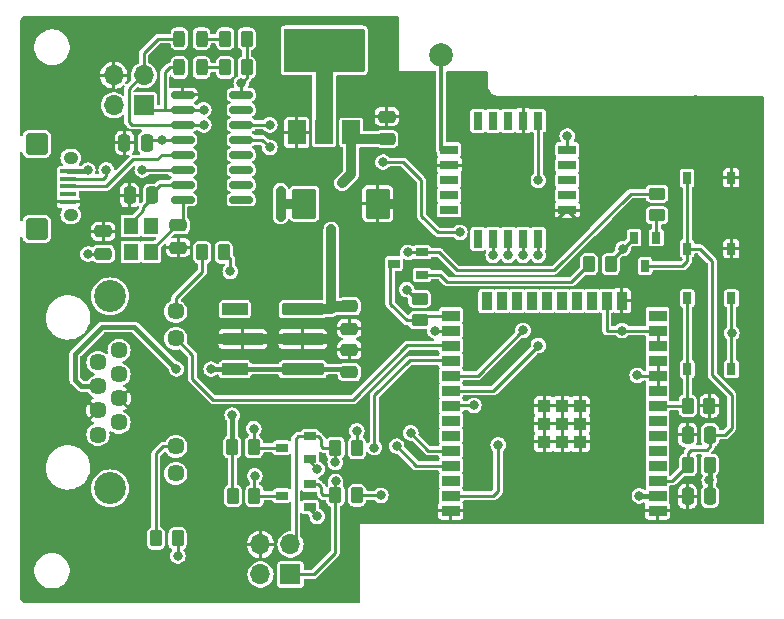
<source format=gtl>
G04 #@! TF.GenerationSoftware,KiCad,Pcbnew,7.0.9*
G04 #@! TF.CreationDate,2024-01-13T23:58:37+01:00*
G04 #@! TF.ProjectId,ithowifi_4l,6974686f-7769-4666-995f-346c2e6b6963,rev?*
G04 #@! TF.SameCoordinates,Original*
G04 #@! TF.FileFunction,Copper,L1,Top*
G04 #@! TF.FilePolarity,Positive*
%FSLAX46Y46*%
G04 Gerber Fmt 4.6, Leading zero omitted, Abs format (unit mm)*
G04 Created by KiCad (PCBNEW 7.0.9) date 2024-01-13 23:58:37*
%MOMM*%
%LPD*%
G01*
G04 APERTURE LIST*
G04 Aperture macros list*
%AMRoundRect*
0 Rectangle with rounded corners*
0 $1 Rounding radius*
0 $2 $3 $4 $5 $6 $7 $8 $9 X,Y pos of 4 corners*
0 Add a 4 corners polygon primitive as box body*
4,1,4,$2,$3,$4,$5,$6,$7,$8,$9,$2,$3,0*
0 Add four circle primitives for the rounded corners*
1,1,$1+$1,$2,$3*
1,1,$1+$1,$4,$5*
1,1,$1+$1,$6,$7*
1,1,$1+$1,$8,$9*
0 Add four rect primitives between the rounded corners*
20,1,$1+$1,$2,$3,$4,$5,0*
20,1,$1+$1,$4,$5,$6,$7,0*
20,1,$1+$1,$6,$7,$8,$9,0*
20,1,$1+$1,$8,$9,$2,$3,0*%
G04 Aperture macros list end*
G04 #@! TA.AperFunction,SMDPad,CuDef*
%ADD10R,1.500000X0.900000*%
G04 #@! TD*
G04 #@! TA.AperFunction,SMDPad,CuDef*
%ADD11R,0.900000X1.500000*%
G04 #@! TD*
G04 #@! TA.AperFunction,SMDPad,CuDef*
%ADD12R,1.050000X1.050000*%
G04 #@! TD*
G04 #@! TA.AperFunction,SMDPad,CuDef*
%ADD13RoundRect,0.250000X0.262500X0.450000X-0.262500X0.450000X-0.262500X-0.450000X0.262500X-0.450000X0*%
G04 #@! TD*
G04 #@! TA.AperFunction,ComponentPad*
%ADD14R,1.700000X1.700000*%
G04 #@! TD*
G04 #@! TA.AperFunction,ComponentPad*
%ADD15O,1.700000X1.700000*%
G04 #@! TD*
G04 #@! TA.AperFunction,SMDPad,CuDef*
%ADD16RoundRect,0.250000X-0.262500X-0.450000X0.262500X-0.450000X0.262500X0.450000X-0.262500X0.450000X0*%
G04 #@! TD*
G04 #@! TA.AperFunction,SMDPad,CuDef*
%ADD17RoundRect,0.250000X0.450000X-0.262500X0.450000X0.262500X-0.450000X0.262500X-0.450000X-0.262500X0*%
G04 #@! TD*
G04 #@! TA.AperFunction,SMDPad,CuDef*
%ADD18R,1.350000X0.400000*%
G04 #@! TD*
G04 #@! TA.AperFunction,ComponentPad*
%ADD19RoundRect,0.273000X-0.677000X0.637000X-0.677000X-0.637000X0.677000X-0.637000X0.677000X0.637000X0*%
G04 #@! TD*
G04 #@! TA.AperFunction,ComponentPad*
%ADD20O,1.250000X1.050000*%
G04 #@! TD*
G04 #@! TA.AperFunction,SMDPad,CuDef*
%ADD21RoundRect,0.250000X0.250000X0.475000X-0.250000X0.475000X-0.250000X-0.475000X0.250000X-0.475000X0*%
G04 #@! TD*
G04 #@! TA.AperFunction,SMDPad,CuDef*
%ADD22R,1.000000X0.700000*%
G04 #@! TD*
G04 #@! TA.AperFunction,SMDPad,CuDef*
%ADD23R,1.500000X2.000000*%
G04 #@! TD*
G04 #@! TA.AperFunction,SMDPad,CuDef*
%ADD24R,3.800000X2.000000*%
G04 #@! TD*
G04 #@! TA.AperFunction,SMDPad,CuDef*
%ADD25R,0.800000X1.500000*%
G04 #@! TD*
G04 #@! TA.AperFunction,SMDPad,CuDef*
%ADD26R,1.500000X0.800000*%
G04 #@! TD*
G04 #@! TA.AperFunction,SMDPad,CuDef*
%ADD27RoundRect,0.105000X1.655000X-0.420000X1.655000X0.420000X-1.655000X0.420000X-1.655000X-0.420000X0*%
G04 #@! TD*
G04 #@! TA.AperFunction,SMDPad,CuDef*
%ADD28RoundRect,0.105000X1.005000X-0.420000X1.005000X0.420000X-1.005000X0.420000X-1.005000X-0.420000X0*%
G04 #@! TD*
G04 #@! TA.AperFunction,ComponentPad*
%ADD29C,1.446000*%
G04 #@! TD*
G04 #@! TA.AperFunction,ComponentPad*
%ADD30C,2.700000*%
G04 #@! TD*
G04 #@! TA.AperFunction,SMDPad,CuDef*
%ADD31RoundRect,0.250000X0.475000X-0.250000X0.475000X0.250000X-0.475000X0.250000X-0.475000X-0.250000X0*%
G04 #@! TD*
G04 #@! TA.AperFunction,SMDPad,CuDef*
%ADD32RoundRect,0.250000X-0.475000X0.250000X-0.475000X-0.250000X0.475000X-0.250000X0.475000X0.250000X0*%
G04 #@! TD*
G04 #@! TA.AperFunction,SMDPad,CuDef*
%ADD33R,0.700000X1.000000*%
G04 #@! TD*
G04 #@! TA.AperFunction,SMDPad,CuDef*
%ADD34RoundRect,0.250000X-0.787500X-1.025000X0.787500X-1.025000X0.787500X1.025000X-0.787500X1.025000X0*%
G04 #@! TD*
G04 #@! TA.AperFunction,SMDPad,CuDef*
%ADD35RoundRect,0.250000X-0.450000X0.262500X-0.450000X-0.262500X0.450000X-0.262500X0.450000X0.262500X0*%
G04 #@! TD*
G04 #@! TA.AperFunction,SMDPad,CuDef*
%ADD36RoundRect,0.250000X-0.250000X-0.475000X0.250000X-0.475000X0.250000X0.475000X-0.250000X0.475000X0*%
G04 #@! TD*
G04 #@! TA.AperFunction,SMDPad,CuDef*
%ADD37R,0.750000X1.000000*%
G04 #@! TD*
G04 #@! TA.AperFunction,SMDPad,CuDef*
%ADD38RoundRect,0.243750X-0.243750X-0.456250X0.243750X-0.456250X0.243750X0.456250X-0.243750X0.456250X0*%
G04 #@! TD*
G04 #@! TA.AperFunction,SMDPad,CuDef*
%ADD39RoundRect,0.150000X-0.825000X-0.150000X0.825000X-0.150000X0.825000X0.150000X-0.825000X0.150000X0*%
G04 #@! TD*
G04 #@! TA.AperFunction,SMDPad,CuDef*
%ADD40R,1.200000X1.400000*%
G04 #@! TD*
G04 #@! TA.AperFunction,ComponentPad*
%ADD41C,2.000000*%
G04 #@! TD*
G04 #@! TA.AperFunction,ViaPad*
%ADD42C,0.800000*%
G04 #@! TD*
G04 #@! TA.AperFunction,Conductor*
%ADD43C,0.250000*%
G04 #@! TD*
G04 #@! TA.AperFunction,Conductor*
%ADD44C,0.812800*%
G04 #@! TD*
G04 #@! TA.AperFunction,Conductor*
%ADD45C,0.406400*%
G04 #@! TD*
G04 #@! TA.AperFunction,Conductor*
%ADD46C,0.254000*%
G04 #@! TD*
G04 #@! TA.AperFunction,Conductor*
%ADD47C,0.293370*%
G04 #@! TD*
G04 #@! TA.AperFunction,Conductor*
%ADD48C,1.473200*%
G04 #@! TD*
G04 #@! TA.AperFunction,Conductor*
%ADD49C,0.355600*%
G04 #@! TD*
G04 APERTURE END LIST*
D10*
X106743200Y-148615406D03*
X106743200Y-147345406D03*
X106743200Y-146075406D03*
X106743200Y-144805406D03*
X106743200Y-143535406D03*
X106743200Y-142265406D03*
X106743200Y-140995406D03*
X106743200Y-139725406D03*
X106743200Y-138455406D03*
X106743200Y-137185406D03*
X106743200Y-135915406D03*
X106743200Y-134645406D03*
X106743200Y-133375406D03*
X106743200Y-132105406D03*
D11*
X103713200Y-130855406D03*
X102443200Y-130855406D03*
X101173200Y-130855406D03*
X99903200Y-130855406D03*
X98633200Y-130855406D03*
X97363200Y-130855406D03*
X96093200Y-130855406D03*
X94823200Y-130855406D03*
X93553200Y-130855406D03*
X92283200Y-130855406D03*
D10*
X89243200Y-132105406D03*
X89243200Y-133375406D03*
X89243200Y-134645406D03*
X89243200Y-135915406D03*
X89243200Y-137185406D03*
X89243200Y-138455406D03*
X89243200Y-139725406D03*
X89243200Y-140995406D03*
X89243200Y-142265406D03*
X89243200Y-143535406D03*
X89243200Y-144805406D03*
X89243200Y-146075406D03*
X89243200Y-147345406D03*
X89243200Y-148615406D03*
D12*
X100198200Y-142800406D03*
X100198200Y-141275406D03*
X100198200Y-139750406D03*
X98673200Y-142800406D03*
X98673200Y-141275406D03*
X98673200Y-139750406D03*
X97148200Y-142800406D03*
X97148200Y-141275406D03*
X97148200Y-139750406D03*
D13*
X111131500Y-139734000D03*
X109306500Y-139734000D03*
D14*
X75666600Y-154025600D03*
D15*
X73126600Y-154025600D03*
X75666600Y-151485600D03*
X73126600Y-151485600D03*
D16*
X109330000Y-144754600D03*
X111155000Y-144754600D03*
D17*
X86600000Y-132500000D03*
X86600000Y-130675000D03*
D18*
X56853200Y-119868000D03*
X56853200Y-120518000D03*
X56853200Y-121168000D03*
X56853200Y-121818000D03*
X56853200Y-122468000D03*
D19*
X54178200Y-117568000D03*
D20*
X57078200Y-118743000D03*
X57078200Y-123593000D03*
D19*
X54178200Y-124768000D03*
D21*
X111182000Y-147412500D03*
X109282000Y-147412500D03*
D22*
X77338202Y-144234092D03*
X77338202Y-142334092D03*
X74938202Y-143284092D03*
X77338200Y-148296600D03*
X77338200Y-146396600D03*
X74938200Y-147346600D03*
D16*
X79476200Y-147320000D03*
X81301200Y-147320000D03*
X79476200Y-143319500D03*
X81301200Y-143319500D03*
D13*
X72620700Y-147372000D03*
X70795700Y-147372000D03*
X70024000Y-126746000D03*
X68199000Y-126746000D03*
D23*
X76211400Y-116599500D03*
X78511400Y-116599500D03*
D24*
X78511400Y-110299500D03*
D23*
X80811400Y-116599500D03*
D25*
X96640000Y-115600000D03*
X95370010Y-115600000D03*
X94100000Y-115600000D03*
X92830000Y-115600000D03*
X91560000Y-115600000D03*
D26*
X89100000Y-118060000D03*
X89100000Y-119329990D03*
X89100000Y-120600000D03*
X89100000Y-121870000D03*
X89100000Y-123140000D03*
D25*
X91560000Y-125600000D03*
X92830000Y-125600000D03*
X94100000Y-125600000D03*
X95370010Y-125600000D03*
X96640000Y-125600000D03*
D26*
X99100000Y-123140000D03*
X99100000Y-121870000D03*
X99100000Y-120600000D03*
X99100000Y-119329990D03*
X99100000Y-118060000D03*
D13*
X66103300Y-150977600D03*
X64278300Y-150977600D03*
D27*
X76708000Y-136634500D03*
X76708000Y-134094500D03*
X76708000Y-131554500D03*
D28*
X70978000Y-131554500D03*
D27*
X71628000Y-134094500D03*
D28*
X70978000Y-136634500D03*
D29*
X59372500Y-142176500D03*
X61152500Y-141156500D03*
X59372500Y-140136500D03*
X61152500Y-139116500D03*
X59372500Y-138096500D03*
X61152500Y-137076500D03*
X59372500Y-136056500D03*
X61152500Y-135036500D03*
X65962500Y-145466500D03*
X65962500Y-143176500D03*
X65962500Y-134036500D03*
X65962500Y-131746500D03*
D30*
X60392500Y-130476500D03*
X60392500Y-146736500D03*
D13*
X72568200Y-143243500D03*
X70743200Y-143243500D03*
D31*
X80645000Y-136906000D03*
X80645000Y-135006000D03*
D32*
X80645000Y-131318000D03*
X80645000Y-133218000D03*
D13*
X102775000Y-127750000D03*
X100950000Y-127750000D03*
D22*
X86800000Y-128650000D03*
X86800000Y-126750000D03*
X84400000Y-127700000D03*
D33*
X106650000Y-125500000D03*
X104750000Y-125500000D03*
X105700000Y-127900000D03*
D34*
X76821300Y-122631200D03*
X83046300Y-122631200D03*
D35*
X106700000Y-121775000D03*
X106700000Y-123600000D03*
D36*
X109301200Y-142189200D03*
X111201200Y-142189200D03*
D37*
X109250000Y-130638011D03*
X109250000Y-136638011D03*
X113000000Y-130638011D03*
X113000000Y-136638011D03*
D21*
X63942000Y-121920000D03*
X62042000Y-121920000D03*
D32*
X66167000Y-124460000D03*
X66167000Y-126360000D03*
D14*
X63246000Y-114300000D03*
D15*
X60706000Y-114300000D03*
X63246000Y-111760000D03*
X60706000Y-111760000D03*
D21*
X63500000Y-117475000D03*
X61600000Y-117475000D03*
D38*
X66262000Y-108666000D03*
X68137000Y-108666000D03*
D13*
X71962000Y-111092000D03*
X70137000Y-111092000D03*
X71962000Y-108666000D03*
X70137000Y-108666000D03*
D39*
X66538400Y-113414600D03*
X66538400Y-114684600D03*
X66538400Y-115954600D03*
X66538400Y-117224600D03*
X66538400Y-118494600D03*
X66538400Y-119764600D03*
X66538400Y-121034600D03*
X66538400Y-122304600D03*
X71488400Y-122304600D03*
X71488400Y-121034600D03*
X71488400Y-119764600D03*
X71488400Y-118494600D03*
X71488400Y-117224600D03*
X71488400Y-115954600D03*
X71488400Y-114684600D03*
X71488400Y-113414600D03*
D40*
X62142000Y-124503000D03*
X62142000Y-126703000D03*
X63842000Y-126703000D03*
X63842000Y-124503000D03*
D41*
X88392000Y-110032800D03*
D38*
X66262000Y-111092000D03*
X68137000Y-111092000D03*
D31*
X59817000Y-126868000D03*
X59817000Y-124968000D03*
D37*
X112991593Y-126444000D03*
X112991593Y-120444000D03*
X109241593Y-126444000D03*
X109241593Y-120444000D03*
D31*
X83820000Y-117155000D03*
X83820000Y-115255000D03*
D42*
X85039200Y-121531200D03*
X85039200Y-123731200D03*
X85039200Y-122631200D03*
X109270800Y-148844000D03*
X76225400Y-114427000D03*
X108000000Y-114100000D03*
X104400000Y-114100000D03*
X102600000Y-114100000D03*
X79121000Y-134112000D03*
X100800000Y-114100000D03*
X87400000Y-118000000D03*
X87239600Y-116650000D03*
X115150000Y-114100000D03*
X100177600Y-142824200D03*
X89662000Y-113450000D03*
X87400000Y-119350000D03*
X100177600Y-141300200D03*
X93472000Y-114100000D03*
X100177600Y-139750800D03*
X98679000Y-139750800D03*
X91440000Y-114050000D03*
X97155000Y-139725400D03*
X98679000Y-141300200D03*
X69088000Y-132969000D03*
X89662000Y-111900000D03*
X87239600Y-113450000D03*
X89662000Y-116650000D03*
X111600000Y-114100000D03*
X89662000Y-115000000D03*
X79121000Y-135255000D03*
X84201000Y-111887000D03*
X84201000Y-107442000D03*
X95400000Y-114100000D03*
X90800000Y-118000000D03*
X85852000Y-111900000D03*
X69088000Y-135255000D03*
X82473800Y-114325400D03*
X97155000Y-141274800D03*
X69088000Y-134112000D03*
X98679000Y-142824200D03*
X87630000Y-148590000D03*
X97200000Y-114100000D03*
X84201000Y-108966000D03*
X90800000Y-119350000D03*
X113350000Y-114100000D03*
X87239600Y-115000000D03*
X79121000Y-132969000D03*
X105308400Y-148640800D03*
X109800000Y-114100000D03*
X99000000Y-114100000D03*
X106200000Y-114100000D03*
X97155000Y-142798800D03*
X84201000Y-110490000D03*
X87239600Y-111887000D03*
X58510873Y-126883727D03*
X79121000Y-131572000D03*
X70739000Y-140538200D03*
X58510873Y-119790990D03*
X79121000Y-124815600D03*
X80010000Y-120904000D03*
X74828400Y-121531200D03*
X74828400Y-123731200D03*
X74828400Y-122631200D03*
X75844400Y-110299500D03*
X75844400Y-108458000D03*
X77495400Y-108458000D03*
X79336900Y-108458000D03*
X81241900Y-108458000D03*
X81241900Y-110236000D03*
X66120300Y-152467600D03*
X113030000Y-133578600D03*
X64770000Y-117221000D03*
X71501000Y-112445800D03*
X70561200Y-128371600D03*
X83312000Y-147320000D03*
X85500000Y-129900000D03*
X77927200Y-145097506D03*
X105206800Y-147370800D03*
X81280000Y-141859000D03*
X111125000Y-146050000D03*
X96650000Y-120650000D03*
X77927200Y-149098000D03*
X93250000Y-143050000D03*
X94100000Y-127000000D03*
X91200000Y-139700000D03*
X92830000Y-127000000D03*
X96650000Y-134650000D03*
X96640000Y-127000000D03*
X95350000Y-133350000D03*
X95370010Y-127000000D03*
X99100004Y-116900000D03*
X87900000Y-133400000D03*
X79460000Y-144530000D03*
X103733600Y-133375400D03*
X105029000Y-137160000D03*
X79480000Y-146140000D03*
X60071000Y-119761000D03*
X63119000Y-119761000D03*
X66014600Y-136626600D03*
X68943500Y-136634500D03*
X82778600Y-143281400D03*
X68326000Y-114681000D03*
X85852000Y-142036800D03*
X84658200Y-143154400D03*
X68326000Y-115951000D03*
X72644000Y-145669000D03*
X72567800Y-141681200D03*
X73914000Y-115951000D03*
X90000000Y-125050000D03*
X103825000Y-126425000D03*
X83500000Y-119099992D03*
X73914000Y-117856000D03*
X85600000Y-126750000D03*
D43*
X95370010Y-115600000D02*
X95370010Y-116770010D01*
X99100000Y-123140000D02*
X97760000Y-123140000D01*
D44*
X71628000Y-134094500D02*
X76708000Y-134094500D01*
X69105500Y-134094500D02*
X69088000Y-134112000D01*
D43*
X97760000Y-123140000D02*
X100490000Y-123140000D01*
X90429990Y-119329990D02*
X87829990Y-119329990D01*
D44*
X79103500Y-134094500D02*
X79121000Y-134112000D01*
X83046300Y-122631200D02*
X85039200Y-122631200D01*
D43*
X89100000Y-119329990D02*
X90429990Y-119329990D01*
X95370010Y-114129990D02*
X95400000Y-114100000D01*
D44*
X76708000Y-134094500D02*
X79103500Y-134094500D01*
X71628000Y-134094500D02*
X69105500Y-134094500D01*
D43*
X95370010Y-115600000D02*
X95370010Y-114129990D01*
D45*
X56805000Y-119868000D02*
X58433863Y-119868000D01*
X58433863Y-119868000D02*
X58510873Y-119790990D01*
D44*
X79121000Y-131572000D02*
X79121000Y-124815600D01*
X81366900Y-117155000D02*
X80811400Y-116599500D01*
X80645000Y-131318000D02*
X79375000Y-131318000D01*
X79103500Y-131554500D02*
X79121000Y-131572000D01*
D46*
X58526600Y-126868000D02*
X58510873Y-126883727D01*
X70743200Y-143243500D02*
X70743200Y-147319500D01*
D44*
X80811400Y-116599500D02*
X80811400Y-120102600D01*
D45*
X70743200Y-143243500D02*
X70743200Y-140542400D01*
D44*
X80811400Y-120102600D02*
X80010000Y-120904000D01*
X83820000Y-117155000D02*
X81366900Y-117155000D01*
D45*
X79121000Y-131572000D02*
X80645000Y-131572000D01*
D46*
X59817000Y-126868000D02*
X58526600Y-126868000D01*
D44*
X79375000Y-131318000D02*
X79121000Y-131572000D01*
D45*
X70743200Y-140542400D02*
X70739000Y-140538200D01*
D46*
X70743200Y-147319500D02*
X70795700Y-147372000D01*
D45*
X79121000Y-131572000D02*
X76725500Y-131572000D01*
D44*
X76708000Y-131554500D02*
X79103500Y-131554500D01*
X74828400Y-121531200D02*
X74828400Y-123731200D01*
D47*
X81326200Y-147320000D02*
X83312000Y-147320000D01*
X77138200Y-148309000D02*
X77927200Y-149098000D01*
D43*
X96640000Y-115600000D02*
X96640000Y-120640000D01*
D46*
X70561200Y-127283200D02*
X70561200Y-128371600D01*
D45*
X111182000Y-147412500D02*
X111182000Y-146107000D01*
D46*
X66120300Y-150994600D02*
X66103300Y-150977600D01*
D47*
X77138200Y-148296600D02*
X77138200Y-148309000D01*
D46*
X71488400Y-112458400D02*
X71501000Y-112445800D01*
X66120300Y-152467600D02*
X66120300Y-150994600D01*
X63754000Y-117221000D02*
X63500000Y-117475000D01*
X81301200Y-141880200D02*
X81280000Y-141859000D01*
X81301200Y-143319500D02*
X81301200Y-141880200D01*
X113000000Y-133608600D02*
X113030000Y-133578600D01*
X71962000Y-111092000D02*
X71962000Y-111984800D01*
X71962000Y-111984800D02*
X71501000Y-112445800D01*
D47*
X86600000Y-130675000D02*
X86275000Y-130675000D01*
D46*
X71962000Y-108666000D02*
X71962000Y-111092000D01*
X113000000Y-130638000D02*
X113000000Y-133548600D01*
X113000000Y-136638000D02*
X113000000Y-133608600D01*
D45*
X111155000Y-144754600D02*
X111155000Y-146020000D01*
X111182000Y-146107000D02*
X111125000Y-146050000D01*
X111155000Y-146020000D02*
X111125000Y-146050000D01*
D44*
X76821300Y-122631200D02*
X74896300Y-122631200D01*
D46*
X64770000Y-117221000D02*
X63754000Y-117221000D01*
D43*
X96640000Y-120640000D02*
X96650000Y-120650000D01*
D45*
X105232200Y-147345400D02*
X105206800Y-147370800D01*
D47*
X77138200Y-144234100D02*
X77927200Y-145097506D01*
X86275000Y-130675000D02*
X85500000Y-129900000D01*
D45*
X106743200Y-147345400D02*
X105232200Y-147345400D01*
D46*
X66534800Y-117221000D02*
X66538400Y-117224600D01*
X113000000Y-133548600D02*
X113030000Y-133578600D01*
X71488400Y-113414600D02*
X71488400Y-112458400D01*
X64770000Y-117221000D02*
X66534800Y-117221000D01*
X70024000Y-126746000D02*
X70561200Y-127283200D01*
D48*
X78511400Y-116599500D02*
X78511400Y-110299500D01*
D47*
X89243200Y-132105406D02*
X86994594Y-132105406D01*
X86994594Y-132105406D02*
X86600000Y-132500000D01*
X84100000Y-131100000D02*
X85500000Y-132500000D01*
X84100000Y-128000000D02*
X84100000Y-131100000D01*
X84400000Y-127700000D02*
X84100000Y-128000000D01*
X85500000Y-132500000D02*
X86600000Y-132500000D01*
D43*
X94100000Y-125600000D02*
X94100000Y-127000000D01*
D47*
X89243200Y-147345406D02*
X92854594Y-147345406D01*
X93250000Y-146950000D02*
X93250000Y-143050000D01*
X92854594Y-147345406D02*
X93250000Y-146950000D01*
X91200000Y-139700000D02*
X89268606Y-139700000D01*
X89268606Y-139700000D02*
X89243200Y-139725406D01*
X92830000Y-125600000D02*
X92830000Y-127000000D01*
D43*
X92844594Y-138455406D02*
X96650000Y-134650000D01*
X89243200Y-138455406D02*
X92844594Y-138455406D01*
X96640000Y-125600000D02*
X96640000Y-127000000D01*
X89243200Y-137185406D02*
X91514594Y-137185406D01*
X95370010Y-125600000D02*
X95370010Y-127000000D01*
X89257794Y-137200000D02*
X89243200Y-137185406D01*
X91514594Y-137185406D02*
X95350000Y-133350000D01*
D47*
X89243200Y-133375406D02*
X87924594Y-133375406D01*
X99100000Y-116900004D02*
X99100004Y-116900000D01*
X99100000Y-118060000D02*
X99100000Y-116900004D01*
X87924594Y-133375406D02*
X87900000Y-133400000D01*
D46*
X63942000Y-121706600D02*
X64614000Y-121034600D01*
X62142000Y-124503000D02*
X62142000Y-124255900D01*
X63220600Y-122885200D02*
X63942000Y-122163800D01*
X64614000Y-121034600D02*
X66538400Y-121034600D01*
X62142000Y-124255900D02*
X63220600Y-123177300D01*
X63942000Y-121920000D02*
X63942000Y-121706600D01*
X63942000Y-122163800D02*
X63942000Y-121920000D01*
X63220600Y-123177300D02*
X63220600Y-122885200D01*
X111379000Y-137160000D02*
X113030000Y-138811000D01*
X111201200Y-142189200D02*
X111201200Y-143179800D01*
D43*
X105700000Y-127900000D02*
X108850000Y-127900000D01*
D46*
X113030000Y-141605000D02*
X112445800Y-142189200D01*
D43*
X109241593Y-127508407D02*
X109241593Y-126444000D01*
D46*
X111201200Y-143179800D02*
X110896400Y-143484600D01*
X109550200Y-143484600D02*
X109330000Y-143704800D01*
X106743200Y-146075400D02*
X108009200Y-146075400D01*
X109330000Y-143704800D02*
X109330000Y-144754600D01*
X110315000Y-126444000D02*
X111379000Y-127508000D01*
X109193600Y-126492000D02*
X109241600Y-126444000D01*
D43*
X108850000Y-127900000D02*
X109241593Y-127508407D01*
D46*
X109241600Y-120444000D02*
X109241600Y-126444000D01*
X109241600Y-126444000D02*
X110315000Y-126444000D01*
X108009200Y-146075400D02*
X109330000Y-144754600D01*
X110896400Y-143484600D02*
X109550200Y-143484600D01*
X113030000Y-138811000D02*
X113030000Y-141605000D01*
X112445800Y-142189200D02*
X111201200Y-142189200D01*
X111379000Y-127508000D02*
X111379000Y-137160000D01*
X63842000Y-126703000D02*
X63842000Y-126607200D01*
X66538400Y-124088600D02*
X66167000Y-124460000D01*
X63842000Y-126607200D02*
X65989200Y-124460000D01*
X65989200Y-124460000D02*
X66167000Y-124460000D01*
X66538400Y-122304600D02*
X66538400Y-124088600D01*
D49*
X88439600Y-118060000D02*
X88439600Y-110080400D01*
D47*
X89100000Y-110080400D02*
X89052400Y-110032800D01*
D46*
X76334500Y-142334100D02*
X76098400Y-142570200D01*
X79468200Y-143302500D02*
X79451200Y-143319500D01*
X78261700Y-143158500D02*
X78422700Y-143319500D01*
X76098400Y-142570200D02*
X76098400Y-151053800D01*
X78008800Y-142334100D02*
X77138200Y-142334100D01*
D47*
X79476200Y-144573804D02*
X79450000Y-144600004D01*
X79476200Y-143319500D02*
X79476200Y-144573804D01*
D46*
X78422700Y-143319500D02*
X79451200Y-143319500D01*
X102443200Y-133375400D02*
X102443200Y-130855400D01*
X77138200Y-142334100D02*
X76334500Y-142334100D01*
X103733600Y-133375400D02*
X102443200Y-133375400D01*
X78261700Y-142587000D02*
X78261700Y-143158500D01*
X106743200Y-134645400D02*
X106743200Y-133375400D01*
X76098400Y-151053800D02*
X75666600Y-151485600D01*
X106743200Y-133375400D02*
X103733600Y-133375400D01*
X78261700Y-142587000D02*
X78008800Y-142334100D01*
X106743200Y-135915400D02*
X106743200Y-137185400D01*
D47*
X79476200Y-147320000D02*
X79476200Y-146075800D01*
D46*
X78007300Y-146396600D02*
X78261700Y-146651000D01*
D47*
X106743200Y-137185400D02*
X105054400Y-137185400D01*
X105054400Y-137185400D02*
X105029000Y-137160000D01*
X79476200Y-146075800D02*
X79502000Y-146050000D01*
D46*
X75666600Y-154025600D02*
X77622400Y-154025600D01*
X78261700Y-146651000D02*
X78261700Y-147159000D01*
X78261700Y-147159000D02*
X78422700Y-147320000D01*
X77138200Y-146396600D02*
X78007300Y-146396600D01*
X78422700Y-147320000D02*
X79451200Y-147320000D01*
X77622400Y-154025600D02*
X79451200Y-152196800D01*
X79451200Y-152196800D02*
X79451200Y-147320000D01*
X106743200Y-138455400D02*
X106743200Y-137185400D01*
X59822000Y-120518000D02*
X56853200Y-120518000D01*
X63122600Y-119764600D02*
X63119000Y-119761000D01*
X60071000Y-120269000D02*
X59822000Y-120518000D01*
X60071000Y-119761000D02*
X60071000Y-120269000D01*
X66538400Y-119764600D02*
X63122600Y-119764600D01*
D45*
X70978000Y-136634500D02*
X76708000Y-136634500D01*
X76708000Y-136634500D02*
X80622500Y-136634500D01*
X70978000Y-136634500D02*
X68943500Y-136634500D01*
X57404000Y-137541000D02*
X57959500Y-138096500D01*
X66014600Y-136626600D02*
X62458600Y-133070600D01*
X57404000Y-135356600D02*
X57404000Y-137541000D01*
X59690000Y-133070600D02*
X57404000Y-135356600D01*
X57959500Y-138096500D02*
X59372500Y-138096500D01*
X80622500Y-136634500D02*
X80670400Y-136682400D01*
X62458600Y-133070600D02*
X59690000Y-133070600D01*
D46*
X85750400Y-135890000D02*
X82778600Y-138861800D01*
X82778600Y-138861800D02*
X82778600Y-143281400D01*
X89181879Y-135890000D02*
X85750400Y-135890000D01*
X89243227Y-135915373D02*
G75*
G03*
X89181879Y-135890000I-61327J-61427D01*
G01*
X56853200Y-121168000D02*
X60061000Y-121168000D01*
X60061000Y-121168000D02*
X62357000Y-118872000D01*
X62357000Y-118872000D02*
X64389000Y-118872000D01*
X64766400Y-118494600D02*
X66538400Y-118494600D01*
X64389000Y-118872000D02*
X64766400Y-118494600D01*
X63630600Y-114684600D02*
X63246000Y-114300000D01*
X85852000Y-142036800D02*
X87350606Y-143535406D01*
X66262000Y-111092000D02*
X65438000Y-111092000D01*
X66538400Y-114684600D02*
X68322400Y-114684600D01*
X66538400Y-114684600D02*
X65027600Y-114684600D01*
X65027600Y-114684600D02*
X63630600Y-114684600D01*
X68322400Y-114684600D02*
X68326000Y-114681000D01*
X65027600Y-111502400D02*
X65027600Y-114684600D01*
X87350606Y-143535406D02*
X89243200Y-143535406D01*
X65438000Y-111092000D02*
X65027600Y-111502400D01*
D47*
X66542000Y-115951000D02*
X66538400Y-115954600D01*
D46*
X61976000Y-115697000D02*
X61976000Y-112903000D01*
X66538400Y-115954600D02*
X62233600Y-115954600D01*
D47*
X86309206Y-144805406D02*
X84658200Y-143154400D01*
D46*
X64435000Y-108666000D02*
X63246000Y-109855000D01*
D47*
X89243200Y-144805406D02*
X86309206Y-144805406D01*
D46*
X63119000Y-111760000D02*
X63246000Y-111760000D01*
X62233600Y-115954600D02*
X61976000Y-115697000D01*
X61976000Y-112903000D02*
X63119000Y-111760000D01*
D47*
X68326000Y-115951000D02*
X66542000Y-115951000D01*
D46*
X66262000Y-108666000D02*
X64435000Y-108666000D01*
X63246000Y-109855000D02*
X63246000Y-111760000D01*
D47*
X74938200Y-147346600D02*
X72646100Y-147346600D01*
X72646100Y-147346600D02*
X72620700Y-147372000D01*
X72620700Y-145692300D02*
X72644000Y-145669000D01*
X72620700Y-147372000D02*
X72620700Y-145692300D01*
X72568200Y-143243500D02*
X72568200Y-141681600D01*
X72568200Y-141681600D02*
X72567800Y-141681200D01*
X74938202Y-143284092D02*
X72608792Y-143284092D01*
X72608792Y-143284092D02*
X72568200Y-143243500D01*
X68137000Y-111092000D02*
X70137000Y-111092000D01*
X68137000Y-108666000D02*
X70137000Y-108666000D01*
D43*
X106650000Y-125500000D02*
X106650000Y-123650000D01*
X106650000Y-123650000D02*
X106700000Y-123600000D01*
X88950000Y-129250000D02*
X99450000Y-129250000D01*
X86800000Y-128650000D02*
X88350000Y-128650000D01*
X88350000Y-128650000D02*
X88950000Y-129250000D01*
X99450000Y-129250000D02*
X100950000Y-127750000D01*
D46*
X65962500Y-143176500D02*
X64874900Y-143176500D01*
X64874900Y-143176500D02*
X64278300Y-143773100D01*
X64278300Y-143773100D02*
X64278300Y-150977600D01*
X65962500Y-130633500D02*
X68199000Y-128397000D01*
X65962500Y-131746500D02*
X65962500Y-130633500D01*
X68199000Y-128397000D02*
X68199000Y-126746000D01*
X109250000Y-139677500D02*
X109250000Y-136638000D01*
X106743200Y-139725400D02*
X109297900Y-139725400D01*
X109306500Y-139734000D02*
X109250000Y-139677500D01*
X109297900Y-139725400D02*
X109306500Y-139734000D01*
X109250000Y-136638000D02*
X109250000Y-130638000D01*
X109272900Y-139725400D02*
X109281500Y-139734000D01*
D43*
X102775000Y-127750000D02*
X102775000Y-127475000D01*
X86750000Y-120650000D02*
X86750000Y-123650000D01*
D46*
X73910400Y-115954600D02*
X73914000Y-115951000D01*
X71488400Y-115954600D02*
X73910400Y-115954600D01*
D43*
X86750000Y-123650000D02*
X88150000Y-125050000D01*
X88150000Y-125050000D02*
X90000000Y-125050000D01*
X85199992Y-119099992D02*
X86750000Y-120650000D01*
X83500000Y-119099992D02*
X85199992Y-119099992D01*
X102775000Y-127475000D02*
X104750000Y-125500000D01*
X86800000Y-126750000D02*
X85600000Y-126750000D01*
X88250000Y-126750000D02*
X86800000Y-126750000D01*
D47*
X73282600Y-117224600D02*
X73914000Y-117856000D01*
D43*
X106700000Y-121775000D02*
X104475000Y-121775000D01*
D47*
X71488400Y-117224600D02*
X73282600Y-117224600D01*
D43*
X104475000Y-121775000D02*
X98000000Y-128250000D01*
X89750000Y-128250000D02*
X88250000Y-126750000D01*
X98000000Y-128250000D02*
X89750000Y-128250000D01*
D46*
X67358800Y-135432800D02*
X65962500Y-134036500D01*
X80949800Y-139217400D02*
X69138800Y-139217400D01*
X85547200Y-134620000D02*
X80949800Y-139217400D01*
X69138800Y-139217400D02*
X67358800Y-137437400D01*
X89181879Y-134620000D02*
X85547200Y-134620000D01*
X67358800Y-137437400D02*
X67358800Y-135432800D01*
X89243227Y-134645373D02*
G75*
G03*
X89181879Y-134620000I-61327J-61427D01*
G01*
G04 #@! TA.AperFunction,Conductor*
G36*
X81882521Y-107822151D02*
G01*
X81929014Y-107875807D01*
X81940400Y-107928149D01*
X81940400Y-111359149D01*
X81920398Y-111427270D01*
X81866742Y-111473763D01*
X81814400Y-111485149D01*
X75208400Y-111485149D01*
X75140279Y-111465147D01*
X75093786Y-111411491D01*
X75082400Y-111359149D01*
X75082400Y-107928149D01*
X75102402Y-107860028D01*
X75156058Y-107813535D01*
X75208400Y-107802149D01*
X81814400Y-107802149D01*
X81882521Y-107822151D01*
G37*
G04 #@! TD.AperFunction*
G04 #@! TA.AperFunction,Conductor*
G36*
X84794531Y-106737713D02*
G01*
X84831076Y-106788013D01*
X84836000Y-106819100D01*
X84836000Y-111379000D01*
X87906700Y-111379000D01*
X87965831Y-111398213D01*
X88002376Y-111448513D01*
X88007300Y-111479600D01*
X88007300Y-118092397D01*
X88021839Y-118188859D01*
X88021839Y-118188861D01*
X88081653Y-118313067D01*
X88080455Y-118313643D01*
X88095500Y-118362412D01*
X88095500Y-118485065D01*
X88110266Y-118559301D01*
X88110267Y-118559304D01*
X88136243Y-118598179D01*
X88153120Y-118658019D01*
X88131601Y-118716350D01*
X88123734Y-118725204D01*
X88094183Y-118754755D01*
X88048156Y-118858995D01*
X88045200Y-118884472D01*
X88045200Y-119775495D01*
X88045201Y-119775510D01*
X88048156Y-119800982D01*
X88048157Y-119800986D01*
X88094183Y-119905224D01*
X88123742Y-119934784D01*
X88151968Y-119990182D01*
X88142241Y-120051591D01*
X88136252Y-120061808D01*
X88110265Y-120100699D01*
X88095500Y-120174933D01*
X88095500Y-121025065D01*
X88110266Y-121099301D01*
X88110267Y-121099304D01*
X88163592Y-121179109D01*
X88180469Y-121238949D01*
X88163593Y-121290890D01*
X88110265Y-121370699D01*
X88095500Y-121444933D01*
X88095500Y-122295065D01*
X88110266Y-122369301D01*
X88110267Y-122369304D01*
X88163592Y-122449109D01*
X88180469Y-122508949D01*
X88163593Y-122560890D01*
X88110265Y-122640699D01*
X88095500Y-122714933D01*
X88095500Y-123565065D01*
X88110266Y-123639301D01*
X88110267Y-123639304D01*
X88166514Y-123723482D01*
X88166515Y-123723483D01*
X88166516Y-123723484D01*
X88250699Y-123779734D01*
X88324933Y-123794500D01*
X89875066Y-123794499D01*
X89949301Y-123779734D01*
X90033484Y-123723484D01*
X90089734Y-123639301D01*
X90100435Y-123585505D01*
X98045200Y-123585505D01*
X98045201Y-123585520D01*
X98048156Y-123610992D01*
X98048157Y-123610996D01*
X98094183Y-123715234D01*
X98174765Y-123795816D01*
X98237068Y-123823325D01*
X99028864Y-123031529D01*
X99084262Y-123003303D01*
X99145670Y-123013029D01*
X99171134Y-123031529D01*
X99962930Y-123823325D01*
X100025236Y-123795815D01*
X100105816Y-123715234D01*
X100151843Y-123610994D01*
X100154799Y-123585517D01*
X100154799Y-122694494D01*
X100154798Y-122694479D01*
X100151843Y-122669007D01*
X100151842Y-122669003D01*
X100105816Y-122564765D01*
X100076261Y-122535209D01*
X100048035Y-122479811D01*
X100057762Y-122418402D01*
X100063740Y-122408201D01*
X100089734Y-122369301D01*
X100104500Y-122295067D01*
X100104499Y-121444934D01*
X100089734Y-121370699D01*
X100089732Y-121370697D01*
X100089732Y-121370695D01*
X100036407Y-121290890D01*
X100019530Y-121231050D01*
X100036407Y-121179109D01*
X100089734Y-121099301D01*
X100104500Y-121025067D01*
X100104499Y-120174934D01*
X100089734Y-120100699D01*
X100089732Y-120100697D01*
X100089732Y-120100695D01*
X100036404Y-120020885D01*
X100019527Y-119961045D01*
X100036403Y-119909104D01*
X100089734Y-119829291D01*
X100104500Y-119755057D01*
X100104499Y-118904924D01*
X100089734Y-118830689D01*
X100036410Y-118750885D01*
X100019534Y-118691045D01*
X100036411Y-118639103D01*
X100089734Y-118559301D01*
X100104500Y-118485067D01*
X100104499Y-117634934D01*
X100089734Y-117560699D01*
X100089732Y-117560697D01*
X100089732Y-117560695D01*
X100033485Y-117476517D01*
X100033483Y-117476515D01*
X99949302Y-117420267D01*
X99949301Y-117420266D01*
X99949300Y-117420265D01*
X99949299Y-117420265D01*
X99893498Y-117409166D01*
X99875067Y-117405500D01*
X99875066Y-117405500D01*
X99738036Y-117405500D01*
X99678905Y-117386287D01*
X99642360Y-117335987D01*
X99642360Y-117273813D01*
X99655244Y-117247753D01*
X99683790Y-117206396D01*
X99683791Y-117206395D01*
X99740153Y-117057782D01*
X99759311Y-116900000D01*
X99740153Y-116742218D01*
X99683791Y-116593605D01*
X99593502Y-116462799D01*
X99593499Y-116462796D01*
X99593498Y-116462795D01*
X99474535Y-116357402D01*
X99474534Y-116357401D01*
X99333799Y-116283538D01*
X99333798Y-116283537D01*
X99333797Y-116283537D01*
X99240296Y-116260491D01*
X99179477Y-116245500D01*
X99179475Y-116245500D01*
X99020533Y-116245500D01*
X99020530Y-116245500D01*
X98911570Y-116272357D01*
X98866211Y-116283537D01*
X98866210Y-116283537D01*
X98866208Y-116283538D01*
X98725473Y-116357401D01*
X98725472Y-116357402D01*
X98606509Y-116462795D01*
X98606508Y-116462796D01*
X98516216Y-116593606D01*
X98459855Y-116742218D01*
X98440697Y-116900000D01*
X98459855Y-117057781D01*
X98516217Y-117206395D01*
X98516217Y-117206396D01*
X98544764Y-117247753D01*
X98562543Y-117307331D01*
X98541906Y-117365981D01*
X98490738Y-117401300D01*
X98461973Y-117405500D01*
X98324934Y-117405500D01*
X98250698Y-117420266D01*
X98250695Y-117420267D01*
X98166517Y-117476514D01*
X98166515Y-117476516D01*
X98110265Y-117560700D01*
X98095500Y-117634933D01*
X98095500Y-118485065D01*
X98107329Y-118544535D01*
X98110266Y-118559301D01*
X98136244Y-118598179D01*
X98163589Y-118639104D01*
X98180465Y-118698944D01*
X98163589Y-118750885D01*
X98110265Y-118830689D01*
X98095500Y-118904923D01*
X98095500Y-119755055D01*
X98102648Y-119790990D01*
X98110266Y-119829291D01*
X98156497Y-119898479D01*
X98163596Y-119909104D01*
X98180472Y-119968944D01*
X98163596Y-120020885D01*
X98110265Y-120100699D01*
X98095500Y-120174933D01*
X98095500Y-121025065D01*
X98110266Y-121099301D01*
X98110267Y-121099304D01*
X98163592Y-121179109D01*
X98180469Y-121238949D01*
X98163593Y-121290890D01*
X98110265Y-121370699D01*
X98095500Y-121444933D01*
X98095500Y-122295065D01*
X98104637Y-122341000D01*
X98110266Y-122369301D01*
X98136248Y-122408185D01*
X98153124Y-122468025D01*
X98131605Y-122526356D01*
X98123738Y-122535210D01*
X98094183Y-122564765D01*
X98048156Y-122669005D01*
X98045200Y-122694482D01*
X98045200Y-123585505D01*
X90100435Y-123585505D01*
X90104500Y-123565067D01*
X90104499Y-122714934D01*
X90089734Y-122640699D01*
X90089732Y-122640697D01*
X90089732Y-122640695D01*
X90036407Y-122560890D01*
X90019530Y-122501050D01*
X90036407Y-122449109D01*
X90089734Y-122369301D01*
X90104500Y-122295067D01*
X90104499Y-121444934D01*
X90089734Y-121370699D01*
X90089732Y-121370697D01*
X90089732Y-121370695D01*
X90036407Y-121290890D01*
X90019530Y-121231050D01*
X90036407Y-121179109D01*
X90089734Y-121099301D01*
X90104500Y-121025067D01*
X90104499Y-120174934D01*
X90089734Y-120100699D01*
X90089732Y-120100697D01*
X90089732Y-120100695D01*
X90063748Y-120061808D01*
X90046871Y-120001969D01*
X90068389Y-119943637D01*
X90076259Y-119934781D01*
X90105816Y-119905223D01*
X90151843Y-119800984D01*
X90154799Y-119775507D01*
X90154799Y-118884484D01*
X90154798Y-118884469D01*
X90151843Y-118858997D01*
X90151842Y-118858993D01*
X90105816Y-118754755D01*
X90076265Y-118725203D01*
X90048039Y-118669805D01*
X90057766Y-118608396D01*
X90063744Y-118598195D01*
X90089734Y-118559301D01*
X90104500Y-118485067D01*
X90104499Y-117634934D01*
X90089734Y-117560699D01*
X90089732Y-117560697D01*
X90089732Y-117560695D01*
X90033485Y-117476517D01*
X90033483Y-117476515D01*
X89949302Y-117420267D01*
X89949301Y-117420266D01*
X89949300Y-117420265D01*
X89949299Y-117420265D01*
X89893498Y-117409166D01*
X89875067Y-117405500D01*
X89875066Y-117405500D01*
X88972500Y-117405500D01*
X88913369Y-117386287D01*
X88876824Y-117335987D01*
X88871900Y-117304900D01*
X88871900Y-116375065D01*
X90905500Y-116375065D01*
X90920266Y-116449301D01*
X90920267Y-116449304D01*
X90976514Y-116533482D01*
X90976515Y-116533483D01*
X90976516Y-116533484D01*
X91060699Y-116589734D01*
X91134933Y-116604500D01*
X91985066Y-116604499D01*
X92059301Y-116589734D01*
X92139110Y-116536406D01*
X92198948Y-116519530D01*
X92250890Y-116536406D01*
X92330699Y-116589734D01*
X92404933Y-116604500D01*
X93255066Y-116604499D01*
X93329301Y-116589734D01*
X93409110Y-116536406D01*
X93468948Y-116519530D01*
X93520890Y-116536406D01*
X93600699Y-116589734D01*
X93674933Y-116604500D01*
X94525066Y-116604499D01*
X94599301Y-116589734D01*
X94638192Y-116563747D01*
X94698029Y-116546870D01*
X94756361Y-116568389D01*
X94765217Y-116576258D01*
X94794775Y-116605816D01*
X94899015Y-116651843D01*
X94924495Y-116654799D01*
X95815515Y-116654799D01*
X95815530Y-116654798D01*
X95841002Y-116651843D01*
X95841006Y-116651842D01*
X95945244Y-116605816D01*
X95974795Y-116576266D01*
X96030193Y-116548040D01*
X96091601Y-116557766D01*
X96101818Y-116563754D01*
X96140699Y-116589734D01*
X96179526Y-116597457D01*
X96233771Y-116627834D01*
X96259802Y-116684296D01*
X96260500Y-116696123D01*
X96260500Y-120075388D01*
X96241287Y-120134519D01*
X96226610Y-120150688D01*
X96156505Y-120212795D01*
X96156504Y-120212796D01*
X96066212Y-120343606D01*
X96026993Y-120447018D01*
X96009851Y-120492218D01*
X95990693Y-120650000D01*
X96009851Y-120807782D01*
X96066213Y-120956395D01*
X96156502Y-121087201D01*
X96156503Y-121087202D01*
X96156504Y-121087203D01*
X96156505Y-121087204D01*
X96275468Y-121192597D01*
X96275469Y-121192598D01*
X96286714Y-121198500D01*
X96416207Y-121266463D01*
X96570529Y-121304500D01*
X96570533Y-121304500D01*
X96729467Y-121304500D01*
X96729471Y-121304500D01*
X96883793Y-121266463D01*
X97024529Y-121192599D01*
X97143498Y-121087201D01*
X97233787Y-120956395D01*
X97290149Y-120807782D01*
X97309307Y-120650000D01*
X97290149Y-120492218D01*
X97233787Y-120343605D01*
X97143498Y-120212799D01*
X97053388Y-120132968D01*
X97021870Y-120079376D01*
X97019500Y-120057669D01*
X97019500Y-116696123D01*
X97038713Y-116636992D01*
X97089013Y-116600447D01*
X97100474Y-116597456D01*
X97139301Y-116589734D01*
X97223484Y-116533484D01*
X97279734Y-116449301D01*
X97294500Y-116375067D01*
X97294499Y-114824934D01*
X97279734Y-114750699D01*
X97279732Y-114750697D01*
X97279732Y-114750695D01*
X97223485Y-114666517D01*
X97223483Y-114666515D01*
X97159470Y-114623743D01*
X97139301Y-114610266D01*
X97139300Y-114610265D01*
X97139299Y-114610265D01*
X97083498Y-114599166D01*
X97065067Y-114595500D01*
X97065066Y-114595500D01*
X96214934Y-114595500D01*
X96140698Y-114610266D01*
X96140696Y-114610267D01*
X96101819Y-114636244D01*
X96041979Y-114653120D01*
X95983648Y-114631601D01*
X95974794Y-114623733D01*
X95945244Y-114594183D01*
X95841004Y-114548156D01*
X95815524Y-114545200D01*
X94924504Y-114545200D01*
X94924489Y-114545201D01*
X94899017Y-114548156D01*
X94899013Y-114548157D01*
X94794775Y-114594183D01*
X94765214Y-114623743D01*
X94709816Y-114651968D01*
X94648407Y-114642240D01*
X94638191Y-114636252D01*
X94638179Y-114636244D01*
X94599301Y-114610266D01*
X94599300Y-114610265D01*
X94599299Y-114610265D01*
X94543498Y-114599166D01*
X94525067Y-114595500D01*
X94525066Y-114595500D01*
X93674934Y-114595500D01*
X93600699Y-114610266D01*
X93520890Y-114663593D01*
X93461050Y-114680469D01*
X93409110Y-114663593D01*
X93329301Y-114610266D01*
X93329298Y-114610265D01*
X93279586Y-114600377D01*
X93255067Y-114595500D01*
X93255066Y-114595500D01*
X92404934Y-114595500D01*
X92330699Y-114610266D01*
X92250890Y-114663593D01*
X92191050Y-114680469D01*
X92139110Y-114663593D01*
X92059301Y-114610266D01*
X92059298Y-114610265D01*
X92009586Y-114600377D01*
X91985067Y-114595500D01*
X91985066Y-114595500D01*
X91134934Y-114595500D01*
X91060698Y-114610266D01*
X91060695Y-114610267D01*
X90976517Y-114666514D01*
X90976515Y-114666516D01*
X90920265Y-114750700D01*
X90905500Y-114824933D01*
X90905500Y-116375065D01*
X88871900Y-116375065D01*
X88871900Y-111479600D01*
X88891113Y-111420469D01*
X88941413Y-111383924D01*
X88972500Y-111379000D01*
X92254485Y-111379000D01*
X92313616Y-111398213D01*
X92350161Y-111448513D01*
X92355085Y-111479636D01*
X92354699Y-112546446D01*
X92352607Y-112630393D01*
X92379354Y-112796765D01*
X92436061Y-112955436D01*
X92436066Y-112955446D01*
X92520822Y-113101075D01*
X92520824Y-113101077D01*
X92630781Y-113228764D01*
X92762226Y-113334199D01*
X92910731Y-113413828D01*
X93071290Y-113464968D01*
X93071294Y-113464968D01*
X93071300Y-113464970D01*
X93154823Y-113475423D01*
X93238492Y-113485895D01*
X93319612Y-113481035D01*
X93322617Y-113480946D01*
X109631484Y-113481802D01*
X109631571Y-113481831D01*
X109631572Y-113481805D01*
X109673216Y-113481842D01*
X109673216Y-113481843D01*
X109736073Y-113481901D01*
X109858685Y-113454153D01*
X109966196Y-113402870D01*
X110027834Y-113394754D01*
X110082475Y-113424420D01*
X110109243Y-113480536D01*
X110110071Y-113496251D01*
X110108999Y-113537999D01*
X110109000Y-113538000D01*
X115680900Y-113538000D01*
X115740031Y-113557213D01*
X115776576Y-113607513D01*
X115781500Y-113638600D01*
X115781500Y-149667400D01*
X115762287Y-149726531D01*
X115711987Y-149763076D01*
X115680900Y-149768000D01*
X81532000Y-149768000D01*
X81532000Y-156316900D01*
X81512787Y-156376031D01*
X81462487Y-156412576D01*
X81431400Y-156417500D01*
X53235298Y-156417500D01*
X53228727Y-156417069D01*
X53210655Y-156414690D01*
X53128792Y-156403912D01*
X53103425Y-156397115D01*
X53019487Y-156362347D01*
X52996743Y-156349216D01*
X52924660Y-156293904D01*
X52906095Y-156275339D01*
X52850781Y-156203252D01*
X52837654Y-156180516D01*
X52802884Y-156096574D01*
X52796087Y-156071206D01*
X52782931Y-155971274D01*
X52782500Y-155964702D01*
X52782500Y-153828340D01*
X53981500Y-153828340D01*
X54022429Y-154073613D01*
X54103171Y-154308809D01*
X54103172Y-154308810D01*
X54221521Y-154527501D01*
X54221523Y-154527503D01*
X54221526Y-154527509D01*
X54374262Y-154723744D01*
X54374266Y-154723749D01*
X54521668Y-154859441D01*
X54557215Y-154892164D01*
X54765393Y-155028173D01*
X54993119Y-155128063D01*
X55234179Y-155189108D01*
X55234182Y-155189108D01*
X55234185Y-155189109D01*
X55373890Y-155200684D01*
X55419933Y-155204500D01*
X55419935Y-155204500D01*
X55544065Y-155204500D01*
X55544067Y-155204500D01*
X55596623Y-155200145D01*
X55729814Y-155189109D01*
X55729816Y-155189108D01*
X55729821Y-155189108D01*
X55970881Y-155128063D01*
X56198607Y-155028173D01*
X56406785Y-154892164D01*
X56589738Y-154723744D01*
X56742474Y-154527509D01*
X56860828Y-154308810D01*
X56941571Y-154073614D01*
X56949583Y-154025600D01*
X72017368Y-154025600D01*
X72036254Y-154229416D01*
X72036254Y-154229417D01*
X72092272Y-154426303D01*
X72092273Y-154426304D01*
X72183509Y-154609530D01*
X72183510Y-154609531D01*
X72183512Y-154609535D01*
X72306868Y-154772885D01*
X72458128Y-154910778D01*
X72458132Y-154910781D01*
X72458138Y-154910786D01*
X72632173Y-155018544D01*
X72823044Y-155092488D01*
X72872424Y-155101718D01*
X73024251Y-155130100D01*
X73024253Y-155130100D01*
X73228948Y-155130100D01*
X73307950Y-155115332D01*
X73430156Y-155092488D01*
X73621027Y-155018544D01*
X73795062Y-154910786D01*
X73946332Y-154772885D01*
X74069688Y-154609535D01*
X74160928Y-154426301D01*
X74216945Y-154229421D01*
X74235832Y-154025600D01*
X74216945Y-153821779D01*
X74160928Y-153624899D01*
X74069688Y-153441665D01*
X73946332Y-153278315D01*
X73946331Y-153278314D01*
X73795071Y-153140421D01*
X73795066Y-153140417D01*
X73795062Y-153140414D01*
X73621027Y-153032656D01*
X73621023Y-153032654D01*
X73430154Y-152958711D01*
X73430149Y-152958710D01*
X73228949Y-152921100D01*
X73228947Y-152921100D01*
X73024253Y-152921100D01*
X73024251Y-152921100D01*
X72823050Y-152958710D01*
X72823045Y-152958711D01*
X72632176Y-153032654D01*
X72632172Y-153032656D01*
X72549151Y-153084061D01*
X72458138Y-153140414D01*
X72458137Y-153140415D01*
X72458128Y-153140421D01*
X72306868Y-153278314D01*
X72183510Y-153441668D01*
X72183509Y-153441669D01*
X72092273Y-153624895D01*
X72092272Y-153624896D01*
X72036254Y-153821782D01*
X72036254Y-153821783D01*
X72017368Y-154025600D01*
X56949583Y-154025600D01*
X56982500Y-153828335D01*
X56982500Y-153579665D01*
X56941571Y-153334386D01*
X56860828Y-153099190D01*
X56764451Y-152921101D01*
X56742478Y-152880498D01*
X56742477Y-152880497D01*
X56742474Y-152880491D01*
X56589738Y-152684256D01*
X56589736Y-152684254D01*
X56589733Y-152684250D01*
X56406788Y-152515839D01*
X56406785Y-152515836D01*
X56198612Y-152379830D01*
X56198610Y-152379829D01*
X56198607Y-152379827D01*
X55970881Y-152279937D01*
X55729814Y-152218890D01*
X55563478Y-152205108D01*
X55544067Y-152203500D01*
X55419933Y-152203500D01*
X55401485Y-152205028D01*
X55234185Y-152218890D01*
X54993118Y-152279937D01*
X54917257Y-152313213D01*
X54765393Y-152379827D01*
X54765391Y-152379828D01*
X54765387Y-152379830D01*
X54557214Y-152515836D01*
X54557211Y-152515839D01*
X54374266Y-152684250D01*
X54221521Y-152880498D01*
X54103172Y-153099189D01*
X54103171Y-153099190D01*
X54022429Y-153334386D01*
X53981500Y-153579659D01*
X53981500Y-153828340D01*
X52782500Y-153828340D01*
X52782500Y-151475854D01*
X63511300Y-151475854D01*
X63516616Y-151525308D01*
X63517760Y-151535942D01*
X63517760Y-151535944D01*
X63517761Y-151535945D01*
X63568455Y-151671863D01*
X63568458Y-151671867D01*
X63655396Y-151788004D01*
X63765797Y-151870648D01*
X63771536Y-151874944D01*
X63850917Y-151904551D01*
X63907458Y-151925640D01*
X63967545Y-151932100D01*
X64589054Y-151932099D01*
X64649142Y-151925640D01*
X64754605Y-151886304D01*
X64785063Y-151874944D01*
X64785064Y-151874942D01*
X64785067Y-151874942D01*
X64901204Y-151788004D01*
X64988142Y-151671867D01*
X64988142Y-151671864D01*
X64988144Y-151671863D01*
X65030803Y-151557489D01*
X65038840Y-151535942D01*
X65045300Y-151475855D01*
X65045300Y-151475854D01*
X65336300Y-151475854D01*
X65341616Y-151525308D01*
X65342760Y-151535942D01*
X65342760Y-151535944D01*
X65342761Y-151535945D01*
X65393455Y-151671863D01*
X65393458Y-151671867D01*
X65480396Y-151788004D01*
X65596533Y-151874942D01*
X65596535Y-151874942D01*
X65596537Y-151874944D01*
X65598955Y-151876265D01*
X65600530Y-151877933D01*
X65602293Y-151879253D01*
X65602064Y-151879558D01*
X65641641Y-151921471D01*
X65649604Y-151983133D01*
X65629254Y-152024698D01*
X65630259Y-152025392D01*
X65626805Y-152030396D01*
X65626802Y-152030399D01*
X65581436Y-152096123D01*
X65536512Y-152161206D01*
X65498870Y-152260460D01*
X65480151Y-152309818D01*
X65460993Y-152467600D01*
X65480151Y-152625382D01*
X65536513Y-152773995D01*
X65626802Y-152904801D01*
X65626803Y-152904802D01*
X65626804Y-152904803D01*
X65626805Y-152904804D01*
X65745768Y-153010197D01*
X65745769Y-153010198D01*
X65745771Y-153010199D01*
X65886507Y-153084063D01*
X66040829Y-153122100D01*
X66040833Y-153122100D01*
X66199767Y-153122100D01*
X66199771Y-153122100D01*
X66354093Y-153084063D01*
X66494829Y-153010199D01*
X66613798Y-152904801D01*
X66704087Y-152773995D01*
X66760449Y-152625382D01*
X66779607Y-152467600D01*
X66760449Y-152309818D01*
X66704087Y-152161205D01*
X66613798Y-152030399D01*
X66613795Y-152030396D01*
X66609375Y-152026480D01*
X66577858Y-151972886D01*
X66583862Y-151911003D01*
X66615800Y-151870650D01*
X66726204Y-151788004D01*
X66813142Y-151671867D01*
X66813142Y-151671864D01*
X66813144Y-151671863D01*
X66855803Y-151557489D01*
X66863840Y-151535942D01*
X66870300Y-151475855D01*
X66870300Y-151358599D01*
X71978620Y-151358599D01*
X71978621Y-151358600D01*
X72642782Y-151358600D01*
X72626600Y-151413711D01*
X72626600Y-151557489D01*
X72642782Y-151612600D01*
X71978621Y-151612600D01*
X71986599Y-151698698D01*
X72045168Y-151904551D01*
X72045169Y-151904552D01*
X72140560Y-152096123D01*
X72269537Y-152266917D01*
X72427686Y-152411090D01*
X72427695Y-152411096D01*
X72609655Y-152523762D01*
X72609659Y-152523764D01*
X72809219Y-152601073D01*
X72999599Y-152636662D01*
X72999600Y-152636662D01*
X72999600Y-151972481D01*
X73090837Y-151985600D01*
X73162363Y-151985600D01*
X73253600Y-151972481D01*
X73253600Y-152636662D01*
X73443980Y-152601073D01*
X73643540Y-152523764D01*
X73643544Y-152523762D01*
X73825504Y-152411096D01*
X73825513Y-152411090D01*
X73983662Y-152266917D01*
X74112638Y-152096123D01*
X74112639Y-152096123D01*
X74208030Y-151904552D01*
X74208031Y-151904551D01*
X74266600Y-151698698D01*
X74274579Y-151612600D01*
X73610418Y-151612600D01*
X73626600Y-151557489D01*
X73626600Y-151413711D01*
X73610418Y-151358600D01*
X74274579Y-151358600D01*
X74274579Y-151358599D01*
X74266600Y-151272501D01*
X74208031Y-151066648D01*
X74208030Y-151066647D01*
X74112639Y-150875076D01*
X73983662Y-150704282D01*
X73825513Y-150560109D01*
X73825504Y-150560103D01*
X73643544Y-150447437D01*
X73643540Y-150447435D01*
X73443981Y-150370126D01*
X73253600Y-150334537D01*
X73253600Y-150998718D01*
X73162363Y-150985600D01*
X73090837Y-150985600D01*
X72999600Y-150998718D01*
X72999600Y-150334537D01*
X72809218Y-150370126D01*
X72609659Y-150447435D01*
X72609655Y-150447437D01*
X72427695Y-150560103D01*
X72427686Y-150560109D01*
X72269537Y-150704282D01*
X72140561Y-150875076D01*
X72140560Y-150875076D01*
X72045169Y-151066647D01*
X72045168Y-151066648D01*
X71986599Y-151272501D01*
X71978620Y-151358599D01*
X66870300Y-151358599D01*
X66870299Y-150479346D01*
X66863840Y-150419258D01*
X66845296Y-150369542D01*
X66813144Y-150283336D01*
X66811021Y-150280500D01*
X66726204Y-150167196D01*
X66610067Y-150080258D01*
X66610063Y-150080255D01*
X66474142Y-150029560D01*
X66414055Y-150023100D01*
X66414054Y-150023100D01*
X65792545Y-150023100D01*
X65737774Y-150028988D01*
X65732458Y-150029560D01*
X65732456Y-150029560D01*
X65732454Y-150029561D01*
X65596536Y-150080255D01*
X65480396Y-150167196D01*
X65393455Y-150283336D01*
X65342760Y-150419256D01*
X65342760Y-150419258D01*
X65336300Y-150479345D01*
X65336300Y-151475854D01*
X65045300Y-151475854D01*
X65045299Y-150479346D01*
X65038840Y-150419258D01*
X65020296Y-150369542D01*
X64988144Y-150283336D01*
X64986021Y-150280500D01*
X64901204Y-150167196D01*
X64785067Y-150080258D01*
X64785066Y-150080257D01*
X64785064Y-150080256D01*
X64725243Y-150057944D01*
X64676555Y-150019278D01*
X64659800Y-149963687D01*
X64659800Y-145466500D01*
X64980270Y-145466500D01*
X64999143Y-145658127D01*
X65055039Y-145842387D01*
X65145801Y-146012191D01*
X65145810Y-146012204D01*
X65266625Y-146159416D01*
X65267959Y-146161041D01*
X65267964Y-146161045D01*
X65416795Y-146283189D01*
X65416808Y-146283198D01*
X65586612Y-146373960D01*
X65586614Y-146373960D01*
X65586617Y-146373962D01*
X65714428Y-146412733D01*
X65770872Y-146429856D01*
X65770873Y-146429856D01*
X65770876Y-146429857D01*
X65962500Y-146448730D01*
X66154124Y-146429857D01*
X66338383Y-146373962D01*
X66342127Y-146371961D01*
X66508191Y-146283198D01*
X66508192Y-146283196D01*
X66508198Y-146283194D01*
X66657041Y-146161041D01*
X66779194Y-146012198D01*
X66782601Y-146005825D01*
X66869960Y-145842387D01*
X66869960Y-145842386D01*
X66869962Y-145842383D01*
X66925857Y-145658124D01*
X66944730Y-145466500D01*
X66925857Y-145274876D01*
X66869962Y-145090617D01*
X66869960Y-145090614D01*
X66869960Y-145090612D01*
X66779198Y-144920808D01*
X66779189Y-144920795D01*
X66657045Y-144771964D01*
X66657041Y-144771959D01*
X66554472Y-144687782D01*
X66508204Y-144649810D01*
X66508191Y-144649801D01*
X66338387Y-144559039D01*
X66154127Y-144503143D01*
X65962500Y-144484270D01*
X65770872Y-144503143D01*
X65586612Y-144559039D01*
X65416808Y-144649801D01*
X65416795Y-144649810D01*
X65267964Y-144771954D01*
X65267954Y-144771964D01*
X65145810Y-144920795D01*
X65145801Y-144920808D01*
X65055039Y-145090612D01*
X64999143Y-145274872D01*
X64980270Y-145466500D01*
X64659800Y-145466500D01*
X64659800Y-143972792D01*
X64679013Y-143913661D01*
X64689265Y-143901657D01*
X64842142Y-143748780D01*
X64953378Y-143637544D01*
X65008775Y-143609319D01*
X65070183Y-143619045D01*
X65113232Y-143661257D01*
X65145802Y-143722191D01*
X65145807Y-143722199D01*
X65145809Y-143722203D01*
X65257684Y-143858521D01*
X65267959Y-143871041D01*
X65276244Y-143877840D01*
X65416795Y-143993189D01*
X65416808Y-143993198D01*
X65586612Y-144083960D01*
X65586614Y-144083960D01*
X65586617Y-144083962D01*
X65714428Y-144122733D01*
X65770872Y-144139856D01*
X65770873Y-144139856D01*
X65770876Y-144139857D01*
X65962500Y-144158730D01*
X66154124Y-144139857D01*
X66338383Y-144083962D01*
X66394618Y-144053904D01*
X66508191Y-143993198D01*
X66508192Y-143993196D01*
X66508198Y-143993194D01*
X66657041Y-143871041D01*
X66763145Y-143741754D01*
X69976200Y-143741754D01*
X69979330Y-143770863D01*
X69982660Y-143801842D01*
X69982660Y-143801844D01*
X69982661Y-143801845D01*
X70033355Y-143937763D01*
X70033358Y-143937767D01*
X70120296Y-144053904D01*
X70236433Y-144140842D01*
X70296258Y-144163155D01*
X70344944Y-144201818D01*
X70361700Y-144257411D01*
X70361700Y-146377669D01*
X70342487Y-146436800D01*
X70296262Y-146471924D01*
X70288934Y-146474657D01*
X70172796Y-146561596D01*
X70085855Y-146677736D01*
X70035160Y-146813656D01*
X70035160Y-146813658D01*
X70028700Y-146873745D01*
X70028700Y-147870254D01*
X70033339Y-147913398D01*
X70035160Y-147930342D01*
X70035160Y-147930344D01*
X70035161Y-147930345D01*
X70085855Y-148066263D01*
X70085858Y-148066267D01*
X70172796Y-148182404D01*
X70287194Y-148268040D01*
X70288936Y-148269344D01*
X70368344Y-148298961D01*
X70424858Y-148320040D01*
X70484945Y-148326500D01*
X71106454Y-148326499D01*
X71166542Y-148320040D01*
X71262884Y-148284106D01*
X71302463Y-148269344D01*
X71302464Y-148269342D01*
X71302467Y-148269342D01*
X71418604Y-148182404D01*
X71505542Y-148066267D01*
X71505542Y-148066264D01*
X71505544Y-148066263D01*
X71538702Y-147977362D01*
X71556240Y-147930342D01*
X71562700Y-147870255D01*
X71562699Y-146873746D01*
X71556240Y-146813658D01*
X71535058Y-146756867D01*
X71505544Y-146677736D01*
X71505542Y-146677733D01*
X71418604Y-146561596D01*
X71302467Y-146474658D01*
X71302463Y-146474655D01*
X71190144Y-146432763D01*
X71141455Y-146394097D01*
X71124700Y-146338506D01*
X71124700Y-144257411D01*
X71143913Y-144198280D01*
X71190141Y-144163155D01*
X71249967Y-144140842D01*
X71366104Y-144053904D01*
X71453042Y-143937767D01*
X71453042Y-143937764D01*
X71453044Y-143937763D01*
X71479773Y-143866100D01*
X71503740Y-143801842D01*
X71510200Y-143741755D01*
X71510200Y-143741754D01*
X71801200Y-143741754D01*
X71804330Y-143770863D01*
X71807660Y-143801842D01*
X71807660Y-143801844D01*
X71807661Y-143801845D01*
X71858355Y-143937763D01*
X71858358Y-143937767D01*
X71945296Y-144053904D01*
X72061433Y-144140842D01*
X72061436Y-144140844D01*
X72121250Y-144163153D01*
X72197358Y-144191540D01*
X72257445Y-144198000D01*
X72878954Y-144197999D01*
X72939042Y-144191540D01*
X73027011Y-144158729D01*
X73074963Y-144140844D01*
X73074964Y-144140842D01*
X73074967Y-144140842D01*
X73191104Y-144053904D01*
X73278042Y-143937767D01*
X73278042Y-143937764D01*
X73278044Y-143937763D01*
X73304773Y-143866100D01*
X73328740Y-143801842D01*
X73331612Y-143775122D01*
X73357035Y-143718385D01*
X73410953Y-143687426D01*
X73431636Y-143685277D01*
X74112546Y-143685277D01*
X74171677Y-143704490D01*
X74196192Y-143729986D01*
X74198467Y-143733391D01*
X74198468Y-143733393D01*
X74254718Y-143817576D01*
X74338901Y-143873826D01*
X74413135Y-143888592D01*
X75463268Y-143888591D01*
X75537503Y-143873826D01*
X75537506Y-143873824D01*
X75560409Y-143858521D01*
X75620248Y-143841644D01*
X75678580Y-143863162D01*
X75713123Y-143914858D01*
X75716900Y-143942166D01*
X75716900Y-146688527D01*
X75697687Y-146747658D01*
X75647387Y-146784203D01*
X75585213Y-146784203D01*
X75560411Y-146772174D01*
X75544674Y-146761659D01*
X75537501Y-146756866D01*
X75537500Y-146756865D01*
X75537499Y-146756865D01*
X75481698Y-146745766D01*
X75463267Y-146742100D01*
X75463266Y-146742100D01*
X74413134Y-146742100D01*
X74338898Y-146756866D01*
X74338895Y-146756867D01*
X74254717Y-146813114D01*
X74254715Y-146813116D01*
X74238386Y-146837555D01*
X74198466Y-146897299D01*
X74198465Y-146897300D01*
X74196191Y-146900705D01*
X74147365Y-146939197D01*
X74112545Y-146945415D01*
X73485769Y-146945415D01*
X73426638Y-146926202D01*
X73390093Y-146875902D01*
X73385745Y-146855568D01*
X73383937Y-146838748D01*
X73381240Y-146813658D01*
X73360058Y-146756867D01*
X73330544Y-146677736D01*
X73330542Y-146677733D01*
X73243604Y-146561596D01*
X73127467Y-146474658D01*
X73127464Y-146474657D01*
X73127463Y-146474656D01*
X73087328Y-146459686D01*
X73038639Y-146421019D01*
X73021885Y-146365429D01*
X73021885Y-146253901D01*
X73041098Y-146194770D01*
X73055775Y-146178601D01*
X73075603Y-146161035D01*
X73137498Y-146106201D01*
X73227787Y-145975395D01*
X73284149Y-145826782D01*
X73303307Y-145669000D01*
X73284149Y-145511218D01*
X73227787Y-145362605D01*
X73137498Y-145231799D01*
X73137495Y-145231796D01*
X73137494Y-145231795D01*
X73018531Y-145126402D01*
X73018530Y-145126401D01*
X72877795Y-145052538D01*
X72877794Y-145052537D01*
X72877793Y-145052537D01*
X72799547Y-145033251D01*
X72723473Y-145014500D01*
X72723471Y-145014500D01*
X72564529Y-145014500D01*
X72564526Y-145014500D01*
X72450415Y-145042626D01*
X72410207Y-145052537D01*
X72410206Y-145052537D01*
X72410204Y-145052538D01*
X72269469Y-145126401D01*
X72269468Y-145126402D01*
X72150505Y-145231795D01*
X72150504Y-145231796D01*
X72060212Y-145362606D01*
X72029209Y-145444354D01*
X72003851Y-145511218D01*
X71984693Y-145669000D01*
X72003851Y-145826782D01*
X72028668Y-145892218D01*
X72056134Y-145964641D01*
X72060213Y-145975395D01*
X72150502Y-146106201D01*
X72182605Y-146134642D01*
X72185624Y-146137316D01*
X72217145Y-146190908D01*
X72219515Y-146212617D01*
X72219515Y-146365429D01*
X72200302Y-146424560D01*
X72154072Y-146459686D01*
X72113936Y-146474656D01*
X72113933Y-146474657D01*
X72113933Y-146474658D01*
X72046130Y-146525414D01*
X71997796Y-146561596D01*
X71910855Y-146677736D01*
X71860160Y-146813656D01*
X71860160Y-146813658D01*
X71853700Y-146873745D01*
X71853700Y-147870254D01*
X71858339Y-147913398D01*
X71860160Y-147930342D01*
X71860160Y-147930344D01*
X71860161Y-147930345D01*
X71910855Y-148066263D01*
X71910858Y-148066267D01*
X71997796Y-148182404D01*
X72112194Y-148268040D01*
X72113936Y-148269344D01*
X72193344Y-148298961D01*
X72249858Y-148320040D01*
X72309945Y-148326500D01*
X72931454Y-148326499D01*
X72991542Y-148320040D01*
X73087884Y-148284106D01*
X73127463Y-148269344D01*
X73127464Y-148269342D01*
X73127467Y-148269342D01*
X73243604Y-148182404D01*
X73330542Y-148066267D01*
X73330542Y-148066264D01*
X73330544Y-148066263D01*
X73363702Y-147977362D01*
X73381240Y-147930342D01*
X73387700Y-147870255D01*
X73387700Y-147848385D01*
X73406913Y-147789254D01*
X73457213Y-147752709D01*
X73488300Y-147747785D01*
X74112544Y-147747785D01*
X74171675Y-147766998D01*
X74196190Y-147792494D01*
X74198465Y-147795899D01*
X74198466Y-147795901D01*
X74254716Y-147880084D01*
X74338899Y-147936334D01*
X74413133Y-147951100D01*
X75463266Y-147951099D01*
X75537501Y-147936334D01*
X75560408Y-147921027D01*
X75620247Y-147904149D01*
X75678579Y-147925667D01*
X75713122Y-147977362D01*
X75716900Y-148004672D01*
X75716900Y-150280500D01*
X75697687Y-150339631D01*
X75647387Y-150376176D01*
X75616300Y-150381100D01*
X75564251Y-150381100D01*
X75363050Y-150418710D01*
X75363045Y-150418711D01*
X75172176Y-150492654D01*
X75172172Y-150492656D01*
X75064414Y-150559377D01*
X74998138Y-150600414D01*
X74998137Y-150600415D01*
X74998128Y-150600421D01*
X74846868Y-150738314D01*
X74723510Y-150901668D01*
X74723509Y-150901669D01*
X74632273Y-151084895D01*
X74632272Y-151084896D01*
X74576254Y-151281782D01*
X74576254Y-151281783D01*
X74557368Y-151485600D01*
X74576254Y-151689416D01*
X74576254Y-151689417D01*
X74632272Y-151886303D01*
X74632273Y-151886304D01*
X74723509Y-152069530D01*
X74723510Y-152069531D01*
X74723512Y-152069535D01*
X74836301Y-152218892D01*
X74846868Y-152232885D01*
X74998128Y-152370778D01*
X74998132Y-152370781D01*
X74998138Y-152370786D01*
X75172173Y-152478544D01*
X75363044Y-152552488D01*
X75412424Y-152561718D01*
X75564251Y-152590100D01*
X75564253Y-152590100D01*
X75768948Y-152590100D01*
X75844861Y-152575909D01*
X75970156Y-152552488D01*
X76161027Y-152478544D01*
X76335062Y-152370786D01*
X76339581Y-152366667D01*
X76398216Y-152313213D01*
X76486332Y-152232885D01*
X76609688Y-152069535D01*
X76700928Y-151886301D01*
X76756945Y-151689421D01*
X76775832Y-151485600D01*
X76756945Y-151281779D01*
X76700928Y-151084899D01*
X76609688Y-150901665D01*
X76500218Y-150756703D01*
X76479917Y-150697939D01*
X76479900Y-150696080D01*
X76479900Y-148898138D01*
X76499113Y-148839007D01*
X76549413Y-148802462D01*
X76611587Y-148802462D01*
X76651635Y-148827003D01*
X76654716Y-148830084D01*
X76738899Y-148886334D01*
X76813133Y-148901100D01*
X77121268Y-148901099D01*
X77180399Y-148920312D01*
X77192403Y-148930564D01*
X77243212Y-148981373D01*
X77271438Y-149036771D01*
X77271944Y-149064632D01*
X77267893Y-149098000D01*
X77287051Y-149255782D01*
X77343413Y-149404395D01*
X77433702Y-149535201D01*
X77433703Y-149535202D01*
X77433704Y-149535203D01*
X77433705Y-149535204D01*
X77552668Y-149640597D01*
X77552669Y-149640598D01*
X77552671Y-149640599D01*
X77693407Y-149714463D01*
X77847729Y-149752500D01*
X77847733Y-149752500D01*
X78006667Y-149752500D01*
X78006671Y-149752500D01*
X78160993Y-149714463D01*
X78301729Y-149640599D01*
X78420698Y-149535201D01*
X78510987Y-149404395D01*
X78567349Y-149255782D01*
X78586507Y-149098000D01*
X78567349Y-148940218D01*
X78510987Y-148791605D01*
X78420698Y-148660799D01*
X78420695Y-148660796D01*
X78420694Y-148660795D01*
X78301731Y-148555402D01*
X78301730Y-148555401D01*
X78160989Y-148481535D01*
X78157625Y-148480259D01*
X78155864Y-148478845D01*
X78155605Y-148478709D01*
X78155631Y-148478658D01*
X78109149Y-148441326D01*
X78092699Y-148386197D01*
X78092699Y-147921534D01*
X78087363Y-147894707D01*
X78077934Y-147847299D01*
X78077932Y-147847297D01*
X78077932Y-147847295D01*
X78021685Y-147763117D01*
X78021683Y-147763115D01*
X77959652Y-147721667D01*
X77937501Y-147706866D01*
X77937500Y-147706865D01*
X77937499Y-147706865D01*
X77878158Y-147695062D01*
X77863267Y-147692100D01*
X77863266Y-147692100D01*
X76813134Y-147692100D01*
X76738898Y-147706866D01*
X76738895Y-147706867D01*
X76654717Y-147763114D01*
X76651635Y-147766197D01*
X76596237Y-147794423D01*
X76534829Y-147784697D01*
X76490865Y-147740733D01*
X76479900Y-147695062D01*
X76479900Y-146998138D01*
X76499113Y-146939007D01*
X76549413Y-146902462D01*
X76611587Y-146902462D01*
X76651635Y-146927003D01*
X76654716Y-146930084D01*
X76738899Y-146986334D01*
X76813133Y-147001100D01*
X77779600Y-147001099D01*
X77838731Y-147020312D01*
X77875276Y-147070612D01*
X77880200Y-147101699D01*
X77880200Y-147108999D01*
X77878059Y-147129645D01*
X77875254Y-147143018D01*
X77879813Y-147179581D01*
X77880200Y-147185810D01*
X77880200Y-147190612D01*
X77884103Y-147214004D01*
X77891003Y-147269357D01*
X77893286Y-147277026D01*
X77895881Y-147284586D01*
X77922429Y-147333641D01*
X77946924Y-147383746D01*
X77951577Y-147390263D01*
X77956479Y-147396561D01*
X77956480Y-147396562D01*
X77997519Y-147434341D01*
X78091759Y-147528581D01*
X78117581Y-147554403D01*
X78130663Y-147570512D01*
X78138140Y-147581956D01*
X78167231Y-147604598D01*
X78171901Y-147608723D01*
X78175291Y-147612113D01*
X78194589Y-147625891D01*
X78234744Y-147657145D01*
X78238615Y-147660158D01*
X78245637Y-147663959D01*
X78252832Y-147667476D01*
X78306289Y-147683390D01*
X78359038Y-147701500D01*
X78366913Y-147702814D01*
X78374856Y-147703804D01*
X78374858Y-147703805D01*
X78374859Y-147703804D01*
X78374860Y-147703805D01*
X78430584Y-147701500D01*
X78608601Y-147701500D01*
X78667732Y-147720713D01*
X78704277Y-147771013D01*
X78709201Y-147802100D01*
X78709201Y-147818254D01*
X78715660Y-147878342D01*
X78715660Y-147878344D01*
X78715661Y-147878345D01*
X78766355Y-148014263D01*
X78766358Y-148014267D01*
X78853296Y-148130404D01*
X78969433Y-148217342D01*
X78969434Y-148217342D01*
X78969435Y-148217343D01*
X78969438Y-148217344D01*
X79004255Y-148230330D01*
X79052944Y-148268994D01*
X79069700Y-148324587D01*
X79069700Y-151997107D01*
X79050487Y-152056238D01*
X79040235Y-152068242D01*
X77493842Y-153614635D01*
X77438444Y-153642861D01*
X77422707Y-153644100D01*
X76871699Y-153644100D01*
X76812568Y-153624887D01*
X76776023Y-153574587D01*
X76771099Y-153543500D01*
X76771099Y-153150534D01*
X76771099Y-153150533D01*
X76756334Y-153076299D01*
X76756332Y-153076297D01*
X76756332Y-153076295D01*
X76700085Y-152992117D01*
X76700083Y-152992115D01*
X76650092Y-152958712D01*
X76615901Y-152935866D01*
X76615900Y-152935865D01*
X76615899Y-152935865D01*
X76560098Y-152924766D01*
X76541667Y-152921100D01*
X76541666Y-152921100D01*
X74791534Y-152921100D01*
X74717298Y-152935866D01*
X74717295Y-152935867D01*
X74633117Y-152992114D01*
X74633115Y-152992116D01*
X74576865Y-153076300D01*
X74562100Y-153150533D01*
X74562100Y-154900665D01*
X74576866Y-154974901D01*
X74576867Y-154974904D01*
X74633114Y-155059082D01*
X74633115Y-155059083D01*
X74633116Y-155059084D01*
X74717299Y-155115334D01*
X74791533Y-155130100D01*
X76541666Y-155130099D01*
X76615901Y-155115334D01*
X76700084Y-155059084D01*
X76756334Y-154974901D01*
X76771100Y-154900667D01*
X76771100Y-154507700D01*
X76790313Y-154448569D01*
X76840613Y-154412024D01*
X76871700Y-154407100D01*
X77572399Y-154407100D01*
X77593043Y-154409240D01*
X77606417Y-154412045D01*
X77642982Y-154407486D01*
X77649211Y-154407100D01*
X77654009Y-154407100D01*
X77654011Y-154407100D01*
X77654013Y-154407099D01*
X77654020Y-154407099D01*
X77671568Y-154404169D01*
X77677404Y-154403196D01*
X77732760Y-154396296D01*
X77732766Y-154396292D01*
X77740412Y-154394017D01*
X77747980Y-154391418D01*
X77747986Y-154391418D01*
X77797041Y-154364870D01*
X77847146Y-154340376D01*
X77847149Y-154340372D01*
X77853660Y-154335723D01*
X77859955Y-154330823D01*
X77859962Y-154330820D01*
X77897741Y-154289780D01*
X79685610Y-152501911D01*
X79701716Y-152488832D01*
X79713156Y-152481360D01*
X79735801Y-152452263D01*
X79739909Y-152447612D01*
X79743314Y-152444209D01*
X79750200Y-152434562D01*
X79757101Y-152424899D01*
X79791356Y-152380888D01*
X79795160Y-152373857D01*
X79798670Y-152366676D01*
X79798675Y-152366670D01*
X79814589Y-152313213D01*
X79832700Y-152260461D01*
X79832700Y-152260460D01*
X79834016Y-152252575D01*
X79835005Y-152244638D01*
X79832700Y-152188915D01*
X79832700Y-148742406D01*
X88188401Y-148742406D01*
X88188401Y-149110926D01*
X88191356Y-149136398D01*
X88191357Y-149136402D01*
X88237383Y-149240640D01*
X88317965Y-149321222D01*
X88422205Y-149367249D01*
X88447685Y-149370205D01*
X89116200Y-149370205D01*
X89116200Y-148742406D01*
X89370200Y-148742406D01*
X89370200Y-149370205D01*
X90038706Y-149370205D01*
X90038720Y-149370204D01*
X90064192Y-149367249D01*
X90064196Y-149367248D01*
X90168434Y-149321222D01*
X90249016Y-149240640D01*
X90295043Y-149136400D01*
X90297999Y-149110924D01*
X90298000Y-149110916D01*
X90298000Y-148742406D01*
X105688401Y-148742406D01*
X105688401Y-149110926D01*
X105691356Y-149136398D01*
X105691357Y-149136402D01*
X105737383Y-149240640D01*
X105817965Y-149321222D01*
X105922205Y-149367249D01*
X105947685Y-149370205D01*
X106616200Y-149370205D01*
X106616200Y-148742406D01*
X106870200Y-148742406D01*
X106870200Y-149370205D01*
X107538706Y-149370205D01*
X107538720Y-149370204D01*
X107564192Y-149367249D01*
X107564196Y-149367248D01*
X107668434Y-149321222D01*
X107749016Y-149240640D01*
X107795043Y-149136400D01*
X107797999Y-149110924D01*
X107798000Y-149110916D01*
X107798000Y-148742406D01*
X106870200Y-148742406D01*
X106616200Y-148742406D01*
X105688401Y-148742406D01*
X90298000Y-148742406D01*
X89370200Y-148742406D01*
X89116200Y-148742406D01*
X88188401Y-148742406D01*
X79832700Y-148742406D01*
X79832700Y-148343237D01*
X79851913Y-148284106D01*
X79898144Y-148248980D01*
X79982963Y-148217344D01*
X79982964Y-148217342D01*
X79982967Y-148217342D01*
X80099104Y-148130404D01*
X80186042Y-148014267D01*
X80186042Y-148014264D01*
X80186044Y-148014263D01*
X80217126Y-147930929D01*
X80236740Y-147878342D01*
X80243200Y-147818255D01*
X80243200Y-147818254D01*
X80534200Y-147818254D01*
X80538968Y-147862598D01*
X80540660Y-147878342D01*
X80540660Y-147878344D01*
X80540661Y-147878345D01*
X80591355Y-148014263D01*
X80591358Y-148014267D01*
X80678296Y-148130404D01*
X80747761Y-148182404D01*
X80794436Y-148217344D01*
X80873844Y-148246961D01*
X80930358Y-148268040D01*
X80990445Y-148274500D01*
X81611954Y-148274499D01*
X81672042Y-148268040D01*
X81773148Y-148230329D01*
X81807963Y-148217344D01*
X81807964Y-148217342D01*
X81807967Y-148217342D01*
X81924104Y-148130404D01*
X82011042Y-148014267D01*
X82011042Y-148014264D01*
X82011044Y-148014263D01*
X82042126Y-147930929D01*
X82061740Y-147878342D01*
X82068200Y-147818255D01*
X82068200Y-147818243D01*
X82068298Y-147816414D01*
X82068436Y-147816054D01*
X82068488Y-147815576D01*
X82068615Y-147815589D01*
X82090641Y-147758393D01*
X82142820Y-147724585D01*
X82168755Y-147721185D01*
X82741319Y-147721185D01*
X82800450Y-147740398D01*
X82816624Y-147755080D01*
X82818499Y-147757198D01*
X82818502Y-147757201D01*
X82818504Y-147757203D01*
X82818507Y-147757206D01*
X82937468Y-147862597D01*
X82937469Y-147862598D01*
X82937471Y-147862599D01*
X83078207Y-147936463D01*
X83232529Y-147974500D01*
X83232533Y-147974500D01*
X83391467Y-147974500D01*
X83391471Y-147974500D01*
X83545793Y-147936463D01*
X83686529Y-147862599D01*
X83805498Y-147757201D01*
X83895787Y-147626395D01*
X83952149Y-147477782D01*
X83971307Y-147320000D01*
X83952149Y-147162218D01*
X83895787Y-147013605D01*
X83805498Y-146882799D01*
X83805495Y-146882796D01*
X83805494Y-146882795D01*
X83686531Y-146777402D01*
X83686530Y-146777401D01*
X83545795Y-146703538D01*
X83545794Y-146703537D01*
X83545793Y-146703537D01*
X83467547Y-146684251D01*
X83391473Y-146665500D01*
X83391471Y-146665500D01*
X83232529Y-146665500D01*
X83232526Y-146665500D01*
X83130832Y-146690566D01*
X83078207Y-146703537D01*
X83078206Y-146703537D01*
X83078204Y-146703538D01*
X82937469Y-146777401D01*
X82937468Y-146777402D01*
X82818507Y-146882793D01*
X82816624Y-146884920D01*
X82815086Y-146885824D01*
X82813947Y-146886834D01*
X82813749Y-146886610D01*
X82763034Y-146916443D01*
X82741319Y-146918815D01*
X82168754Y-146918815D01*
X82109623Y-146899602D01*
X82073078Y-146849302D01*
X82068298Y-146823589D01*
X82068199Y-146821753D01*
X82068199Y-146821746D01*
X82061740Y-146761658D01*
X82036220Y-146693236D01*
X82011044Y-146625736D01*
X82006293Y-146619389D01*
X81924104Y-146509596D01*
X81807967Y-146422658D01*
X81807963Y-146422655D01*
X81672042Y-146371960D01*
X81611955Y-146365500D01*
X81611954Y-146365500D01*
X80990445Y-146365500D01*
X80935674Y-146371388D01*
X80930358Y-146371960D01*
X80930356Y-146371960D01*
X80930354Y-146371961D01*
X80794436Y-146422655D01*
X80678296Y-146509596D01*
X80591355Y-146625736D01*
X80540660Y-146761656D01*
X80540660Y-146761658D01*
X80534200Y-146821745D01*
X80534200Y-147818254D01*
X80243200Y-147818254D01*
X80243199Y-146821746D01*
X80236740Y-146761658D01*
X80211220Y-146693236D01*
X80186044Y-146625736D01*
X80164087Y-146596405D01*
X80099104Y-146509596D01*
X80099103Y-146509595D01*
X80094792Y-146503836D01*
X80096856Y-146502290D01*
X80073886Y-146457206D01*
X80079184Y-146405796D01*
X80083621Y-146394097D01*
X80120149Y-146297782D01*
X80139307Y-146140000D01*
X80120149Y-145982218D01*
X80063787Y-145833605D01*
X79973498Y-145702799D01*
X79973495Y-145702796D01*
X79973494Y-145702795D01*
X79854531Y-145597402D01*
X79854530Y-145597401D01*
X79713795Y-145523538D01*
X79713794Y-145523537D01*
X79713793Y-145523537D01*
X79635547Y-145504251D01*
X79559473Y-145485500D01*
X79559471Y-145485500D01*
X79400529Y-145485500D01*
X79400526Y-145485500D01*
X79296187Y-145511218D01*
X79246207Y-145523537D01*
X79246206Y-145523537D01*
X79246204Y-145523538D01*
X79105469Y-145597401D01*
X79105468Y-145597402D01*
X78986505Y-145702795D01*
X78986504Y-145702796D01*
X78896212Y-145833606D01*
X78857327Y-145936137D01*
X78839851Y-145982218D01*
X78820693Y-146140000D01*
X78839851Y-146297782D01*
X78876379Y-146394097D01*
X78878726Y-146400285D01*
X78881730Y-146462386D01*
X78855803Y-146507088D01*
X78853294Y-146509596D01*
X78808512Y-146569419D01*
X78757696Y-146605242D01*
X78695528Y-146604355D01*
X78645755Y-146567095D01*
X78636459Y-146547932D01*
X78636057Y-146548129D01*
X78635286Y-146546552D01*
X78634306Y-146543492D01*
X78631556Y-146537823D01*
X78630113Y-146532975D01*
X78627518Y-146525417D01*
X78627518Y-146525414D01*
X78600970Y-146476358D01*
X78576476Y-146426254D01*
X78576473Y-146426251D01*
X78571831Y-146419748D01*
X78566921Y-146413440D01*
X78566920Y-146413438D01*
X78558478Y-146405667D01*
X78525882Y-146375660D01*
X78312416Y-146162194D01*
X78299330Y-146146078D01*
X78291863Y-146134648D01*
X78291861Y-146134646D01*
X78291860Y-146134644D01*
X78262781Y-146112011D01*
X78258104Y-146107881D01*
X78254708Y-146104485D01*
X78254709Y-146104485D01*
X78245054Y-146097592D01*
X78235399Y-146090699D01*
X78191385Y-146056442D01*
X78191384Y-146056441D01*
X78191382Y-146056440D01*
X78184364Y-146052642D01*
X78177165Y-146049122D01*
X78151344Y-146041435D01*
X78100154Y-146006148D01*
X78081384Y-145964645D01*
X78077934Y-145947299D01*
X78077932Y-145947296D01*
X78077932Y-145947295D01*
X78035496Y-145883786D01*
X78018619Y-145823946D01*
X78040138Y-145765615D01*
X78091833Y-145731072D01*
X78095034Y-145730226D01*
X78160993Y-145713969D01*
X78301729Y-145640105D01*
X78420698Y-145534707D01*
X78510987Y-145403901D01*
X78567349Y-145255288D01*
X78586507Y-145097506D01*
X78567349Y-144939724D01*
X78510987Y-144791111D01*
X78420698Y-144660305D01*
X78420695Y-144660302D01*
X78420694Y-144660301D01*
X78301731Y-144554908D01*
X78301730Y-144554907D01*
X78160992Y-144481042D01*
X78157629Y-144479767D01*
X78155869Y-144478353D01*
X78155605Y-144478215D01*
X78155632Y-144478163D01*
X78109153Y-144440835D01*
X78092701Y-144385704D01*
X78092701Y-143859026D01*
X78089244Y-143841644D01*
X78077936Y-143784791D01*
X78075541Y-143781206D01*
X78058666Y-143721366D01*
X78080186Y-143663035D01*
X78131882Y-143628494D01*
X78194009Y-143630935D01*
X78220977Y-143645930D01*
X78224318Y-143648530D01*
X78238614Y-143659658D01*
X78245637Y-143663459D01*
X78252832Y-143666976D01*
X78306289Y-143682890D01*
X78359038Y-143701000D01*
X78366913Y-143702314D01*
X78374856Y-143703304D01*
X78374858Y-143703305D01*
X78374859Y-143703304D01*
X78374860Y-143703305D01*
X78430584Y-143701000D01*
X78608601Y-143701000D01*
X78667732Y-143720213D01*
X78704277Y-143770513D01*
X78709201Y-143801600D01*
X78709201Y-143817754D01*
X78715660Y-143877842D01*
X78715660Y-143877844D01*
X78715661Y-143877845D01*
X78766355Y-144013763D01*
X78766358Y-144013767D01*
X78801216Y-144060333D01*
X78857608Y-144135664D01*
X78855328Y-144137370D01*
X78877910Y-144181690D01*
X78872612Y-144233099D01*
X78819851Y-144372218D01*
X78800693Y-144530000D01*
X78819851Y-144687782D01*
X78876213Y-144836395D01*
X78966502Y-144967201D01*
X78966503Y-144967202D01*
X78966504Y-144967203D01*
X78966505Y-144967204D01*
X79085468Y-145072597D01*
X79085469Y-145072598D01*
X79085471Y-145072599D01*
X79226207Y-145146463D01*
X79380529Y-145184500D01*
X79380533Y-145184500D01*
X79539467Y-145184500D01*
X79539471Y-145184500D01*
X79693793Y-145146463D01*
X79834529Y-145072599D01*
X79953498Y-144967201D01*
X80043787Y-144836395D01*
X80100149Y-144687782D01*
X80119307Y-144530000D01*
X80100149Y-144372218D01*
X80055197Y-144253692D01*
X80052194Y-144191593D01*
X80086267Y-144139586D01*
X80088949Y-144137505D01*
X80099104Y-144129904D01*
X80186042Y-144013767D01*
X80186042Y-144013764D01*
X80186044Y-144013763D01*
X80214390Y-143937763D01*
X80236740Y-143877842D01*
X80243200Y-143817755D01*
X80243199Y-142821246D01*
X80236740Y-142761158D01*
X80216781Y-142707647D01*
X80186044Y-142625236D01*
X80176731Y-142612795D01*
X80099104Y-142509096D01*
X79982967Y-142422158D01*
X79982963Y-142422155D01*
X79847042Y-142371460D01*
X79816040Y-142368127D01*
X79786955Y-142365000D01*
X79786954Y-142365000D01*
X79165445Y-142365000D01*
X79110674Y-142370888D01*
X79105358Y-142371460D01*
X79105356Y-142371460D01*
X79105354Y-142371461D01*
X78969436Y-142422155D01*
X78853296Y-142509096D01*
X78816900Y-142557716D01*
X78766083Y-142593539D01*
X78703915Y-142592652D01*
X78654142Y-142555392D01*
X78636538Y-142509874D01*
X78632396Y-142476640D01*
X78632394Y-142476635D01*
X78630123Y-142469007D01*
X78627519Y-142461423D01*
X78627518Y-142461414D01*
X78600976Y-142412368D01*
X78576477Y-142362254D01*
X78576474Y-142362251D01*
X78571818Y-142355730D01*
X78566923Y-142349441D01*
X78563353Y-142346155D01*
X78525892Y-142311669D01*
X78313916Y-142099693D01*
X78300832Y-142083581D01*
X78293361Y-142072145D01*
X78293356Y-142072140D01*
X78264282Y-142049512D01*
X78259604Y-142045381D01*
X78256208Y-142041985D01*
X78256209Y-142041985D01*
X78246554Y-142035092D01*
X78236899Y-142028199D01*
X78192885Y-141993942D01*
X78192884Y-141993941D01*
X78192882Y-141993940D01*
X78185864Y-141990142D01*
X78178669Y-141986624D01*
X78151255Y-141978463D01*
X78100064Y-141943176D01*
X78081293Y-141901669D01*
X78077936Y-141884791D01*
X78077934Y-141884787D01*
X78021687Y-141800609D01*
X78021685Y-141800607D01*
X77937504Y-141744359D01*
X77937503Y-141744358D01*
X77937502Y-141744357D01*
X77937501Y-141744357D01*
X77881700Y-141733258D01*
X77863269Y-141729592D01*
X77863268Y-141729592D01*
X76813136Y-141729592D01*
X76738900Y-141744358D01*
X76738897Y-141744359D01*
X76654719Y-141800606D01*
X76654717Y-141800608D01*
X76598466Y-141884793D01*
X76596103Y-141890500D01*
X76555724Y-141937777D01*
X76503162Y-141952600D01*
X76384502Y-141952600D01*
X76363857Y-141950459D01*
X76355129Y-141948629D01*
X76350480Y-141947654D01*
X76317518Y-141951764D01*
X76313916Y-141952213D01*
X76307690Y-141952600D01*
X76302885Y-141952600D01*
X76279493Y-141956504D01*
X76224140Y-141963403D01*
X76216472Y-141965686D01*
X76208914Y-141968281D01*
X76159858Y-141994829D01*
X76109755Y-142019322D01*
X76103250Y-142023966D01*
X76096939Y-142028879D01*
X76059160Y-142069917D01*
X75863993Y-142265083D01*
X75847884Y-142278165D01*
X75836443Y-142285639D01*
X75813809Y-142314720D01*
X75809688Y-142319387D01*
X75806288Y-142322788D01*
X75792499Y-142342100D01*
X75758240Y-142386117D01*
X75754438Y-142393142D01*
X75750925Y-142400328D01*
X75735010Y-142453786D01*
X75716900Y-142506538D01*
X75715584Y-142514424D01*
X75714594Y-142522361D01*
X75716900Y-142578084D01*
X75716900Y-142626018D01*
X75697687Y-142685149D01*
X75647387Y-142721694D01*
X75585213Y-142721694D01*
X75560410Y-142709664D01*
X75537502Y-142694357D01*
X75478034Y-142682528D01*
X75463269Y-142679592D01*
X75463268Y-142679592D01*
X74413136Y-142679592D01*
X74338900Y-142694358D01*
X74338897Y-142694359D01*
X74254719Y-142750606D01*
X74254717Y-142750608D01*
X74228361Y-142790054D01*
X74198468Y-142834791D01*
X74198467Y-142834792D01*
X74196193Y-142838197D01*
X74147367Y-142876689D01*
X74112547Y-142882907D01*
X73435799Y-142882907D01*
X73376668Y-142863694D01*
X73340123Y-142813394D01*
X73335199Y-142782307D01*
X73335199Y-142745245D01*
X73332722Y-142722204D01*
X73328740Y-142685158D01*
X73328412Y-142684278D01*
X73278044Y-142549236D01*
X73278042Y-142549233D01*
X73191104Y-142433096D01*
X73074967Y-142346158D01*
X73063409Y-142341847D01*
X73041321Y-142333608D01*
X72992633Y-142294941D01*
X72975971Y-142235041D01*
X72997700Y-142176787D01*
X73009764Y-142164055D01*
X73061298Y-142118401D01*
X73151587Y-141987595D01*
X73207949Y-141838982D01*
X73227107Y-141681200D01*
X73207949Y-141523418D01*
X73151587Y-141374805D01*
X73061298Y-141243999D01*
X73061295Y-141243996D01*
X73061293Y-141243994D01*
X72942331Y-141138602D01*
X72942330Y-141138601D01*
X72801595Y-141064738D01*
X72801594Y-141064737D01*
X72801593Y-141064737D01*
X72723347Y-141045451D01*
X72647273Y-141026700D01*
X72647271Y-141026700D01*
X72488329Y-141026700D01*
X72488326Y-141026700D01*
X72399193Y-141048670D01*
X72334007Y-141064737D01*
X72334006Y-141064737D01*
X72334004Y-141064738D01*
X72193269Y-141138601D01*
X72193268Y-141138602D01*
X72074307Y-141243994D01*
X72074304Y-141243996D01*
X71984012Y-141374806D01*
X71938732Y-141494201D01*
X71927651Y-141523418D01*
X71908493Y-141681200D01*
X71927651Y-141838982D01*
X71949665Y-141897028D01*
X71981531Y-141981052D01*
X71984013Y-141987595D01*
X72074302Y-142118401D01*
X72074303Y-142118402D01*
X72074304Y-142118403D01*
X72074305Y-142118404D01*
X72126067Y-142164261D01*
X72157587Y-142217853D01*
X72151586Y-142279737D01*
X72110357Y-142326275D01*
X72094516Y-142333817D01*
X72061437Y-142346155D01*
X71945296Y-142433096D01*
X71858355Y-142549236D01*
X71807660Y-142685156D01*
X71807660Y-142685158D01*
X71801200Y-142745245D01*
X71801200Y-143741754D01*
X71510200Y-143741754D01*
X71510199Y-142745246D01*
X71503740Y-142685158D01*
X71503412Y-142684278D01*
X71453044Y-142549236D01*
X71453042Y-142549233D01*
X71366104Y-142433096D01*
X71249967Y-142346158D01*
X71249964Y-142346157D01*
X71244207Y-142341847D01*
X71245663Y-142339900D01*
X71210595Y-142302767D01*
X71200900Y-142259677D01*
X71200900Y-141048670D01*
X71220113Y-140989539D01*
X71228657Y-140980127D01*
X71228463Y-140979955D01*
X71232491Y-140975406D01*
X71232498Y-140975401D01*
X71322787Y-140844595D01*
X71379149Y-140695982D01*
X71398307Y-140538200D01*
X71379149Y-140380418D01*
X71322787Y-140231805D01*
X71232498Y-140100999D01*
X71232495Y-140100996D01*
X71232494Y-140100995D01*
X71113531Y-139995602D01*
X71113530Y-139995601D01*
X70972795Y-139921738D01*
X70972794Y-139921737D01*
X70972793Y-139921737D01*
X70894547Y-139902451D01*
X70818473Y-139883700D01*
X70818471Y-139883700D01*
X70659529Y-139883700D01*
X70659526Y-139883700D01*
X70546793Y-139911487D01*
X70505207Y-139921737D01*
X70505206Y-139921737D01*
X70505204Y-139921738D01*
X70364469Y-139995601D01*
X70364468Y-139995602D01*
X70245505Y-140100995D01*
X70245504Y-140100996D01*
X70155212Y-140231806D01*
X70106441Y-140360406D01*
X70098851Y-140380418D01*
X70079693Y-140538200D01*
X70098851Y-140695982D01*
X70155213Y-140844595D01*
X70245502Y-140975401D01*
X70250837Y-140980127D01*
X70251608Y-140980810D01*
X70283129Y-141034401D01*
X70285500Y-141056112D01*
X70285500Y-142259677D01*
X70266287Y-142318808D01*
X70241354Y-142340727D01*
X70242193Y-142341847D01*
X70236435Y-142346157D01*
X70236433Y-142346158D01*
X70134912Y-142422155D01*
X70120296Y-142433096D01*
X70033355Y-142549236D01*
X69982660Y-142685156D01*
X69982660Y-142685158D01*
X69976200Y-142745245D01*
X69976200Y-143741754D01*
X66763145Y-143741754D01*
X66779194Y-143722198D01*
X66784280Y-143712684D01*
X66869960Y-143552387D01*
X66869960Y-143552386D01*
X66869962Y-143552383D01*
X66925857Y-143368124D01*
X66944730Y-143176500D01*
X66925857Y-142984876D01*
X66912915Y-142942214D01*
X66907337Y-142923826D01*
X66869962Y-142800617D01*
X66869960Y-142800614D01*
X66869960Y-142800612D01*
X66779198Y-142630808D01*
X66779189Y-142630795D01*
X66657045Y-142481964D01*
X66657041Y-142481959D01*
X66632006Y-142461413D01*
X66508204Y-142359810D01*
X66508191Y-142359801D01*
X66338387Y-142269039D01*
X66154127Y-142213143D01*
X65962500Y-142194270D01*
X65770872Y-142213143D01*
X65586612Y-142269039D01*
X65416808Y-142359801D01*
X65416795Y-142359810D01*
X65267964Y-142481954D01*
X65267954Y-142481964D01*
X65145809Y-142630796D01*
X65145806Y-142630802D01*
X65087186Y-142740473D01*
X65086464Y-142741823D01*
X65041645Y-142784915D01*
X64997743Y-142795000D01*
X64924902Y-142795000D01*
X64904257Y-142792859D01*
X64895529Y-142791029D01*
X64890880Y-142790054D01*
X64857918Y-142794164D01*
X64854316Y-142794613D01*
X64848090Y-142795000D01*
X64843285Y-142795000D01*
X64819893Y-142798904D01*
X64764540Y-142805803D01*
X64756872Y-142808086D01*
X64749314Y-142810681D01*
X64700258Y-142837229D01*
X64650155Y-142861722D01*
X64643638Y-142866375D01*
X64637340Y-142871277D01*
X64599559Y-142912318D01*
X64043892Y-143467983D01*
X64027784Y-143481064D01*
X64016345Y-143488537D01*
X63993708Y-143517620D01*
X63989588Y-143522287D01*
X63986188Y-143525688D01*
X63972399Y-143545000D01*
X63938140Y-143589017D01*
X63934338Y-143596042D01*
X63930825Y-143603228D01*
X63914910Y-143656686D01*
X63896800Y-143709438D01*
X63895484Y-143717324D01*
X63894494Y-143725261D01*
X63896800Y-143780984D01*
X63896800Y-149963687D01*
X63877587Y-150022818D01*
X63831357Y-150057944D01*
X63771535Y-150080256D01*
X63655396Y-150167196D01*
X63568455Y-150283336D01*
X63517760Y-150419256D01*
X63517760Y-150419258D01*
X63511300Y-150479345D01*
X63511300Y-151475854D01*
X52782500Y-151475854D01*
X52782500Y-145025187D01*
X54953238Y-145025187D01*
X54983263Y-145298071D01*
X55052704Y-145563682D01*
X55160077Y-145816353D01*
X55275711Y-146005825D01*
X55303095Y-146050696D01*
X55422994Y-146194770D01*
X55478711Y-146261720D01*
X55478715Y-146261725D01*
X55683179Y-146444925D01*
X55912138Y-146596403D01*
X55912143Y-146596405D01*
X56160709Y-146712928D01*
X56160713Y-146712929D01*
X56160721Y-146712933D01*
X56423619Y-146792027D01*
X56423620Y-146792027D01*
X56423623Y-146792028D01*
X56570599Y-146813658D01*
X56695231Y-146832000D01*
X56695233Y-146832000D01*
X56901051Y-146832000D01*
X56939863Y-146829159D01*
X57106305Y-146816977D01*
X57374275Y-146757284D01*
X57428617Y-146736500D01*
X58783039Y-146736500D01*
X58802853Y-146988272D01*
X58802854Y-146988278D01*
X58861810Y-147233849D01*
X58958457Y-147467174D01*
X58958459Y-147467180D01*
X59090420Y-147682519D01*
X59090423Y-147682522D01*
X59254436Y-147874558D01*
X59254441Y-147874563D01*
X59446477Y-148038576D01*
X59446480Y-148038579D01*
X59661819Y-148170540D01*
X59661825Y-148170542D01*
X59895150Y-148267189D01*
X60115288Y-148320039D01*
X60140725Y-148326146D01*
X60392500Y-148345961D01*
X60644275Y-148326146D01*
X60730196Y-148305517D01*
X60889849Y-148267189D01*
X60950794Y-148241944D01*
X61123180Y-148170540D01*
X61338517Y-148038581D01*
X61530561Y-147874561D01*
X61694581Y-147682517D01*
X61826540Y-147467180D01*
X61923188Y-147233851D01*
X61923187Y-147233851D01*
X61923189Y-147233849D01*
X61970590Y-147036410D01*
X61982146Y-146988275D01*
X62001961Y-146736500D01*
X61982146Y-146484725D01*
X61975366Y-146456484D01*
X61923189Y-146239150D01*
X61826542Y-146005825D01*
X61826540Y-146005819D01*
X61704621Y-145806867D01*
X61694581Y-145790483D01*
X61694580Y-145790482D01*
X61694579Y-145790480D01*
X61694576Y-145790477D01*
X61530563Y-145598441D01*
X61530558Y-145598436D01*
X61338522Y-145434423D01*
X61338519Y-145434420D01*
X61123180Y-145302459D01*
X61123174Y-145302457D01*
X60889849Y-145205810D01*
X60644278Y-145146854D01*
X60644272Y-145146853D01*
X60392500Y-145127039D01*
X60140727Y-145146853D01*
X60140721Y-145146854D01*
X59895150Y-145205810D01*
X59661825Y-145302457D01*
X59661819Y-145302459D01*
X59446480Y-145434420D01*
X59446477Y-145434423D01*
X59254441Y-145598436D01*
X59254436Y-145598441D01*
X59090423Y-145790477D01*
X59090420Y-145790480D01*
X58958459Y-146005819D01*
X58958457Y-146005825D01*
X58861810Y-146239150D01*
X58802854Y-146484721D01*
X58802853Y-146484727D01*
X58783039Y-146736500D01*
X57428617Y-146736500D01*
X57630698Y-146659211D01*
X57870109Y-146524847D01*
X57870114Y-146524842D01*
X57870119Y-146524840D01*
X57963159Y-146452996D01*
X58087404Y-146357057D01*
X58277954Y-146159416D01*
X58437696Y-145936137D01*
X58563227Y-145691979D01*
X58651870Y-145432146D01*
X58701736Y-145162174D01*
X58711762Y-144887820D01*
X58685574Y-144649810D01*
X58681736Y-144614928D01*
X58647577Y-144484270D01*
X58612296Y-144349318D01*
X58504923Y-144096648D01*
X58361905Y-143862304D01*
X58186291Y-143651282D01*
X58186288Y-143651279D01*
X58186284Y-143651274D01*
X57981820Y-143468074D01*
X57752861Y-143316596D01*
X57752856Y-143316594D01*
X57504290Y-143200071D01*
X57504284Y-143200069D01*
X57504281Y-143200068D01*
X57504279Y-143200067D01*
X57356862Y-143155716D01*
X57241376Y-143120971D01*
X57021063Y-143088548D01*
X56969769Y-143081000D01*
X56763953Y-143081000D01*
X56763949Y-143081000D01*
X56678980Y-143087219D01*
X56558695Y-143096023D01*
X56558692Y-143096023D01*
X56558687Y-143096024D01*
X56290729Y-143155714D01*
X56290728Y-143155714D01*
X56034306Y-143253786D01*
X56034294Y-143253792D01*
X55794901Y-143388146D01*
X55794880Y-143388159D01*
X55577599Y-143555940D01*
X55577592Y-143555946D01*
X55387045Y-143753584D01*
X55227304Y-143976862D01*
X55101771Y-144221023D01*
X55013129Y-144480854D01*
X54963263Y-144750832D01*
X54953238Y-145025180D01*
X54953238Y-145025187D01*
X52782500Y-145025187D01*
X52782500Y-137558302D01*
X56941452Y-137558302D01*
X56941453Y-137558309D01*
X56952688Y-137617686D01*
X56961692Y-137677427D01*
X56963916Y-137684636D01*
X56963487Y-137684768D01*
X56964192Y-137686911D01*
X56964616Y-137686763D01*
X56967103Y-137693872D01*
X56995339Y-137747299D01*
X57021559Y-137801744D01*
X57025806Y-137807973D01*
X57025435Y-137808225D01*
X57026738Y-137810061D01*
X57027098Y-137809796D01*
X57031573Y-137815859D01*
X57031576Y-137815862D01*
X57074308Y-137858594D01*
X57106407Y-137893189D01*
X57115410Y-137902891D01*
X57121302Y-137907590D01*
X57121022Y-137907940D01*
X57132330Y-137916616D01*
X57615682Y-138399968D01*
X57619436Y-138404168D01*
X57644668Y-138435808D01*
X57694587Y-138469842D01*
X57743215Y-138505731D01*
X57743220Y-138505732D01*
X57749885Y-138509256D01*
X57749675Y-138509652D01*
X57751681Y-138510665D01*
X57751876Y-138510261D01*
X57758664Y-138513530D01*
X57816390Y-138531336D01*
X57873447Y-138551301D01*
X57873448Y-138551301D01*
X57880854Y-138552702D01*
X57880769Y-138553146D01*
X57882989Y-138553523D01*
X57883057Y-138553076D01*
X57890513Y-138554200D01*
X57950925Y-138554200D01*
X57981125Y-138555330D01*
X58011324Y-138556460D01*
X58011324Y-138556459D01*
X58011325Y-138556460D01*
X58011325Y-138556459D01*
X58018813Y-138555616D01*
X58018863Y-138556061D01*
X58033003Y-138554200D01*
X58448473Y-138554200D01*
X58507604Y-138573413D01*
X58537193Y-138607376D01*
X58539123Y-138610987D01*
X58555809Y-138642203D01*
X58655711Y-138763932D01*
X58677959Y-138791041D01*
X58677964Y-138791045D01*
X58826795Y-138913189D01*
X58826805Y-138913196D01*
X58988607Y-138999681D01*
X59031699Y-139044499D01*
X59040217Y-139106087D01*
X59010909Y-139160920D01*
X58979690Y-139181341D01*
X58977278Y-139182340D01*
X58798722Y-139277780D01*
X58740866Y-139325261D01*
X59160355Y-139744750D01*
X59118991Y-139764671D01*
X59020656Y-139855913D01*
X58980997Y-139924602D01*
X58561261Y-139504866D01*
X58513780Y-139562722D01*
X58418341Y-139741276D01*
X58418340Y-139741277D01*
X58359571Y-139935012D01*
X58339727Y-140136500D01*
X58359571Y-140337987D01*
X58418340Y-140531722D01*
X58418341Y-140531723D01*
X58513776Y-140710269D01*
X58513780Y-140710276D01*
X58561261Y-140768132D01*
X58978570Y-140350822D01*
X58982766Y-140361513D01*
X59066405Y-140466392D01*
X59159047Y-140529554D01*
X58740865Y-140947737D01*
X58740865Y-140947738D01*
X58798721Y-140995218D01*
X58798725Y-140995221D01*
X58977272Y-141090656D01*
X58979678Y-141091653D01*
X58980584Y-141092426D01*
X58981634Y-141092988D01*
X58981510Y-141093218D01*
X59026958Y-141132030D01*
X59041474Y-141192486D01*
X59017683Y-141249929D01*
X58988607Y-141273318D01*
X58826805Y-141359803D01*
X58826795Y-141359810D01*
X58677964Y-141481954D01*
X58677954Y-141481964D01*
X58555810Y-141630795D01*
X58555801Y-141630808D01*
X58465039Y-141800612D01*
X58409143Y-141984872D01*
X58390270Y-142176500D01*
X58409143Y-142368127D01*
X58465039Y-142552387D01*
X58555801Y-142722191D01*
X58555810Y-142722204D01*
X58670311Y-142861722D01*
X58677959Y-142871041D01*
X58677964Y-142871045D01*
X58826795Y-142993189D01*
X58826808Y-142993198D01*
X58996612Y-143083960D01*
X58996614Y-143083960D01*
X58996617Y-143083962D01*
X59111402Y-143118782D01*
X59180872Y-143139856D01*
X59180873Y-143139856D01*
X59180876Y-143139857D01*
X59372500Y-143158730D01*
X59564124Y-143139857D01*
X59748383Y-143083962D01*
X59748387Y-143083960D01*
X59918191Y-142993198D01*
X59918192Y-142993196D01*
X59918198Y-142993194D01*
X60067041Y-142871041D01*
X60189194Y-142722198D01*
X60189464Y-142721694D01*
X60279960Y-142552387D01*
X60279960Y-142552386D01*
X60279962Y-142552383D01*
X60335857Y-142368124D01*
X60354730Y-142176500D01*
X60335857Y-141984876D01*
X60335856Y-141984872D01*
X60335856Y-141984871D01*
X60335072Y-141980930D01*
X60342380Y-141919186D01*
X60384584Y-141873531D01*
X60445564Y-141861401D01*
X60497557Y-141883539D01*
X60594872Y-141963403D01*
X60606801Y-141973193D01*
X60606808Y-141973198D01*
X60776612Y-142063960D01*
X60776614Y-142063960D01*
X60776617Y-142063962D01*
X60904428Y-142102733D01*
X60960872Y-142119856D01*
X60960873Y-142119856D01*
X60960876Y-142119857D01*
X61152500Y-142138730D01*
X61344124Y-142119857D01*
X61528383Y-142063962D01*
X61528387Y-142063960D01*
X61698191Y-141973198D01*
X61698192Y-141973196D01*
X61698198Y-141973194D01*
X61847041Y-141851041D01*
X61969194Y-141702198D01*
X61977694Y-141686297D01*
X62059960Y-141532387D01*
X62059960Y-141532386D01*
X62059962Y-141532383D01*
X62115857Y-141348124D01*
X62134730Y-141156500D01*
X62115857Y-140964876D01*
X62059962Y-140780617D01*
X62059960Y-140780614D01*
X62059960Y-140780612D01*
X61969198Y-140610808D01*
X61969189Y-140610795D01*
X61847045Y-140461964D01*
X61847041Y-140461959D01*
X61839843Y-140456052D01*
X61698204Y-140339810D01*
X61698194Y-140339803D01*
X61536392Y-140253318D01*
X61493300Y-140208500D01*
X61484782Y-140146912D01*
X61514091Y-140092079D01*
X61545325Y-140071651D01*
X61547732Y-140070654D01*
X61726283Y-139975215D01*
X61784132Y-139927739D01*
X61784133Y-139927738D01*
X61364644Y-139508249D01*
X61406009Y-139488329D01*
X61504344Y-139397087D01*
X61544002Y-139328397D01*
X61963738Y-139748133D01*
X61963739Y-139748132D01*
X62011215Y-139690283D01*
X62106659Y-139511723D01*
X62106659Y-139511722D01*
X62165428Y-139317987D01*
X62185272Y-139116500D01*
X62165428Y-138915012D01*
X62106659Y-138721277D01*
X62106658Y-138721276D01*
X62011221Y-138542725D01*
X62011218Y-138542721D01*
X61963738Y-138484865D01*
X61546428Y-138902174D01*
X61542234Y-138891487D01*
X61458595Y-138786608D01*
X61365950Y-138723443D01*
X61784133Y-138305261D01*
X61726276Y-138257780D01*
X61726269Y-138257776D01*
X61547723Y-138162341D01*
X61545314Y-138161343D01*
X61544407Y-138160568D01*
X61543366Y-138160012D01*
X61543488Y-138159783D01*
X61498038Y-138120962D01*
X61483525Y-138060506D01*
X61507320Y-138003065D01*
X61536393Y-137979681D01*
X61698191Y-137893198D01*
X61698192Y-137893196D01*
X61698198Y-137893194D01*
X61847041Y-137771041D01*
X61969194Y-137622198D01*
X61974707Y-137611885D01*
X62059960Y-137452387D01*
X62059960Y-137452386D01*
X62059962Y-137452383D01*
X62115857Y-137268124D01*
X62134730Y-137076500D01*
X62115857Y-136884876D01*
X62115853Y-136884864D01*
X62091901Y-136805906D01*
X62059962Y-136700617D01*
X62059960Y-136700614D01*
X62059960Y-136700612D01*
X61969198Y-136530808D01*
X61969189Y-136530795D01*
X61847045Y-136381964D01*
X61847041Y-136381959D01*
X61847035Y-136381954D01*
X61698204Y-136259810D01*
X61698191Y-136259801D01*
X61528387Y-136169039D01*
X61512113Y-136164102D01*
X61474745Y-136152767D01*
X61423739Y-136117218D01*
X61403369Y-136058475D01*
X61421418Y-135998978D01*
X61470991Y-135961452D01*
X61474724Y-135960239D01*
X61528383Y-135943962D01*
X61530866Y-135942635D01*
X61698191Y-135853198D01*
X61698192Y-135853196D01*
X61698198Y-135853194D01*
X61847041Y-135731041D01*
X61969194Y-135582198D01*
X61988444Y-135546185D01*
X62059960Y-135412387D01*
X62059960Y-135412386D01*
X62059962Y-135412383D01*
X62115857Y-135228124D01*
X62134730Y-135036500D01*
X62115857Y-134844876D01*
X62059962Y-134660617D01*
X62059960Y-134660614D01*
X62059960Y-134660612D01*
X61969198Y-134490808D01*
X61969189Y-134490795D01*
X61847045Y-134341964D01*
X61847041Y-134341959D01*
X61847035Y-134341954D01*
X61698204Y-134219810D01*
X61698191Y-134219801D01*
X61528387Y-134129039D01*
X61344127Y-134073143D01*
X61152500Y-134054270D01*
X60960872Y-134073143D01*
X60776612Y-134129039D01*
X60606808Y-134219801D01*
X60606795Y-134219810D01*
X60457964Y-134341954D01*
X60457954Y-134341964D01*
X60335810Y-134490795D01*
X60335801Y-134490808D01*
X60245039Y-134660612D01*
X60189143Y-134844872D01*
X60177478Y-134963314D01*
X60170270Y-135036500D01*
X60188787Y-135224514D01*
X60189144Y-135228130D01*
X60189929Y-135232078D01*
X60182615Y-135293821D01*
X60140407Y-135339473D01*
X60079427Y-135351597D01*
X60027440Y-135329459D01*
X59918198Y-135239806D01*
X59918191Y-135239801D01*
X59748387Y-135149039D01*
X59564127Y-135093143D01*
X59372500Y-135074270D01*
X59180872Y-135093143D01*
X58996612Y-135149039D01*
X58826808Y-135239801D01*
X58826795Y-135239810D01*
X58677964Y-135361954D01*
X58677954Y-135361964D01*
X58555810Y-135510795D01*
X58555801Y-135510808D01*
X58465039Y-135680612D01*
X58409143Y-135864872D01*
X58390270Y-136056500D01*
X58409143Y-136248127D01*
X58465039Y-136432387D01*
X58555801Y-136602191D01*
X58555810Y-136602204D01*
X58669522Y-136740761D01*
X58677959Y-136751041D01*
X58677964Y-136751045D01*
X58826795Y-136873189D01*
X58826808Y-136873198D01*
X58996612Y-136963960D01*
X58996614Y-136963960D01*
X58996617Y-136963962D01*
X59050252Y-136980232D01*
X59101260Y-137015783D01*
X59121630Y-137074526D01*
X59103581Y-137134022D01*
X59054008Y-137171548D01*
X59050260Y-137172765D01*
X59036017Y-137177085D01*
X58996612Y-137189039D01*
X58826808Y-137279801D01*
X58826795Y-137279810D01*
X58677964Y-137401954D01*
X58677954Y-137401964D01*
X58555809Y-137550796D01*
X58537194Y-137585623D01*
X58492375Y-137628715D01*
X58448473Y-137638800D01*
X58190755Y-137638800D01*
X58131624Y-137619587D01*
X58119620Y-137609335D01*
X57891165Y-137380880D01*
X57862939Y-137325482D01*
X57861700Y-137309745D01*
X57861700Y-135587855D01*
X57880913Y-135528724D01*
X57891165Y-135516720D01*
X59850120Y-133557765D01*
X59905518Y-133529539D01*
X59921255Y-133528300D01*
X62227344Y-133528300D01*
X62286475Y-133547513D01*
X62298479Y-133557765D01*
X65329084Y-136588370D01*
X65357310Y-136643768D01*
X65357815Y-136647379D01*
X65374449Y-136784376D01*
X65374450Y-136784378D01*
X65374450Y-136784379D01*
X65374451Y-136784382D01*
X65430813Y-136932995D01*
X65521102Y-137063801D01*
X65521103Y-137063802D01*
X65521104Y-137063803D01*
X65521105Y-137063804D01*
X65640068Y-137169197D01*
X65640069Y-137169198D01*
X65640071Y-137169199D01*
X65780807Y-137243063D01*
X65935129Y-137281100D01*
X65935133Y-137281100D01*
X66094067Y-137281100D01*
X66094071Y-137281100D01*
X66248393Y-137243063D01*
X66389129Y-137169199D01*
X66508098Y-137063801D01*
X66598387Y-136932995D01*
X66654749Y-136784382D01*
X66673907Y-136626600D01*
X66654749Y-136468818D01*
X66598387Y-136320205D01*
X66508098Y-136189399D01*
X66508095Y-136189396D01*
X66508094Y-136189395D01*
X66389131Y-136084002D01*
X66389130Y-136084001D01*
X66248395Y-136010138D01*
X66248394Y-136010137D01*
X66248393Y-136010137D01*
X66170147Y-135990851D01*
X66094073Y-135972100D01*
X66094071Y-135972100D01*
X66049056Y-135972100D01*
X65989925Y-135952887D01*
X65977921Y-135942635D01*
X64071785Y-134036500D01*
X64980270Y-134036500D01*
X64999143Y-134228127D01*
X65055039Y-134412387D01*
X65145801Y-134582191D01*
X65145810Y-134582204D01*
X65210159Y-134660612D01*
X65267959Y-134731041D01*
X65267964Y-134731045D01*
X65416795Y-134853189D01*
X65416808Y-134853198D01*
X65586612Y-134943960D01*
X65586614Y-134943960D01*
X65586617Y-134943962D01*
X65714428Y-134982733D01*
X65770872Y-134999856D01*
X65770873Y-134999856D01*
X65770876Y-134999857D01*
X65962500Y-135018730D01*
X66154124Y-134999857D01*
X66274586Y-134963314D01*
X66336749Y-134964534D01*
X66374925Y-134988447D01*
X66947835Y-135561357D01*
X66976061Y-135616755D01*
X66977300Y-135632492D01*
X66977300Y-137387399D01*
X66975159Y-137408045D01*
X66972354Y-137421418D01*
X66976913Y-137457981D01*
X66977300Y-137464210D01*
X66977300Y-137469012D01*
X66981203Y-137492404D01*
X66988103Y-137547757D01*
X66990386Y-137555426D01*
X66992981Y-137562986D01*
X67019529Y-137612041D01*
X67044024Y-137662146D01*
X67048677Y-137668663D01*
X67053579Y-137674961D01*
X67053580Y-137674962D01*
X67094619Y-137712741D01*
X67968132Y-138586254D01*
X68833681Y-139451803D01*
X68846763Y-139467912D01*
X68854240Y-139479356D01*
X68883331Y-139501998D01*
X68888001Y-139506123D01*
X68891391Y-139509513D01*
X68910689Y-139523291D01*
X68953574Y-139556670D01*
X68954715Y-139557558D01*
X68961737Y-139561359D01*
X68968932Y-139564876D01*
X69022389Y-139580790D01*
X69075138Y-139598900D01*
X69083013Y-139600214D01*
X69090956Y-139601204D01*
X69090958Y-139601205D01*
X69090959Y-139601204D01*
X69090960Y-139601205D01*
X69146684Y-139598900D01*
X80899799Y-139598900D01*
X80920443Y-139601040D01*
X80933817Y-139603845D01*
X80970382Y-139599286D01*
X80976611Y-139598900D01*
X80981409Y-139598900D01*
X80981411Y-139598900D01*
X80981413Y-139598899D01*
X80981420Y-139598899D01*
X80998968Y-139595969D01*
X81004804Y-139594996D01*
X81060160Y-139588096D01*
X81060166Y-139588092D01*
X81067812Y-139585817D01*
X81075380Y-139583218D01*
X81075386Y-139583218D01*
X81124441Y-139556670D01*
X81174546Y-139532176D01*
X81174549Y-139532172D01*
X81181060Y-139527523D01*
X81187355Y-139522623D01*
X81187362Y-139522620D01*
X81225141Y-139481580D01*
X83442381Y-137264340D01*
X85675757Y-135030965D01*
X85731155Y-135002739D01*
X85746892Y-135001500D01*
X88138101Y-135001500D01*
X88197232Y-135020713D01*
X88233777Y-135071013D01*
X88238701Y-135102100D01*
X88238701Y-135120472D01*
X88253466Y-135194707D01*
X88273381Y-135224512D01*
X88273383Y-135224514D01*
X88290260Y-135284354D01*
X88273384Y-135336296D01*
X88253465Y-135366105D01*
X88248994Y-135388587D01*
X88243371Y-135416859D01*
X88241249Y-135427526D01*
X88210870Y-135481772D01*
X88154407Y-135507803D01*
X88142582Y-135508500D01*
X85800402Y-135508500D01*
X85779757Y-135506359D01*
X85771029Y-135504529D01*
X85766380Y-135503554D01*
X85733418Y-135507664D01*
X85729816Y-135508113D01*
X85723590Y-135508500D01*
X85718785Y-135508500D01*
X85695393Y-135512404D01*
X85640040Y-135519303D01*
X85632372Y-135521586D01*
X85624814Y-135524181D01*
X85575758Y-135550729D01*
X85525655Y-135575222D01*
X85519138Y-135579875D01*
X85512840Y-135584777D01*
X85475058Y-135625819D01*
X82544192Y-138556683D01*
X82528084Y-138569764D01*
X82516645Y-138577237D01*
X82494008Y-138606320D01*
X82489888Y-138610987D01*
X82486488Y-138614388D01*
X82472699Y-138633700D01*
X82438440Y-138677717D01*
X82434638Y-138684742D01*
X82431125Y-138691928D01*
X82415210Y-138745386D01*
X82397100Y-138798138D01*
X82395784Y-138806024D01*
X82394794Y-138813961D01*
X82397100Y-138869684D01*
X82397100Y-142699699D01*
X82377887Y-142758830D01*
X82363211Y-142774998D01*
X82285106Y-142844194D01*
X82285104Y-142844196D01*
X82285102Y-142844199D01*
X82251589Y-142892750D01*
X82202189Y-142930498D01*
X82140033Y-142932000D01*
X82088864Y-142896681D01*
X82068228Y-142838032D01*
X82068199Y-142835601D01*
X82068199Y-142821245D01*
X82066539Y-142805803D01*
X82061740Y-142761158D01*
X82041781Y-142707647D01*
X82011044Y-142625236D01*
X82001731Y-142612795D01*
X81924104Y-142509096D01*
X81807967Y-142422158D01*
X81807966Y-142422157D01*
X81805414Y-142420247D01*
X81769591Y-142369430D01*
X81770478Y-142307262D01*
X81782903Y-142282574D01*
X81863787Y-142165395D01*
X81920149Y-142016782D01*
X81939307Y-141859000D01*
X81920149Y-141701218D01*
X81863787Y-141552605D01*
X81773498Y-141421799D01*
X81773495Y-141421796D01*
X81773493Y-141421794D01*
X81654531Y-141316402D01*
X81654530Y-141316401D01*
X81513795Y-141242538D01*
X81513794Y-141242537D01*
X81513793Y-141242537D01*
X81435547Y-141223251D01*
X81359473Y-141204500D01*
X81359471Y-141204500D01*
X81200529Y-141204500D01*
X81200526Y-141204500D01*
X81103157Y-141228500D01*
X81046207Y-141242537D01*
X81046206Y-141242537D01*
X81046204Y-141242538D01*
X80905469Y-141316401D01*
X80905468Y-141316402D01*
X80786507Y-141421794D01*
X80786504Y-141421796D01*
X80696212Y-141552606D01*
X80647443Y-141681200D01*
X80639851Y-141701218D01*
X80620693Y-141859000D01*
X80639851Y-142016782D01*
X80696213Y-142165395D01*
X80786502Y-142296201D01*
X80786504Y-142296203D01*
X80789959Y-142301208D01*
X80788124Y-142302474D01*
X80809143Y-142350742D01*
X80795718Y-142411450D01*
X80769298Y-142440972D01*
X80678299Y-142509092D01*
X80678296Y-142509095D01*
X80591355Y-142625236D01*
X80540660Y-142761156D01*
X80540660Y-142761158D01*
X80534200Y-142821245D01*
X80534200Y-143817754D01*
X80538447Y-143857255D01*
X80540660Y-143877842D01*
X80540660Y-143877844D01*
X80540661Y-143877845D01*
X80591355Y-144013763D01*
X80591358Y-144013767D01*
X80678296Y-144129904D01*
X80794433Y-144216842D01*
X80794436Y-144216844D01*
X80873844Y-144246461D01*
X80930358Y-144267540D01*
X80990445Y-144274000D01*
X81611954Y-144273999D01*
X81672042Y-144267540D01*
X81764378Y-144233100D01*
X81807963Y-144216844D01*
X81807964Y-144216842D01*
X81807967Y-144216842D01*
X81924104Y-144129904D01*
X82011042Y-144013767D01*
X82011042Y-144013764D01*
X82011044Y-144013763D01*
X82039390Y-143937763D01*
X82061740Y-143877842D01*
X82068200Y-143817755D01*
X82068199Y-143727198D01*
X82087411Y-143668070D01*
X82137711Y-143631524D01*
X82199885Y-143631523D01*
X82250185Y-143668068D01*
X82251590Y-143670052D01*
X82270191Y-143696999D01*
X82285102Y-143718601D01*
X82285103Y-143718602D01*
X82285105Y-143718604D01*
X82404068Y-143823997D01*
X82404069Y-143823998D01*
X82404071Y-143823999D01*
X82544807Y-143897863D01*
X82699129Y-143935900D01*
X82699133Y-143935900D01*
X82858067Y-143935900D01*
X82858071Y-143935900D01*
X83012393Y-143897863D01*
X83153129Y-143823999D01*
X83272098Y-143718601D01*
X83362387Y-143587795D01*
X83418749Y-143439182D01*
X83437907Y-143281400D01*
X83418749Y-143123618D01*
X83362387Y-142975005D01*
X83272098Y-142844199D01*
X83272095Y-142844196D01*
X83272093Y-142844194D01*
X83193989Y-142774998D01*
X83162470Y-142721406D01*
X83160100Y-142699699D01*
X83160100Y-139061492D01*
X83179313Y-139002361D01*
X83189565Y-138990357D01*
X85878958Y-136300965D01*
X85934356Y-136272739D01*
X85950093Y-136271500D01*
X88138101Y-136271500D01*
X88197232Y-136290713D01*
X88233777Y-136341013D01*
X88238701Y-136372100D01*
X88238701Y-136390472D01*
X88253466Y-136464707D01*
X88273381Y-136494512D01*
X88273383Y-136494514D01*
X88290260Y-136554354D01*
X88273384Y-136606296D01*
X88253465Y-136636105D01*
X88238700Y-136710339D01*
X88238700Y-137660471D01*
X88253466Y-137734705D01*
X88253466Y-137734707D01*
X88273381Y-137764512D01*
X88273383Y-137764514D01*
X88290260Y-137824354D01*
X88273384Y-137876296D01*
X88253465Y-137906105D01*
X88238700Y-137980339D01*
X88238700Y-138930471D01*
X88243000Y-138952087D01*
X88253466Y-139004707D01*
X88273381Y-139034512D01*
X88273383Y-139034514D01*
X88290260Y-139094354D01*
X88273384Y-139146296D01*
X88253465Y-139176105D01*
X88238700Y-139250339D01*
X88238700Y-140200471D01*
X88249212Y-140253318D01*
X88253466Y-140274707D01*
X88273381Y-140304512D01*
X88273383Y-140304514D01*
X88290260Y-140364354D01*
X88273384Y-140416296D01*
X88253465Y-140446105D01*
X88238700Y-140520339D01*
X88238700Y-141470471D01*
X88253466Y-141544705D01*
X88253466Y-141544707D01*
X88273381Y-141574512D01*
X88273383Y-141574514D01*
X88290260Y-141634354D01*
X88273384Y-141686296D01*
X88253465Y-141716105D01*
X88238700Y-141790339D01*
X88238700Y-142740471D01*
X88251695Y-142805803D01*
X88253466Y-142814707D01*
X88273381Y-142844512D01*
X88273383Y-142844514D01*
X88290260Y-142904354D01*
X88273384Y-142956296D01*
X88253465Y-142986105D01*
X88238699Y-143060343D01*
X88238421Y-143063168D01*
X88237900Y-143064357D01*
X88237736Y-143065186D01*
X88237554Y-143065149D01*
X88213505Y-143120131D01*
X88159864Y-143151569D01*
X88138306Y-143153906D01*
X87550298Y-143153906D01*
X87491167Y-143134693D01*
X87479163Y-143124441D01*
X86532972Y-142178249D01*
X86504746Y-142122851D01*
X86504241Y-142094991D01*
X86511307Y-142036800D01*
X86492149Y-141879018D01*
X86435787Y-141730405D01*
X86345498Y-141599599D01*
X86345495Y-141599596D01*
X86345494Y-141599595D01*
X86226531Y-141494202D01*
X86226530Y-141494201D01*
X86085795Y-141420338D01*
X86085794Y-141420337D01*
X86085793Y-141420337D01*
X86007547Y-141401051D01*
X85931473Y-141382300D01*
X85931471Y-141382300D01*
X85772529Y-141382300D01*
X85772526Y-141382300D01*
X85658415Y-141410426D01*
X85618207Y-141420337D01*
X85618206Y-141420337D01*
X85618204Y-141420338D01*
X85477469Y-141494201D01*
X85477468Y-141494202D01*
X85358505Y-141599595D01*
X85358504Y-141599596D01*
X85268212Y-141730406D01*
X85220659Y-141855794D01*
X85211851Y-141879018D01*
X85192693Y-142036800D01*
X85211851Y-142194582D01*
X85220677Y-142217853D01*
X85267797Y-142342100D01*
X85268213Y-142343195D01*
X85358502Y-142474001D01*
X85358503Y-142474002D01*
X85358504Y-142474003D01*
X85358505Y-142474004D01*
X85477468Y-142579397D01*
X85477469Y-142579398D01*
X85477471Y-142579399D01*
X85618207Y-142653263D01*
X85772529Y-142691300D01*
X85772533Y-142691300D01*
X85925308Y-142691300D01*
X85984439Y-142710513D01*
X85996442Y-142720764D01*
X86529463Y-143253786D01*
X87045488Y-143769811D01*
X87058572Y-143785923D01*
X87066044Y-143797360D01*
X87066046Y-143797362D01*
X87092247Y-143817755D01*
X87095122Y-143819992D01*
X87099799Y-143824123D01*
X87103194Y-143827517D01*
X87103194Y-143827518D01*
X87105593Y-143829231D01*
X87122506Y-143841306D01*
X87166521Y-143875564D01*
X87166524Y-143875565D01*
X87173561Y-143879374D01*
X87180736Y-143882881D01*
X87234192Y-143898795D01*
X87286945Y-143916906D01*
X87294816Y-143918219D01*
X87302763Y-143919210D01*
X87302765Y-143919211D01*
X87302766Y-143919210D01*
X87302767Y-143919211D01*
X87358490Y-143916906D01*
X88138307Y-143916906D01*
X88197438Y-143936119D01*
X88233983Y-143986419D01*
X88238422Y-144007642D01*
X88238700Y-144010469D01*
X88247339Y-144053903D01*
X88253466Y-144084707D01*
X88273381Y-144114512D01*
X88273383Y-144114514D01*
X88290260Y-144174354D01*
X88273384Y-144226296D01*
X88253465Y-144256105D01*
X88240111Y-144323247D01*
X88209732Y-144377493D01*
X88153269Y-144403524D01*
X88141444Y-144404221D01*
X86517052Y-144404221D01*
X86457921Y-144385008D01*
X86445917Y-144374756D01*
X85342186Y-143271024D01*
X85313960Y-143215626D01*
X85313455Y-143187767D01*
X85317507Y-143154400D01*
X85298349Y-142996618D01*
X85241987Y-142848005D01*
X85151698Y-142717199D01*
X85151695Y-142717196D01*
X85151694Y-142717195D01*
X85032731Y-142611802D01*
X85032730Y-142611801D01*
X84891995Y-142537938D01*
X84891994Y-142537937D01*
X84891993Y-142537937D01*
X84813747Y-142518651D01*
X84737673Y-142499900D01*
X84737671Y-142499900D01*
X84578729Y-142499900D01*
X84578726Y-142499900D01*
X84487609Y-142522359D01*
X84424407Y-142537937D01*
X84424406Y-142537937D01*
X84424404Y-142537938D01*
X84283669Y-142611801D01*
X84283668Y-142611802D01*
X84164705Y-142717195D01*
X84164704Y-142717196D01*
X84074412Y-142848006D01*
X84040030Y-142938664D01*
X84018051Y-142996618D01*
X83998893Y-143154400D01*
X84018051Y-143312182D01*
X84032654Y-143350687D01*
X84064190Y-143433841D01*
X84074413Y-143460795D01*
X84164702Y-143591601D01*
X84164703Y-143591602D01*
X84164704Y-143591603D01*
X84164705Y-143591604D01*
X84283668Y-143696997D01*
X84283669Y-143696998D01*
X84283671Y-143696999D01*
X84424407Y-143770863D01*
X84578729Y-143808900D01*
X84578733Y-143808900D01*
X84703669Y-143808900D01*
X84762800Y-143828113D01*
X84774804Y-143838365D01*
X85980595Y-145044156D01*
X86070456Y-145134017D01*
X86091894Y-145144940D01*
X86105335Y-145153176D01*
X86124801Y-145167320D01*
X86147674Y-145174752D01*
X86162256Y-145180792D01*
X86169532Y-145184499D01*
X86183686Y-145191711D01*
X86183688Y-145191712D01*
X86207451Y-145195475D01*
X86222786Y-145199157D01*
X86245665Y-145206591D01*
X86277631Y-145206591D01*
X88141445Y-145206591D01*
X88200576Y-145225804D01*
X88237121Y-145276104D01*
X88240111Y-145287565D01*
X88253466Y-145354707D01*
X88273381Y-145384512D01*
X88273383Y-145384514D01*
X88290260Y-145444354D01*
X88273384Y-145496296D01*
X88253465Y-145526105D01*
X88238700Y-145600339D01*
X88238700Y-146550471D01*
X88252408Y-146619389D01*
X88253466Y-146624707D01*
X88273381Y-146654512D01*
X88273383Y-146654514D01*
X88290260Y-146714354D01*
X88273384Y-146766296D01*
X88253465Y-146796105D01*
X88238700Y-146870339D01*
X88238700Y-147820471D01*
X88255399Y-147904425D01*
X88252429Y-147905015D01*
X88256059Y-147951188D01*
X88241238Y-147984544D01*
X88237384Y-147990169D01*
X88191356Y-148094411D01*
X88188400Y-148119887D01*
X88188400Y-148488406D01*
X90297999Y-148488406D01*
X90297999Y-148119899D01*
X90297998Y-148119885D01*
X90295043Y-148094413D01*
X90295042Y-148094409D01*
X90249017Y-147990173D01*
X90245168Y-147984555D01*
X90227596Y-147924916D01*
X90231929Y-147904609D01*
X90231001Y-147904425D01*
X90235843Y-147880084D01*
X90246289Y-147827564D01*
X90276668Y-147773319D01*
X90333131Y-147747288D01*
X90344956Y-147746591D01*
X92918133Y-147746591D01*
X92918135Y-147746591D01*
X92941013Y-147739157D01*
X92956344Y-147735476D01*
X92980112Y-147731712D01*
X93001549Y-147720788D01*
X93016117Y-147714754D01*
X93038999Y-147707320D01*
X93058463Y-147693177D01*
X93071913Y-147684935D01*
X93093344Y-147674017D01*
X93110211Y-147657148D01*
X93110216Y-147657145D01*
X93115946Y-147651415D01*
X93115948Y-147651414D01*
X93556008Y-147211353D01*
X93578611Y-147188750D01*
X93589529Y-147167319D01*
X93597769Y-147153873D01*
X93611915Y-147134405D01*
X93619351Y-147111515D01*
X93625384Y-147096951D01*
X93636306Y-147075518D01*
X93640068Y-147051760D01*
X93643750Y-147036419D01*
X93651185Y-147013541D01*
X93651185Y-146886458D01*
X93651185Y-143614259D01*
X93670398Y-143555128D01*
X93685069Y-143538963D01*
X93743498Y-143487201D01*
X93833787Y-143356395D01*
X93890149Y-143207782D01*
X93909307Y-143050000D01*
X93894422Y-142927406D01*
X96318401Y-142927406D01*
X96318401Y-143370926D01*
X96321356Y-143396398D01*
X96321357Y-143396402D01*
X96367383Y-143500640D01*
X96447965Y-143581222D01*
X96552205Y-143627249D01*
X96577685Y-143630205D01*
X97021200Y-143630205D01*
X97021200Y-142927406D01*
X97275200Y-142927406D01*
X97275200Y-143630205D01*
X97718706Y-143630205D01*
X97718720Y-143630204D01*
X97744192Y-143627249D01*
X97744196Y-143627248D01*
X97848435Y-143581222D01*
X97853842Y-143577518D01*
X97913482Y-143559947D01*
X97967558Y-143577518D01*
X97972965Y-143581222D01*
X98077205Y-143627249D01*
X98102685Y-143630205D01*
X98546200Y-143630205D01*
X98546200Y-142927406D01*
X98800200Y-142927406D01*
X98800200Y-143630205D01*
X99243706Y-143630205D01*
X99243720Y-143630204D01*
X99269192Y-143627249D01*
X99269196Y-143627248D01*
X99373435Y-143581222D01*
X99378842Y-143577518D01*
X99438482Y-143559947D01*
X99492558Y-143577518D01*
X99497965Y-143581222D01*
X99602205Y-143627249D01*
X99627685Y-143630205D01*
X100071200Y-143630205D01*
X100071200Y-142927406D01*
X100325200Y-142927406D01*
X100325200Y-143630205D01*
X100768706Y-143630205D01*
X100768720Y-143630204D01*
X100794192Y-143627249D01*
X100794196Y-143627248D01*
X100898434Y-143581222D01*
X100979016Y-143500640D01*
X101025043Y-143396400D01*
X101027999Y-143370924D01*
X101028000Y-143370916D01*
X101028000Y-142927406D01*
X100325200Y-142927406D01*
X100071200Y-142927406D01*
X98800200Y-142927406D01*
X98546200Y-142927406D01*
X97275200Y-142927406D01*
X97021200Y-142927406D01*
X96318401Y-142927406D01*
X93894422Y-142927406D01*
X93890149Y-142892218D01*
X93833787Y-142743605D01*
X93785332Y-142673406D01*
X96318400Y-142673406D01*
X97021200Y-142673406D01*
X97021200Y-141402406D01*
X97275200Y-141402406D01*
X97275200Y-142673406D01*
X98546200Y-142673406D01*
X98546200Y-141402406D01*
X98800200Y-141402406D01*
X98800200Y-142673406D01*
X100071200Y-142673406D01*
X100071200Y-141402406D01*
X100325200Y-141402406D01*
X100325200Y-142673406D01*
X101027999Y-142673406D01*
X101027999Y-142229899D01*
X101027998Y-142229885D01*
X101025043Y-142204413D01*
X101025042Y-142204409D01*
X100979016Y-142100170D01*
X100975312Y-142094764D01*
X100957741Y-142035124D01*
X100975312Y-141981048D01*
X100979016Y-141975640D01*
X101025043Y-141871400D01*
X101027999Y-141845924D01*
X101028000Y-141845916D01*
X101028000Y-141402406D01*
X100325200Y-141402406D01*
X100071200Y-141402406D01*
X98800200Y-141402406D01*
X98546200Y-141402406D01*
X97275200Y-141402406D01*
X97021200Y-141402406D01*
X96318401Y-141402406D01*
X96318401Y-141845926D01*
X96321356Y-141871398D01*
X96321357Y-141871402D01*
X96367384Y-141975642D01*
X96371090Y-141981052D01*
X96388657Y-142040693D01*
X96371090Y-142094760D01*
X96367384Y-142100169D01*
X96321356Y-142204411D01*
X96318400Y-142229887D01*
X96318400Y-142673406D01*
X93785332Y-142673406D01*
X93743498Y-142612799D01*
X93743495Y-142612796D01*
X93743494Y-142612795D01*
X93624531Y-142507402D01*
X93624530Y-142507401D01*
X93483795Y-142433538D01*
X93483794Y-142433537D01*
X93483793Y-142433537D01*
X93394183Y-142411450D01*
X93329473Y-142395500D01*
X93329471Y-142395500D01*
X93170529Y-142395500D01*
X93170526Y-142395500D01*
X93062373Y-142422158D01*
X93016207Y-142433537D01*
X93016206Y-142433537D01*
X93016204Y-142433538D01*
X92875469Y-142507401D01*
X92875468Y-142507402D01*
X92756505Y-142612795D01*
X92756504Y-142612796D01*
X92666212Y-142743606D01*
X92617885Y-142871035D01*
X92609851Y-142892218D01*
X92590693Y-143050000D01*
X92609851Y-143207782D01*
X92633014Y-143268857D01*
X92666155Y-143356244D01*
X92666213Y-143356395D01*
X92756502Y-143487201D01*
X92814926Y-143538960D01*
X92846445Y-143592551D01*
X92848815Y-143614259D01*
X92848815Y-146742153D01*
X92829602Y-146801284D01*
X92819350Y-146813288D01*
X92717882Y-146914756D01*
X92662484Y-146942982D01*
X92646747Y-146944221D01*
X90344955Y-146944221D01*
X90285824Y-146925008D01*
X90249279Y-146874708D01*
X90246288Y-146863246D01*
X90244761Y-146855568D01*
X90232934Y-146796105D01*
X90213015Y-146766295D01*
X90196138Y-146706458D01*
X90213015Y-146654516D01*
X90232934Y-146624707D01*
X90247700Y-146550473D01*
X90247699Y-145600340D01*
X90232934Y-145526105D01*
X90213015Y-145496295D01*
X90196138Y-145436458D01*
X90213015Y-145384516D01*
X90232934Y-145354707D01*
X90247700Y-145280473D01*
X90247699Y-144330340D01*
X90232934Y-144256105D01*
X90213015Y-144226295D01*
X90196138Y-144166458D01*
X90213015Y-144114516D01*
X90232934Y-144084707D01*
X90247700Y-144010473D01*
X90247699Y-143060340D01*
X90232934Y-142986105D01*
X90213015Y-142956295D01*
X90196138Y-142896458D01*
X90213015Y-142844516D01*
X90232934Y-142814707D01*
X90247700Y-142740473D01*
X90247699Y-141790340D01*
X90232934Y-141716105D01*
X90213015Y-141686295D01*
X90196138Y-141626458D01*
X90213015Y-141574516D01*
X90232934Y-141544707D01*
X90247700Y-141470473D01*
X90247700Y-141148406D01*
X96318400Y-141148406D01*
X97021200Y-141148406D01*
X97021200Y-139877406D01*
X97275200Y-139877406D01*
X97275200Y-141148406D01*
X98546200Y-141148406D01*
X98546200Y-139877406D01*
X98800200Y-139877406D01*
X98800200Y-141148406D01*
X100071200Y-141148406D01*
X100071200Y-139877406D01*
X100325200Y-139877406D01*
X100325200Y-141148406D01*
X101027999Y-141148406D01*
X101027999Y-140704899D01*
X101027998Y-140704885D01*
X101025043Y-140679413D01*
X101025042Y-140679409D01*
X100979016Y-140575170D01*
X100975312Y-140569764D01*
X100957741Y-140510124D01*
X100975312Y-140456048D01*
X100979016Y-140450640D01*
X101025043Y-140346400D01*
X101027999Y-140320924D01*
X101028000Y-140320916D01*
X101028000Y-139877406D01*
X100325200Y-139877406D01*
X100071200Y-139877406D01*
X98800200Y-139877406D01*
X98546200Y-139877406D01*
X97275200Y-139877406D01*
X97021200Y-139877406D01*
X96318401Y-139877406D01*
X96318401Y-140320926D01*
X96321356Y-140346398D01*
X96321357Y-140346402D01*
X96367384Y-140450642D01*
X96371090Y-140456052D01*
X96388657Y-140515693D01*
X96371090Y-140569760D01*
X96367384Y-140575169D01*
X96321356Y-140679411D01*
X96318400Y-140704887D01*
X96318400Y-141148406D01*
X90247700Y-141148406D01*
X90247699Y-140520340D01*
X90232934Y-140446105D01*
X90213015Y-140416295D01*
X90196138Y-140356458D01*
X90213015Y-140304516D01*
X90232934Y-140274707D01*
X90247700Y-140200473D01*
X90247700Y-140200468D01*
X90248185Y-140195553D01*
X90249677Y-140195699D01*
X90266913Y-140142654D01*
X90317213Y-140106109D01*
X90348300Y-140101185D01*
X90629319Y-140101185D01*
X90688450Y-140120398D01*
X90704624Y-140135080D01*
X90706499Y-140137198D01*
X90706502Y-140137201D01*
X90706504Y-140137203D01*
X90706507Y-140137206D01*
X90825468Y-140242597D01*
X90825469Y-140242598D01*
X90825471Y-140242599D01*
X90966207Y-140316463D01*
X91120529Y-140354500D01*
X91120533Y-140354500D01*
X91279467Y-140354500D01*
X91279471Y-140354500D01*
X91433793Y-140316463D01*
X91574529Y-140242599D01*
X91693498Y-140137201D01*
X91783787Y-140006395D01*
X91840149Y-139857782D01*
X91859307Y-139700000D01*
X91850007Y-139623406D01*
X96318400Y-139623406D01*
X97021200Y-139623406D01*
X97021200Y-138920606D01*
X97275200Y-138920606D01*
X97275200Y-139623406D01*
X98546200Y-139623406D01*
X98546200Y-138920606D01*
X98800200Y-138920606D01*
X98800200Y-139623406D01*
X100071200Y-139623406D01*
X100071200Y-138920606D01*
X100325200Y-138920606D01*
X100325200Y-139623406D01*
X101027999Y-139623406D01*
X101027999Y-139179899D01*
X101027998Y-139179885D01*
X101025043Y-139154413D01*
X101025042Y-139154409D01*
X100979016Y-139050171D01*
X100898434Y-138969589D01*
X100794194Y-138923562D01*
X100768718Y-138920606D01*
X100325200Y-138920606D01*
X100071200Y-138920606D01*
X99627694Y-138920606D01*
X99627679Y-138920607D01*
X99602207Y-138923562D01*
X99602203Y-138923563D01*
X99497963Y-138969590D01*
X99492554Y-138973296D01*
X99432913Y-138990863D01*
X99378846Y-138973296D01*
X99373436Y-138969590D01*
X99269194Y-138923562D01*
X99243718Y-138920606D01*
X98800200Y-138920606D01*
X98546200Y-138920606D01*
X98102694Y-138920606D01*
X98102679Y-138920607D01*
X98077207Y-138923562D01*
X98077203Y-138923563D01*
X97972963Y-138969590D01*
X97967554Y-138973296D01*
X97907913Y-138990863D01*
X97853846Y-138973296D01*
X97848436Y-138969590D01*
X97744194Y-138923562D01*
X97718718Y-138920606D01*
X97275200Y-138920606D01*
X97021200Y-138920606D01*
X96577694Y-138920606D01*
X96577679Y-138920607D01*
X96552207Y-138923562D01*
X96552203Y-138923563D01*
X96447965Y-138969589D01*
X96367383Y-139050171D01*
X96321356Y-139154411D01*
X96318400Y-139179887D01*
X96318400Y-139623406D01*
X91850007Y-139623406D01*
X91840149Y-139542218D01*
X91783787Y-139393605D01*
X91693498Y-139262799D01*
X91693495Y-139262796D01*
X91693494Y-139262795D01*
X91574531Y-139157402D01*
X91574530Y-139157401D01*
X91433795Y-139083538D01*
X91433794Y-139083537D01*
X91433793Y-139083537D01*
X91337720Y-139059857D01*
X91279473Y-139045500D01*
X91279471Y-139045500D01*
X91120529Y-139045500D01*
X91120526Y-139045500D01*
X91017765Y-139070829D01*
X90966207Y-139083537D01*
X90966206Y-139083537D01*
X90966204Y-139083538D01*
X90825469Y-139157401D01*
X90825468Y-139157402D01*
X90706507Y-139262793D01*
X90704624Y-139264920D01*
X90703086Y-139265824D01*
X90701947Y-139266834D01*
X90701749Y-139266610D01*
X90651034Y-139296443D01*
X90629319Y-139298815D01*
X90339902Y-139298815D01*
X90280771Y-139279602D01*
X90244226Y-139229302D01*
X90241235Y-139217840D01*
X90234174Y-139182341D01*
X90232934Y-139176105D01*
X90213015Y-139146295D01*
X90196138Y-139086458D01*
X90213015Y-139034516D01*
X90232934Y-139004707D01*
X90247700Y-138930473D01*
X90247700Y-138930468D01*
X90248176Y-138925644D01*
X90273092Y-138868681D01*
X90326733Y-138837243D01*
X90348291Y-138834906D01*
X92794800Y-138834906D01*
X92815444Y-138837046D01*
X92828694Y-138839825D01*
X92865050Y-138835292D01*
X92871279Y-138834906D01*
X92876036Y-138834906D01*
X92876037Y-138834906D01*
X92899309Y-138831022D01*
X92954377Y-138824158D01*
X92954378Y-138824157D01*
X92961981Y-138821894D01*
X92969515Y-138819306D01*
X92969521Y-138819306D01*
X93018299Y-138792908D01*
X93068162Y-138768532D01*
X93068165Y-138768528D01*
X93074603Y-138763932D01*
X93080904Y-138759027D01*
X93080910Y-138759025D01*
X93118474Y-138718219D01*
X96502728Y-135333965D01*
X96558126Y-135305739D01*
X96573863Y-135304500D01*
X96729467Y-135304500D01*
X96729471Y-135304500D01*
X96883793Y-135266463D01*
X97024529Y-135192599D01*
X97143498Y-135087201D01*
X97233787Y-134956395D01*
X97290149Y-134807782D01*
X97309307Y-134650000D01*
X97290149Y-134492218D01*
X97233787Y-134343605D01*
X97143498Y-134212799D01*
X97143495Y-134212796D01*
X97143494Y-134212795D01*
X97024531Y-134107402D01*
X97024530Y-134107401D01*
X96883795Y-134033538D01*
X96883794Y-134033537D01*
X96883793Y-134033537D01*
X96803202Y-134013673D01*
X96729473Y-133995500D01*
X96729471Y-133995500D01*
X96570529Y-133995500D01*
X96570526Y-133995500D01*
X96456415Y-134023626D01*
X96416207Y-134033537D01*
X96416206Y-134033537D01*
X96416204Y-134033538D01*
X96275469Y-134107401D01*
X96275468Y-134107402D01*
X96156505Y-134212795D01*
X96156504Y-134212796D01*
X96066212Y-134343606D01*
X96009851Y-134492218D01*
X95990693Y-134650001D01*
X95998064Y-134710713D01*
X95986117Y-134771728D01*
X95969332Y-134793972D01*
X92716865Y-138046441D01*
X92661467Y-138074667D01*
X92645730Y-138075906D01*
X90348290Y-138075906D01*
X90289159Y-138056693D01*
X90252614Y-138006393D01*
X90248175Y-137985170D01*
X90247699Y-137980341D01*
X90247568Y-137979681D01*
X90232934Y-137906105D01*
X90213015Y-137876295D01*
X90196138Y-137816458D01*
X90213015Y-137764516D01*
X90232934Y-137734707D01*
X90247700Y-137660473D01*
X90247700Y-137660468D01*
X90248176Y-137655644D01*
X90273092Y-137598681D01*
X90326733Y-137567243D01*
X90348291Y-137564906D01*
X91464800Y-137564906D01*
X91485444Y-137567046D01*
X91498694Y-137569825D01*
X91535050Y-137565292D01*
X91541279Y-137564906D01*
X91546036Y-137564906D01*
X91546037Y-137564906D01*
X91569309Y-137561022D01*
X91624377Y-137554158D01*
X91624378Y-137554157D01*
X91631981Y-137551894D01*
X91639515Y-137549306D01*
X91639521Y-137549306D01*
X91688299Y-137522908D01*
X91738162Y-137498532D01*
X91738165Y-137498528D01*
X91744603Y-137493932D01*
X91750904Y-137489027D01*
X91750910Y-137489025D01*
X91788474Y-137448219D01*
X95202728Y-134033965D01*
X95258126Y-134005739D01*
X95273863Y-134004500D01*
X95429467Y-134004500D01*
X95429471Y-134004500D01*
X95583793Y-133966463D01*
X95724529Y-133892599D01*
X95843498Y-133787201D01*
X95933787Y-133656395D01*
X95990149Y-133507782D01*
X96009307Y-133350000D01*
X95990149Y-133192218D01*
X95933787Y-133043605D01*
X95843498Y-132912799D01*
X95843495Y-132912796D01*
X95843494Y-132912795D01*
X95724531Y-132807402D01*
X95724530Y-132807401D01*
X95583795Y-132733538D01*
X95583794Y-132733537D01*
X95583793Y-132733537D01*
X95485176Y-132709230D01*
X95429473Y-132695500D01*
X95429471Y-132695500D01*
X95270529Y-132695500D01*
X95270526Y-132695500D01*
X95167477Y-132720900D01*
X95116207Y-132733537D01*
X95116206Y-132733537D01*
X95116204Y-132733538D01*
X94975469Y-132807401D01*
X94975468Y-132807402D01*
X94856505Y-132912795D01*
X94856504Y-132912796D01*
X94766212Y-133043606D01*
X94729124Y-133141399D01*
X94709851Y-133192218D01*
X94692050Y-133338829D01*
X94690693Y-133350001D01*
X94698064Y-133410713D01*
X94686117Y-133471728D01*
X94669332Y-133493972D01*
X91386865Y-136776441D01*
X91331467Y-136804667D01*
X91315730Y-136805906D01*
X90348290Y-136805906D01*
X90289159Y-136786693D01*
X90252614Y-136736393D01*
X90248175Y-136715170D01*
X90247699Y-136710341D01*
X90235176Y-136647379D01*
X90232934Y-136636105D01*
X90213015Y-136606295D01*
X90196138Y-136546458D01*
X90213015Y-136494516D01*
X90232934Y-136464707D01*
X90247700Y-136390473D01*
X90247699Y-135440340D01*
X90232934Y-135366105D01*
X90213015Y-135336295D01*
X90196138Y-135276458D01*
X90213015Y-135224516D01*
X90232934Y-135194707D01*
X90247700Y-135120473D01*
X90247699Y-134170340D01*
X90232934Y-134096105D01*
X90213015Y-134066295D01*
X90196138Y-134006458D01*
X90213015Y-133954516D01*
X90232934Y-133924707D01*
X90247700Y-133850473D01*
X90247699Y-132900340D01*
X90232934Y-132826105D01*
X90213015Y-132796295D01*
X90196138Y-132736458D01*
X90213015Y-132684516D01*
X90232934Y-132654707D01*
X90247700Y-132580473D01*
X90247699Y-131630471D01*
X91578700Y-131630471D01*
X91593466Y-131704707D01*
X91593467Y-131704710D01*
X91649714Y-131788888D01*
X91649716Y-131788890D01*
X91733899Y-131845140D01*
X91808133Y-131859906D01*
X92758266Y-131859905D01*
X92832501Y-131845140D01*
X92862309Y-131825222D01*
X92922146Y-131808344D01*
X92974088Y-131825220D01*
X93003899Y-131845140D01*
X93078133Y-131859906D01*
X94028266Y-131859905D01*
X94102501Y-131845140D01*
X94132309Y-131825222D01*
X94192146Y-131808344D01*
X94244088Y-131825220D01*
X94273899Y-131845140D01*
X94348133Y-131859906D01*
X95298266Y-131859905D01*
X95372501Y-131845140D01*
X95402309Y-131825222D01*
X95462146Y-131808344D01*
X95514088Y-131825220D01*
X95543899Y-131845140D01*
X95618133Y-131859906D01*
X96568266Y-131859905D01*
X96642501Y-131845140D01*
X96672309Y-131825222D01*
X96732146Y-131808344D01*
X96784088Y-131825220D01*
X96813899Y-131845140D01*
X96888133Y-131859906D01*
X97838266Y-131859905D01*
X97912501Y-131845140D01*
X97942309Y-131825222D01*
X98002146Y-131808344D01*
X98054088Y-131825220D01*
X98083899Y-131845140D01*
X98158133Y-131859906D01*
X99108266Y-131859905D01*
X99182501Y-131845140D01*
X99212309Y-131825222D01*
X99272146Y-131808344D01*
X99324088Y-131825220D01*
X99353899Y-131845140D01*
X99428133Y-131859906D01*
X100378266Y-131859905D01*
X100452501Y-131845140D01*
X100482309Y-131825222D01*
X100542146Y-131808344D01*
X100594088Y-131825220D01*
X100623899Y-131845140D01*
X100698133Y-131859906D01*
X101648266Y-131859905D01*
X101722501Y-131845140D01*
X101752309Y-131825222D01*
X101812146Y-131808344D01*
X101864088Y-131825220D01*
X101893899Y-131845140D01*
X101968133Y-131859906D01*
X101968144Y-131859905D01*
X101970949Y-131860182D01*
X101972140Y-131860703D01*
X101972980Y-131860870D01*
X101972943Y-131861054D01*
X102027915Y-131885092D01*
X102059360Y-131938728D01*
X102061700Y-131960299D01*
X102061700Y-133357544D01*
X102061528Y-133361700D01*
X102057745Y-133407338D01*
X102068990Y-133451743D01*
X102069844Y-133455813D01*
X102077382Y-133500988D01*
X102079081Y-133504127D01*
X102088123Y-133527298D01*
X102089001Y-133530764D01*
X102114052Y-133569110D01*
X102116180Y-133572681D01*
X102137981Y-133612963D01*
X102140600Y-133615374D01*
X102156685Y-133634364D01*
X102158640Y-133637356D01*
X102158643Y-133637358D01*
X102194780Y-133665485D01*
X102197953Y-133668172D01*
X102225785Y-133693792D01*
X102231654Y-133699195D01*
X102234921Y-133700628D01*
X102256298Y-133713365D01*
X102259115Y-133715558D01*
X102301292Y-133730037D01*
X102302424Y-133730426D01*
X102306299Y-133731938D01*
X102316429Y-133736381D01*
X102348252Y-133750340D01*
X102351805Y-133750634D01*
X102376165Y-133755741D01*
X102379539Y-133756900D01*
X102425345Y-133756900D01*
X102429492Y-133757071D01*
X102460443Y-133759636D01*
X102475138Y-133760854D01*
X102475138Y-133760853D01*
X102475140Y-133760854D01*
X102478599Y-133759977D01*
X102503294Y-133756900D01*
X103148855Y-133756900D01*
X103207986Y-133776113D01*
X103231646Y-133800352D01*
X103240096Y-133812594D01*
X103240105Y-133812604D01*
X103359068Y-133917997D01*
X103359069Y-133917998D01*
X103359071Y-133917999D01*
X103499807Y-133991863D01*
X103654129Y-134029900D01*
X103654133Y-134029900D01*
X103813067Y-134029900D01*
X103813071Y-134029900D01*
X103967393Y-133991863D01*
X104108129Y-133917999D01*
X104227098Y-133812601D01*
X104227103Y-133812594D01*
X104235554Y-133800352D01*
X104284956Y-133762602D01*
X104318345Y-133756900D01*
X105638307Y-133756900D01*
X105697438Y-133776113D01*
X105733983Y-133826413D01*
X105738423Y-133847643D01*
X105738701Y-133850476D01*
X105747837Y-133896405D01*
X105753466Y-133924707D01*
X105773381Y-133954512D01*
X105773383Y-133954514D01*
X105790260Y-134014354D01*
X105773384Y-134066296D01*
X105753465Y-134096105D01*
X105738700Y-134170339D01*
X105738700Y-135120471D01*
X105753046Y-135192597D01*
X105753466Y-135194707D01*
X105773381Y-135224512D01*
X105773383Y-135224514D01*
X105790260Y-135284354D01*
X105773384Y-135336296D01*
X105753465Y-135366105D01*
X105738700Y-135440339D01*
X105738700Y-136390471D01*
X105753466Y-136464705D01*
X105753466Y-136464707D01*
X105773381Y-136494512D01*
X105773383Y-136494514D01*
X105790260Y-136554354D01*
X105773384Y-136606296D01*
X105753465Y-136636105D01*
X105740112Y-136703241D01*
X105709733Y-136757488D01*
X105653270Y-136783518D01*
X105641445Y-136784215D01*
X105617689Y-136784215D01*
X105558558Y-136765002D01*
X105534896Y-136740761D01*
X105522498Y-136722798D01*
X105403531Y-136617402D01*
X105403530Y-136617401D01*
X105262795Y-136543538D01*
X105262794Y-136543537D01*
X105262793Y-136543537D01*
X105184547Y-136524251D01*
X105108473Y-136505500D01*
X105108471Y-136505500D01*
X104949529Y-136505500D01*
X104949526Y-136505500D01*
X104835415Y-136533626D01*
X104795207Y-136543537D01*
X104795206Y-136543537D01*
X104795204Y-136543538D01*
X104654469Y-136617401D01*
X104654468Y-136617402D01*
X104535505Y-136722795D01*
X104535504Y-136722796D01*
X104445212Y-136853606D01*
X104388942Y-137001977D01*
X104388851Y-137002218D01*
X104369693Y-137160000D01*
X104388851Y-137317782D01*
X104445213Y-137466395D01*
X104535502Y-137597201D01*
X104535503Y-137597202D01*
X104535504Y-137597203D01*
X104535505Y-137597204D01*
X104654468Y-137702597D01*
X104654469Y-137702598D01*
X104654471Y-137702599D01*
X104795207Y-137776463D01*
X104949529Y-137814500D01*
X104949533Y-137814500D01*
X105108467Y-137814500D01*
X105108471Y-137814500D01*
X105262793Y-137776463D01*
X105403529Y-137702599D01*
X105441835Y-137668663D01*
X105505924Y-137611885D01*
X105562924Y-137587055D01*
X105572634Y-137586585D01*
X105641444Y-137586585D01*
X105700575Y-137605798D01*
X105737120Y-137656098D01*
X105740111Y-137667561D01*
X105753465Y-137734706D01*
X105753466Y-137734707D01*
X105773381Y-137764512D01*
X105773383Y-137764514D01*
X105790260Y-137824354D01*
X105773384Y-137876296D01*
X105753465Y-137906105D01*
X105738700Y-137980339D01*
X105738700Y-138930471D01*
X105743000Y-138952087D01*
X105753466Y-139004707D01*
X105773381Y-139034512D01*
X105773383Y-139034514D01*
X105790260Y-139094354D01*
X105773384Y-139146296D01*
X105753465Y-139176105D01*
X105738700Y-139250339D01*
X105738700Y-140200471D01*
X105749212Y-140253318D01*
X105753466Y-140274707D01*
X105773381Y-140304512D01*
X105773383Y-140304514D01*
X105790260Y-140364354D01*
X105773384Y-140416296D01*
X105753465Y-140446105D01*
X105738700Y-140520339D01*
X105738700Y-141470471D01*
X105753466Y-141544705D01*
X105753466Y-141544707D01*
X105773381Y-141574512D01*
X105773383Y-141574514D01*
X105790260Y-141634354D01*
X105773384Y-141686296D01*
X105753465Y-141716105D01*
X105738700Y-141790339D01*
X105738700Y-142740471D01*
X105751695Y-142805803D01*
X105753466Y-142814707D01*
X105773381Y-142844512D01*
X105773383Y-142844514D01*
X105790260Y-142904354D01*
X105773384Y-142956296D01*
X105753465Y-142986105D01*
X105738700Y-143060339D01*
X105738700Y-144010471D01*
X105753317Y-144083960D01*
X105753466Y-144084707D01*
X105773381Y-144114512D01*
X105773383Y-144114514D01*
X105790260Y-144174354D01*
X105773384Y-144226296D01*
X105753465Y-144256105D01*
X105738700Y-144330339D01*
X105738700Y-145280471D01*
X105753466Y-145354705D01*
X105753466Y-145354707D01*
X105773381Y-145384512D01*
X105773383Y-145384514D01*
X105790260Y-145444354D01*
X105773384Y-145496296D01*
X105753465Y-145526105D01*
X105738700Y-145600339D01*
X105738700Y-146550471D01*
X105752408Y-146619389D01*
X105753466Y-146624707D01*
X105773381Y-146654512D01*
X105773383Y-146654514D01*
X105790260Y-146714354D01*
X105773384Y-146766296D01*
X105753465Y-146796106D01*
X105751538Y-146800759D01*
X105711156Y-146848034D01*
X105650699Y-146862544D01*
X105593259Y-146838748D01*
X105591888Y-146837555D01*
X105581331Y-146828202D01*
X105581330Y-146828201D01*
X105440595Y-146754338D01*
X105440594Y-146754337D01*
X105440593Y-146754337D01*
X105362347Y-146735051D01*
X105286273Y-146716300D01*
X105286271Y-146716300D01*
X105127329Y-146716300D01*
X105127326Y-146716300D01*
X105045374Y-146736500D01*
X104973007Y-146754337D01*
X104973006Y-146754337D01*
X104973004Y-146754338D01*
X104832269Y-146828201D01*
X104832268Y-146828202D01*
X104713305Y-146933595D01*
X104713304Y-146933596D01*
X104623012Y-147064406D01*
X104567282Y-147211353D01*
X104566651Y-147213018D01*
X104547493Y-147370800D01*
X104566651Y-147528582D01*
X104586893Y-147581956D01*
X104619326Y-147667475D01*
X104623013Y-147677195D01*
X104713302Y-147808001D01*
X104713303Y-147808002D01*
X104713304Y-147808003D01*
X104713305Y-147808004D01*
X104832268Y-147913397D01*
X104832269Y-147913398D01*
X104832271Y-147913399D01*
X104973007Y-147987263D01*
X105127329Y-148025300D01*
X105127333Y-148025300D01*
X105286267Y-148025300D01*
X105286271Y-148025300D01*
X105440593Y-147987263D01*
X105573389Y-147917565D01*
X105634675Y-147907099D01*
X105690410Y-147934654D01*
X105719304Y-147989706D01*
X105712168Y-148047278D01*
X105691356Y-148094411D01*
X105688400Y-148119887D01*
X105688400Y-148488406D01*
X107797999Y-148488406D01*
X107797999Y-148119899D01*
X107797998Y-148119885D01*
X107795043Y-148094413D01*
X107795042Y-148094409D01*
X107749017Y-147990173D01*
X107745168Y-147984555D01*
X107727596Y-147924916D01*
X107731929Y-147904609D01*
X107731001Y-147904425D01*
X107732934Y-147894707D01*
X107747700Y-147820473D01*
X107747699Y-147539500D01*
X108477200Y-147539500D01*
X108477200Y-147930929D01*
X108477201Y-147930947D01*
X108487906Y-148020087D01*
X108487908Y-148020095D01*
X108543853Y-148161964D01*
X108543854Y-148161967D01*
X108636009Y-148283490D01*
X108757532Y-148375645D01*
X108757535Y-148375646D01*
X108899404Y-148431591D01*
X108899412Y-148431593D01*
X108988552Y-148442298D01*
X108988571Y-148442300D01*
X109155000Y-148442300D01*
X109155000Y-147539500D01*
X109409000Y-147539500D01*
X109409000Y-148442300D01*
X109575429Y-148442300D01*
X109575447Y-148442298D01*
X109664587Y-148431593D01*
X109664595Y-148431591D01*
X109806464Y-148375646D01*
X109806467Y-148375645D01*
X109927990Y-148283490D01*
X110020145Y-148161967D01*
X110020146Y-148161964D01*
X110076091Y-148020095D01*
X110076093Y-148020087D01*
X110086798Y-147930947D01*
X110086800Y-147930929D01*
X110086800Y-147539500D01*
X109409000Y-147539500D01*
X109155000Y-147539500D01*
X108477200Y-147539500D01*
X107747699Y-147539500D01*
X107747699Y-147285500D01*
X108477200Y-147285500D01*
X109155000Y-147285500D01*
X109155000Y-146382700D01*
X109409000Y-146382700D01*
X109409000Y-147285500D01*
X110086800Y-147285500D01*
X110086800Y-146894070D01*
X110086798Y-146894052D01*
X110076093Y-146804912D01*
X110076091Y-146804904D01*
X110020146Y-146663035D01*
X110020145Y-146663032D01*
X109927990Y-146541509D01*
X109806467Y-146449354D01*
X109806464Y-146449353D01*
X109664595Y-146393408D01*
X109664587Y-146393406D01*
X109575447Y-146382701D01*
X109575429Y-146382700D01*
X109409000Y-146382700D01*
X109155000Y-146382700D01*
X108988571Y-146382700D01*
X108988552Y-146382701D01*
X108899412Y-146393406D01*
X108899404Y-146393408D01*
X108757535Y-146449353D01*
X108757532Y-146449354D01*
X108636009Y-146541509D01*
X108543854Y-146663032D01*
X108543853Y-146663035D01*
X108487908Y-146804904D01*
X108487906Y-146804912D01*
X108477201Y-146894052D01*
X108477200Y-146894070D01*
X108477200Y-147285500D01*
X107747699Y-147285500D01*
X107747699Y-146870340D01*
X107732934Y-146796105D01*
X107713015Y-146766295D01*
X107696138Y-146706458D01*
X107713015Y-146654516D01*
X107732934Y-146624707D01*
X107747700Y-146550473D01*
X107747700Y-146550470D01*
X107747980Y-146547633D01*
X107748502Y-146546439D01*
X107748664Y-146545626D01*
X107748842Y-146545661D01*
X107772900Y-146490671D01*
X107826542Y-146459236D01*
X107848095Y-146456900D01*
X107959199Y-146456900D01*
X107979843Y-146459040D01*
X107993217Y-146461845D01*
X108029782Y-146457286D01*
X108036011Y-146456900D01*
X108040809Y-146456900D01*
X108040811Y-146456900D01*
X108040813Y-146456899D01*
X108040820Y-146456899D01*
X108058368Y-146453969D01*
X108064204Y-146452996D01*
X108119560Y-146446096D01*
X108119566Y-146446092D01*
X108127212Y-146443817D01*
X108134780Y-146441218D01*
X108134786Y-146441218D01*
X108183841Y-146414670D01*
X108233946Y-146390176D01*
X108233949Y-146390172D01*
X108240460Y-146385523D01*
X108246755Y-146380623D01*
X108246762Y-146380620D01*
X108284541Y-146339580D01*
X108891106Y-145733014D01*
X108946502Y-145704790D01*
X108972989Y-145704127D01*
X109019245Y-145709100D01*
X109640754Y-145709099D01*
X109700842Y-145702640D01*
X109791033Y-145669000D01*
X109836763Y-145651944D01*
X109836764Y-145651942D01*
X109836767Y-145651942D01*
X109952904Y-145565004D01*
X110039842Y-145448867D01*
X110039842Y-145448864D01*
X110039844Y-145448863D01*
X110074963Y-145354705D01*
X110090540Y-145312942D01*
X110097000Y-145252855D01*
X110096999Y-144256346D01*
X110090540Y-144196258D01*
X110053387Y-144096648D01*
X110039844Y-144060336D01*
X110035029Y-144053904D01*
X110014878Y-144026985D01*
X109994824Y-143968136D01*
X110013191Y-143908736D01*
X110062964Y-143871477D01*
X110095414Y-143866100D01*
X110389586Y-143866100D01*
X110448717Y-143885313D01*
X110485262Y-143935613D01*
X110485262Y-143997787D01*
X110470122Y-144026983D01*
X110457238Y-144044194D01*
X110445155Y-144060336D01*
X110394460Y-144196256D01*
X110394460Y-144196258D01*
X110388000Y-144256345D01*
X110388000Y-145252854D01*
X110391732Y-145287566D01*
X110394460Y-145312942D01*
X110394460Y-145312944D01*
X110394461Y-145312945D01*
X110445155Y-145448863D01*
X110532096Y-145565004D01*
X110532098Y-145565006D01*
X110541892Y-145572338D01*
X110577714Y-145623155D01*
X110576825Y-145685323D01*
X110564396Y-145710017D01*
X110541213Y-145743604D01*
X110488049Y-145883786D01*
X110484851Y-145892218D01*
X110465693Y-146050000D01*
X110484851Y-146207782D01*
X110518984Y-146297782D01*
X110541213Y-146356395D01*
X110541213Y-146356396D01*
X110597012Y-146437234D01*
X110614791Y-146496812D01*
X110594155Y-146555461D01*
X110574513Y-146574911D01*
X110571600Y-146577091D01*
X110571596Y-146577095D01*
X110484655Y-146693236D01*
X110433960Y-146829156D01*
X110433960Y-146829158D01*
X110427500Y-146889245D01*
X110427500Y-147935754D01*
X110432138Y-147978890D01*
X110433960Y-147995842D01*
X110433960Y-147995844D01*
X110433961Y-147995845D01*
X110484655Y-148131763D01*
X110484658Y-148131767D01*
X110571596Y-148247904D01*
X110687733Y-148334842D01*
X110687736Y-148334844D01*
X110767144Y-148364461D01*
X110823658Y-148385540D01*
X110883745Y-148392000D01*
X111480254Y-148391999D01*
X111540342Y-148385540D01*
X111626551Y-148353385D01*
X111676263Y-148334844D01*
X111676264Y-148334842D01*
X111676267Y-148334842D01*
X111792404Y-148247904D01*
X111879342Y-148131767D01*
X111879342Y-148131764D01*
X111879344Y-148131763D01*
X111902035Y-148070925D01*
X111930040Y-147995842D01*
X111936500Y-147935755D01*
X111936499Y-146889246D01*
X111930040Y-146829158D01*
X111906594Y-146766297D01*
X111879344Y-146693236D01*
X111879342Y-146693233D01*
X111792404Y-146577096D01*
X111714328Y-146518649D01*
X111678506Y-146467835D01*
X111679393Y-146405667D01*
X111691822Y-146380972D01*
X111708787Y-146356395D01*
X111765149Y-146207782D01*
X111784307Y-146050000D01*
X111765149Y-145892218D01*
X111708787Y-145743605D01*
X111708786Y-145743603D01*
X111708785Y-145743601D01*
X111706048Y-145739637D01*
X111688265Y-145680060D01*
X111708898Y-145621409D01*
X111728543Y-145601954D01*
X111777904Y-145565004D01*
X111864842Y-145448867D01*
X111864842Y-145448864D01*
X111864844Y-145448863D01*
X111899963Y-145354705D01*
X111915540Y-145312942D01*
X111922000Y-145252855D01*
X111921999Y-144256346D01*
X111915540Y-144196258D01*
X111878387Y-144096648D01*
X111864844Y-144060336D01*
X111860029Y-144053904D01*
X111777904Y-143944196D01*
X111661767Y-143857258D01*
X111661763Y-143857255D01*
X111525842Y-143806560D01*
X111465755Y-143800100D01*
X111363291Y-143800100D01*
X111304160Y-143780887D01*
X111267615Y-143730587D01*
X111267615Y-143668413D01*
X111292156Y-143628365D01*
X111362521Y-143558000D01*
X111435607Y-143484913D01*
X111451713Y-143471834D01*
X111463156Y-143464360D01*
X111485792Y-143435275D01*
X111489927Y-143430594D01*
X111493313Y-143427209D01*
X111493321Y-143427198D01*
X111507092Y-143407910D01*
X111529104Y-143379627D01*
X111541358Y-143363885D01*
X111541359Y-143363883D01*
X111545153Y-143356873D01*
X111548670Y-143349676D01*
X111548675Y-143349670D01*
X111564590Y-143296210D01*
X111582700Y-143243461D01*
X111582700Y-143243460D01*
X111584016Y-143235575D01*
X111585005Y-143227641D01*
X111584970Y-143226796D01*
X111585223Y-143225889D01*
X111586037Y-143219366D01*
X111587014Y-143219487D01*
X111601721Y-143166921D01*
X111650328Y-143128378D01*
X111695467Y-143111542D01*
X111811604Y-143024604D01*
X111898542Y-142908467D01*
X111898542Y-142908464D01*
X111898544Y-142908463D01*
X111921235Y-142847625D01*
X111949240Y-142772542D01*
X111955700Y-142712455D01*
X111955700Y-142671300D01*
X111974913Y-142612169D01*
X112025213Y-142575624D01*
X112056300Y-142570700D01*
X112395799Y-142570700D01*
X112416443Y-142572840D01*
X112429817Y-142575645D01*
X112466382Y-142571086D01*
X112472611Y-142570700D01*
X112477409Y-142570700D01*
X112477411Y-142570700D01*
X112477413Y-142570699D01*
X112477420Y-142570699D01*
X112494968Y-142567769D01*
X112500804Y-142566796D01*
X112556160Y-142559896D01*
X112556166Y-142559892D01*
X112563812Y-142557617D01*
X112571380Y-142555018D01*
X112571386Y-142555018D01*
X112620441Y-142528470D01*
X112670546Y-142503976D01*
X112670549Y-142503972D01*
X112677060Y-142499323D01*
X112683360Y-142494421D01*
X112683362Y-142494420D01*
X112694838Y-142481954D01*
X112721140Y-142453381D01*
X112996272Y-142178249D01*
X113264410Y-141910111D01*
X113280516Y-141897032D01*
X113291956Y-141889560D01*
X113314595Y-141860471D01*
X113318716Y-141855805D01*
X113322114Y-141852409D01*
X113335898Y-141833101D01*
X113370158Y-141789085D01*
X113370158Y-141789082D01*
X113373944Y-141782087D01*
X113377470Y-141774875D01*
X113377475Y-141774869D01*
X113393388Y-141721417D01*
X113411500Y-141668661D01*
X113412816Y-141660776D01*
X113413805Y-141652838D01*
X113411500Y-141597106D01*
X113411500Y-138861002D01*
X113413641Y-138840355D01*
X113413752Y-138839825D01*
X113416445Y-138826984D01*
X113415161Y-138816687D01*
X113411887Y-138790418D01*
X113411500Y-138784189D01*
X113411500Y-138779394D01*
X113411500Y-138779389D01*
X113407595Y-138755993D01*
X113400696Y-138700640D01*
X113400694Y-138700635D01*
X113398423Y-138693007D01*
X113395819Y-138685423D01*
X113395818Y-138685414D01*
X113369276Y-138636368D01*
X113344777Y-138586254D01*
X113344774Y-138586251D01*
X113340118Y-138579730D01*
X113335223Y-138573441D01*
X113316343Y-138556061D01*
X113294192Y-138535669D01*
X111921599Y-137163076D01*
X112370500Y-137163076D01*
X112385266Y-137237312D01*
X112385267Y-137237315D01*
X112441514Y-137321493D01*
X112441515Y-137321494D01*
X112441516Y-137321495D01*
X112525699Y-137377745D01*
X112599933Y-137392511D01*
X113400066Y-137392510D01*
X113474301Y-137377745D01*
X113558484Y-137321495D01*
X113614734Y-137237312D01*
X113629500Y-137163078D01*
X113629499Y-136112945D01*
X113614734Y-136038710D01*
X113614732Y-136038708D01*
X113614732Y-136038706D01*
X113558485Y-135954528D01*
X113558483Y-135954526D01*
X113530550Y-135935861D01*
X113474301Y-135898277D01*
X113462472Y-135895924D01*
X113408226Y-135865543D01*
X113382197Y-135809079D01*
X113381500Y-135797257D01*
X113381500Y-134186877D01*
X113400713Y-134127746D01*
X113415390Y-134111577D01*
X113441500Y-134088445D01*
X113523498Y-134015801D01*
X113613787Y-133884995D01*
X113670149Y-133736382D01*
X113689307Y-133578600D01*
X113670149Y-133420818D01*
X113613787Y-133272205D01*
X113523498Y-133141399D01*
X113415389Y-133045622D01*
X113383870Y-132992029D01*
X113381500Y-132970322D01*
X113381500Y-131478764D01*
X113400713Y-131419633D01*
X113451013Y-131383088D01*
X113462476Y-131380097D01*
X113465282Y-131379538D01*
X113474301Y-131377745D01*
X113558484Y-131321495D01*
X113614734Y-131237312D01*
X113629500Y-131163078D01*
X113629499Y-130112945D01*
X113614734Y-130038710D01*
X113614732Y-130038708D01*
X113614732Y-130038706D01*
X113558485Y-129954528D01*
X113558483Y-129954526D01*
X113480570Y-129902466D01*
X113474301Y-129898277D01*
X113474300Y-129898276D01*
X113474299Y-129898276D01*
X113418498Y-129887177D01*
X113400067Y-129883511D01*
X113400066Y-129883511D01*
X112599934Y-129883511D01*
X112525698Y-129898277D01*
X112525695Y-129898278D01*
X112441517Y-129954525D01*
X112441515Y-129954527D01*
X112385265Y-130038711D01*
X112370500Y-130112944D01*
X112370500Y-131163076D01*
X112385266Y-131237312D01*
X112385267Y-131237315D01*
X112441514Y-131321493D01*
X112441515Y-131321494D01*
X112441516Y-131321495D01*
X112525699Y-131377745D01*
X112537524Y-131380097D01*
X112591771Y-131410475D01*
X112617802Y-131466937D01*
X112618500Y-131478764D01*
X112618500Y-133023477D01*
X112599287Y-133082608D01*
X112584611Y-133098776D01*
X112536506Y-133141394D01*
X112536504Y-133141396D01*
X112446212Y-133272206D01*
X112407074Y-133375405D01*
X112389851Y-133420818D01*
X112370693Y-133578600D01*
X112389851Y-133736382D01*
X112423399Y-133824840D01*
X112433121Y-133850476D01*
X112446213Y-133884995D01*
X112536502Y-134015801D01*
X112536503Y-134015802D01*
X112536504Y-134015803D01*
X112536505Y-134015804D01*
X112584610Y-134058421D01*
X112616130Y-134112013D01*
X112618500Y-134133721D01*
X112618500Y-135797257D01*
X112599287Y-135856388D01*
X112548987Y-135892933D01*
X112537529Y-135895923D01*
X112525701Y-135898275D01*
X112525695Y-135898278D01*
X112441517Y-135954525D01*
X112441515Y-135954527D01*
X112385265Y-136038711D01*
X112370500Y-136112944D01*
X112370500Y-137163076D01*
X111921599Y-137163076D01*
X111789965Y-137031442D01*
X111761739Y-136976044D01*
X111760500Y-136960307D01*
X111760500Y-127558001D01*
X111762641Y-127537354D01*
X111765445Y-127523981D01*
X111760887Y-127487417D01*
X111760500Y-127481188D01*
X111760500Y-127476391D01*
X111760500Y-127476389D01*
X111756596Y-127452995D01*
X111753489Y-127428066D01*
X111749696Y-127397639D01*
X111747418Y-127389988D01*
X111744818Y-127382417D01*
X111744818Y-127382414D01*
X111718270Y-127333358D01*
X111693776Y-127283254D01*
X111693773Y-127283251D01*
X111689121Y-127276734D01*
X111684218Y-127270436D01*
X111643181Y-127232659D01*
X110981523Y-126571000D01*
X112311794Y-126571000D01*
X112311794Y-126989520D01*
X112314749Y-127014992D01*
X112314750Y-127014996D01*
X112360776Y-127119234D01*
X112441358Y-127199816D01*
X112545598Y-127245843D01*
X112571078Y-127248799D01*
X112864593Y-127248799D01*
X112864593Y-126571000D01*
X113118593Y-126571000D01*
X113118593Y-127248799D01*
X113412099Y-127248799D01*
X113412113Y-127248798D01*
X113437585Y-127245843D01*
X113437589Y-127245842D01*
X113541827Y-127199816D01*
X113622409Y-127119234D01*
X113668436Y-127014994D01*
X113671392Y-126989518D01*
X113671393Y-126989510D01*
X113671393Y-126571000D01*
X113118593Y-126571000D01*
X112864593Y-126571000D01*
X112311794Y-126571000D01*
X110981523Y-126571000D01*
X110727523Y-126317000D01*
X112311793Y-126317000D01*
X112864593Y-126317000D01*
X112864593Y-125639200D01*
X113118593Y-125639200D01*
X113118593Y-126317000D01*
X113671392Y-126317000D01*
X113671392Y-125898493D01*
X113671391Y-125898479D01*
X113668436Y-125873007D01*
X113668435Y-125873003D01*
X113622409Y-125768765D01*
X113541827Y-125688183D01*
X113437587Y-125642156D01*
X113412111Y-125639200D01*
X113118593Y-125639200D01*
X112864593Y-125639200D01*
X112571087Y-125639200D01*
X112571072Y-125639201D01*
X112545600Y-125642156D01*
X112545596Y-125642157D01*
X112441358Y-125688183D01*
X112360776Y-125768765D01*
X112314749Y-125873005D01*
X112311793Y-125898481D01*
X112311793Y-126317000D01*
X110727523Y-126317000D01*
X110620116Y-126209593D01*
X110607032Y-126193481D01*
X110599561Y-126182045D01*
X110599556Y-126182040D01*
X110570482Y-126159412D01*
X110565804Y-126155281D01*
X110562408Y-126151885D01*
X110562409Y-126151885D01*
X110552754Y-126144992D01*
X110543099Y-126138099D01*
X110499085Y-126103842D01*
X110499084Y-126103841D01*
X110499082Y-126103840D01*
X110492064Y-126100042D01*
X110484868Y-126096524D01*
X110431413Y-126080610D01*
X110378659Y-126062499D01*
X110370785Y-126061185D01*
X110362838Y-126060194D01*
X110307116Y-126062500D01*
X109971692Y-126062500D01*
X109912561Y-126043287D01*
X109876016Y-125992987D01*
X109871092Y-125961900D01*
X109871092Y-125918934D01*
X109867024Y-125898481D01*
X109856327Y-125844699D01*
X109856325Y-125844697D01*
X109856325Y-125844695D01*
X109800078Y-125760517D01*
X109800076Y-125760515D01*
X109715891Y-125704264D01*
X109704070Y-125701913D01*
X109649825Y-125671532D01*
X109623797Y-125615068D01*
X109623100Y-125603247D01*
X109623100Y-121284751D01*
X109642313Y-121225620D01*
X109692613Y-121189075D01*
X109704059Y-121186087D01*
X109715894Y-121183734D01*
X109800077Y-121127484D01*
X109856327Y-121043301D01*
X109871093Y-120969067D01*
X109871092Y-120571000D01*
X112311794Y-120571000D01*
X112311794Y-120989520D01*
X112314749Y-121014992D01*
X112314750Y-121014996D01*
X112360776Y-121119234D01*
X112441358Y-121199816D01*
X112545598Y-121245843D01*
X112571078Y-121248799D01*
X112864593Y-121248799D01*
X112864593Y-120571000D01*
X113118593Y-120571000D01*
X113118593Y-121248799D01*
X113412099Y-121248799D01*
X113412113Y-121248798D01*
X113437585Y-121245843D01*
X113437589Y-121245842D01*
X113541827Y-121199816D01*
X113622409Y-121119234D01*
X113668436Y-121014994D01*
X113671392Y-120989518D01*
X113671393Y-120989510D01*
X113671393Y-120571000D01*
X113118593Y-120571000D01*
X112864593Y-120571000D01*
X112311794Y-120571000D01*
X109871092Y-120571000D01*
X109871092Y-120317000D01*
X112311793Y-120317000D01*
X112864593Y-120317000D01*
X112864593Y-119639200D01*
X113118593Y-119639200D01*
X113118593Y-120317000D01*
X113671392Y-120317000D01*
X113671392Y-119898493D01*
X113671391Y-119898479D01*
X113668436Y-119873007D01*
X113668435Y-119873003D01*
X113622409Y-119768765D01*
X113541827Y-119688183D01*
X113437587Y-119642156D01*
X113412111Y-119639200D01*
X113118593Y-119639200D01*
X112864593Y-119639200D01*
X112571087Y-119639200D01*
X112571072Y-119639201D01*
X112545600Y-119642156D01*
X112545596Y-119642157D01*
X112441358Y-119688183D01*
X112360776Y-119768765D01*
X112314749Y-119873005D01*
X112311793Y-119898481D01*
X112311793Y-120317000D01*
X109871092Y-120317000D01*
X109871092Y-119918934D01*
X109856327Y-119844699D01*
X109856325Y-119844697D01*
X109856325Y-119844695D01*
X109800078Y-119760517D01*
X109800076Y-119760515D01*
X109715895Y-119704267D01*
X109715894Y-119704266D01*
X109715893Y-119704265D01*
X109715892Y-119704265D01*
X109660091Y-119693166D01*
X109641660Y-119689500D01*
X109641659Y-119689500D01*
X108841527Y-119689500D01*
X108767291Y-119704266D01*
X108767288Y-119704267D01*
X108683110Y-119760514D01*
X108683108Y-119760516D01*
X108626858Y-119844700D01*
X108612093Y-119918933D01*
X108612093Y-120969065D01*
X108626859Y-121043301D01*
X108626860Y-121043304D01*
X108683107Y-121127482D01*
X108683108Y-121127483D01*
X108683109Y-121127484D01*
X108767292Y-121183734D01*
X108779125Y-121186087D01*
X108833370Y-121216463D01*
X108859402Y-121272925D01*
X108860100Y-121284754D01*
X108860100Y-125603245D01*
X108840887Y-125662376D01*
X108790587Y-125698921D01*
X108779127Y-125701912D01*
X108767291Y-125704266D01*
X108767288Y-125704267D01*
X108683110Y-125760514D01*
X108683108Y-125760516D01*
X108626858Y-125844700D01*
X108612093Y-125918933D01*
X108612093Y-126969065D01*
X108626859Y-127043301D01*
X108626860Y-127043304D01*
X108683107Y-127127482D01*
X108683108Y-127127483D01*
X108683109Y-127127484D01*
X108767292Y-127183734D01*
X108781118Y-127186484D01*
X108835365Y-127216862D01*
X108861395Y-127273325D01*
X108862093Y-127285151D01*
X108862093Y-127309543D01*
X108842880Y-127368674D01*
X108832628Y-127380678D01*
X108722271Y-127491035D01*
X108666873Y-127519261D01*
X108651136Y-127520500D01*
X106405099Y-127520500D01*
X106345968Y-127501287D01*
X106309423Y-127450987D01*
X106304499Y-127419900D01*
X106304499Y-127374934D01*
X106302814Y-127366461D01*
X106289734Y-127300699D01*
X106289732Y-127300697D01*
X106289732Y-127300695D01*
X106233485Y-127216517D01*
X106233483Y-127216515D01*
X106189612Y-127187201D01*
X106149301Y-127160266D01*
X106149300Y-127160265D01*
X106149299Y-127160265D01*
X106091220Y-127148713D01*
X106075067Y-127145500D01*
X106075066Y-127145500D01*
X105324934Y-127145500D01*
X105250698Y-127160266D01*
X105250695Y-127160267D01*
X105166517Y-127216514D01*
X105166515Y-127216516D01*
X105110265Y-127300700D01*
X105095500Y-127374933D01*
X105095500Y-128425065D01*
X105110266Y-128499301D01*
X105110267Y-128499304D01*
X105166514Y-128583482D01*
X105166515Y-128583483D01*
X105166516Y-128583484D01*
X105250699Y-128639734D01*
X105324933Y-128654500D01*
X106075066Y-128654499D01*
X106149301Y-128639734D01*
X106233484Y-128583484D01*
X106289734Y-128499301D01*
X106304500Y-128425067D01*
X106304500Y-128380100D01*
X106323713Y-128320969D01*
X106374013Y-128284424D01*
X106405100Y-128279500D01*
X108800206Y-128279500D01*
X108820850Y-128281640D01*
X108834100Y-128284419D01*
X108870456Y-128279886D01*
X108876685Y-128279500D01*
X108881442Y-128279500D01*
X108881443Y-128279500D01*
X108904715Y-128275616D01*
X108959783Y-128268752D01*
X108959784Y-128268751D01*
X108967387Y-128266488D01*
X108974921Y-128263900D01*
X108974927Y-128263900D01*
X109023705Y-128237502D01*
X109073568Y-128213126D01*
X109073571Y-128213122D01*
X109080009Y-128208526D01*
X109086310Y-128203621D01*
X109086316Y-128203619D01*
X109123880Y-128162813D01*
X109474736Y-127811956D01*
X109490841Y-127798879D01*
X109502175Y-127791475D01*
X109524690Y-127762545D01*
X109528799Y-127757893D01*
X109532173Y-127754521D01*
X109537151Y-127747547D01*
X109545887Y-127735313D01*
X109572983Y-127700500D01*
X109579968Y-127691526D01*
X109579968Y-127691523D01*
X109583745Y-127684547D01*
X109587242Y-127677391D01*
X109587246Y-127677387D01*
X109603075Y-127624217D01*
X109621093Y-127571734D01*
X109621093Y-127571730D01*
X109622398Y-127563912D01*
X109623385Y-127555996D01*
X109621093Y-127500582D01*
X109621093Y-127285150D01*
X109640306Y-127226019D01*
X109690606Y-127189474D01*
X109702053Y-127186486D01*
X109715894Y-127183734D01*
X109800077Y-127127484D01*
X109856327Y-127043301D01*
X109871093Y-126969067D01*
X109871093Y-126926100D01*
X109890306Y-126866969D01*
X109940606Y-126830424D01*
X109971693Y-126825500D01*
X110115308Y-126825500D01*
X110174439Y-126844713D01*
X110186443Y-126854965D01*
X110968035Y-127636557D01*
X110996261Y-127691955D01*
X110997500Y-127707692D01*
X110997500Y-137109999D01*
X110995359Y-137130645D01*
X110992554Y-137144018D01*
X110997113Y-137180581D01*
X110997500Y-137186810D01*
X110997500Y-137191612D01*
X111001403Y-137215004D01*
X111008303Y-137270357D01*
X111010586Y-137278026D01*
X111013181Y-137285586D01*
X111039729Y-137334641D01*
X111064224Y-137384746D01*
X111068877Y-137391263D01*
X111073779Y-137397561D01*
X111073780Y-137397562D01*
X111114819Y-137435341D01*
X112619036Y-138939558D01*
X112647261Y-138994954D01*
X112648500Y-139010691D01*
X112648500Y-141405307D01*
X112629287Y-141464438D01*
X112619035Y-141476442D01*
X112317242Y-141778235D01*
X112261844Y-141806461D01*
X112246107Y-141807700D01*
X112056299Y-141807700D01*
X111997168Y-141788487D01*
X111960623Y-141738187D01*
X111955699Y-141707100D01*
X111955699Y-141665945D01*
X111952303Y-141634354D01*
X111949240Y-141605858D01*
X111926431Y-141544705D01*
X111898544Y-141469936D01*
X111898542Y-141469933D01*
X111811604Y-141353796D01*
X111695467Y-141266858D01*
X111695463Y-141266855D01*
X111559542Y-141216160D01*
X111499455Y-141209700D01*
X111499454Y-141209700D01*
X110902945Y-141209700D01*
X110848174Y-141215588D01*
X110842858Y-141216160D01*
X110842856Y-141216160D01*
X110842854Y-141216161D01*
X110706936Y-141266855D01*
X110590796Y-141353796D01*
X110503855Y-141469936D01*
X110453160Y-141605856D01*
X110453160Y-141605858D01*
X110446700Y-141665945D01*
X110446700Y-142712454D01*
X110450226Y-142745246D01*
X110453160Y-142772542D01*
X110453160Y-142772544D01*
X110453161Y-142772545D01*
X110503856Y-142908465D01*
X110529120Y-142942214D01*
X110549175Y-143001065D01*
X110530807Y-143060464D01*
X110481034Y-143097723D01*
X110448585Y-143103100D01*
X110117194Y-143103100D01*
X110058063Y-143083887D01*
X110021518Y-143033587D01*
X110021518Y-142971413D01*
X110037034Y-142941715D01*
X110039345Y-142938666D01*
X110039346Y-142938664D01*
X110095291Y-142796795D01*
X110095293Y-142796787D01*
X110105998Y-142707647D01*
X110106000Y-142707629D01*
X110106000Y-142316200D01*
X108496400Y-142316200D01*
X108496400Y-142707629D01*
X108496401Y-142707647D01*
X108507106Y-142796787D01*
X108507108Y-142796795D01*
X108563053Y-142938664D01*
X108563054Y-142938667D01*
X108655209Y-143060190D01*
X108776732Y-143152345D01*
X108776735Y-143152346D01*
X108918604Y-143208291D01*
X108918612Y-143208293D01*
X109007752Y-143218998D01*
X109007771Y-143219000D01*
X109033406Y-143219000D01*
X109092537Y-143238213D01*
X109129082Y-143288513D01*
X109129082Y-143350687D01*
X109104537Y-143390739D01*
X109095587Y-143399688D01*
X109079485Y-143412764D01*
X109068044Y-143420239D01*
X109068043Y-143420240D01*
X109045408Y-143449320D01*
X109041288Y-143453987D01*
X109037888Y-143457388D01*
X109024099Y-143476700D01*
X108989840Y-143520717D01*
X108986038Y-143527742D01*
X108982525Y-143534928D01*
X108966610Y-143588386D01*
X108948500Y-143641138D01*
X108947184Y-143649024D01*
X108946194Y-143656961D01*
X108948500Y-143712684D01*
X108948500Y-143740687D01*
X108929287Y-143799818D01*
X108883057Y-143834944D01*
X108823235Y-143857256D01*
X108707096Y-143944196D01*
X108620155Y-144060336D01*
X108569460Y-144196256D01*
X108569460Y-144196258D01*
X108563000Y-144256345D01*
X108563000Y-144940406D01*
X108543787Y-144999537D01*
X108533535Y-145011541D01*
X107913473Y-145631603D01*
X107858075Y-145659829D01*
X107796667Y-145650103D01*
X107752703Y-145606139D01*
X107743673Y-145580101D01*
X107732934Y-145526105D01*
X107713015Y-145496295D01*
X107696138Y-145436458D01*
X107713015Y-145384516D01*
X107732934Y-145354707D01*
X107747700Y-145280473D01*
X107747699Y-144330340D01*
X107732934Y-144256105D01*
X107713015Y-144226295D01*
X107696138Y-144166458D01*
X107713015Y-144114516D01*
X107732934Y-144084707D01*
X107747700Y-144010473D01*
X107747699Y-143060340D01*
X107732934Y-142986105D01*
X107713015Y-142956295D01*
X107696138Y-142896458D01*
X107713015Y-142844516D01*
X107732934Y-142814707D01*
X107747700Y-142740473D01*
X107747699Y-142062200D01*
X108496400Y-142062200D01*
X109174200Y-142062200D01*
X109174200Y-141159400D01*
X109428200Y-141159400D01*
X109428200Y-142062200D01*
X110106000Y-142062200D01*
X110106000Y-141670770D01*
X110105998Y-141670752D01*
X110095293Y-141581612D01*
X110095291Y-141581604D01*
X110039346Y-141439735D01*
X110039345Y-141439732D01*
X109947190Y-141318209D01*
X109825667Y-141226054D01*
X109825664Y-141226053D01*
X109683795Y-141170108D01*
X109683787Y-141170106D01*
X109594647Y-141159401D01*
X109594629Y-141159400D01*
X109428200Y-141159400D01*
X109174200Y-141159400D01*
X109007771Y-141159400D01*
X109007752Y-141159401D01*
X108918612Y-141170106D01*
X108918604Y-141170108D01*
X108776735Y-141226053D01*
X108776732Y-141226054D01*
X108655209Y-141318209D01*
X108563054Y-141439732D01*
X108563053Y-141439735D01*
X108507108Y-141581604D01*
X108507106Y-141581612D01*
X108496401Y-141670752D01*
X108496400Y-141670770D01*
X108496400Y-142062200D01*
X107747699Y-142062200D01*
X107747699Y-141790340D01*
X107732934Y-141716105D01*
X107713015Y-141686295D01*
X107696138Y-141626458D01*
X107713015Y-141574516D01*
X107732934Y-141544707D01*
X107747700Y-141470473D01*
X107747699Y-140520340D01*
X107732934Y-140446105D01*
X107713015Y-140416295D01*
X107696138Y-140356458D01*
X107713015Y-140304516D01*
X107732934Y-140274707D01*
X107747700Y-140200473D01*
X107747700Y-140200468D01*
X107747980Y-140197633D01*
X107748502Y-140196439D01*
X107748664Y-140195626D01*
X107748842Y-140195661D01*
X107772900Y-140140671D01*
X107826542Y-140109236D01*
X107848095Y-140106900D01*
X108438901Y-140106900D01*
X108498032Y-140126113D01*
X108534577Y-140176413D01*
X108539501Y-140207500D01*
X108539501Y-140232254D01*
X108545960Y-140292342D01*
X108545960Y-140292344D01*
X108545961Y-140292345D01*
X108596655Y-140428263D01*
X108596658Y-140428267D01*
X108683596Y-140544404D01*
X108799733Y-140631342D01*
X108799736Y-140631344D01*
X108879144Y-140660961D01*
X108935658Y-140682040D01*
X108995745Y-140688500D01*
X109617254Y-140688499D01*
X109677342Y-140682040D01*
X109763551Y-140649885D01*
X109813263Y-140631344D01*
X109813264Y-140631342D01*
X109813267Y-140631342D01*
X109929404Y-140544404D01*
X110016342Y-140428267D01*
X110016342Y-140428264D01*
X110016344Y-140428263D01*
X110049335Y-140339810D01*
X110067040Y-140292342D01*
X110073500Y-140232255D01*
X110073499Y-139861000D01*
X110314200Y-139861000D01*
X110314200Y-140227429D01*
X110314201Y-140227447D01*
X110324906Y-140316587D01*
X110324908Y-140316595D01*
X110380853Y-140458464D01*
X110380854Y-140458467D01*
X110473009Y-140579990D01*
X110594532Y-140672145D01*
X110594535Y-140672146D01*
X110736404Y-140728091D01*
X110736412Y-140728093D01*
X110825552Y-140738798D01*
X110825571Y-140738800D01*
X111004500Y-140738800D01*
X111004500Y-139861000D01*
X111258500Y-139861000D01*
X111258500Y-140738800D01*
X111437429Y-140738800D01*
X111437447Y-140738798D01*
X111526587Y-140728093D01*
X111526595Y-140728091D01*
X111668464Y-140672146D01*
X111668467Y-140672145D01*
X111789990Y-140579990D01*
X111882145Y-140458467D01*
X111882146Y-140458464D01*
X111938091Y-140316595D01*
X111938093Y-140316587D01*
X111948798Y-140227447D01*
X111948800Y-140227429D01*
X111948800Y-139861000D01*
X111258500Y-139861000D01*
X111004500Y-139861000D01*
X110314200Y-139861000D01*
X110073499Y-139861000D01*
X110073499Y-139607000D01*
X110314200Y-139607000D01*
X111004500Y-139607000D01*
X111004500Y-138729200D01*
X111258500Y-138729200D01*
X111258500Y-139607000D01*
X111948800Y-139607000D01*
X111948800Y-139240570D01*
X111948798Y-139240552D01*
X111938093Y-139151412D01*
X111938091Y-139151404D01*
X111882146Y-139009535D01*
X111882145Y-139009532D01*
X111789990Y-138888009D01*
X111668467Y-138795854D01*
X111668464Y-138795853D01*
X111526595Y-138739908D01*
X111526587Y-138739906D01*
X111437447Y-138729201D01*
X111437429Y-138729200D01*
X111258500Y-138729200D01*
X111004500Y-138729200D01*
X110825571Y-138729200D01*
X110825552Y-138729201D01*
X110736412Y-138739906D01*
X110736404Y-138739908D01*
X110594535Y-138795853D01*
X110594532Y-138795854D01*
X110473009Y-138888009D01*
X110380854Y-139009532D01*
X110380853Y-139009535D01*
X110324908Y-139151404D01*
X110324906Y-139151412D01*
X110314201Y-139240552D01*
X110314200Y-139240570D01*
X110314200Y-139607000D01*
X110073499Y-139607000D01*
X110073499Y-139235746D01*
X110067040Y-139175658D01*
X110035808Y-139091922D01*
X110016344Y-139039736D01*
X110012435Y-139034514D01*
X109929404Y-138923596D01*
X109813267Y-138836658D01*
X109813263Y-138836655D01*
X109696944Y-138793271D01*
X109648255Y-138754605D01*
X109631500Y-138699014D01*
X109631500Y-137478764D01*
X109650713Y-137419633D01*
X109701013Y-137383088D01*
X109712476Y-137380097D01*
X109715613Y-137379473D01*
X109724301Y-137377745D01*
X109808484Y-137321495D01*
X109864734Y-137237312D01*
X109879500Y-137163078D01*
X109879499Y-136112945D01*
X109864734Y-136038710D01*
X109864732Y-136038708D01*
X109864732Y-136038706D01*
X109808485Y-135954528D01*
X109808483Y-135954526D01*
X109780550Y-135935861D01*
X109724301Y-135898277D01*
X109712472Y-135895924D01*
X109658226Y-135865543D01*
X109632197Y-135809079D01*
X109631500Y-135797257D01*
X109631500Y-131478764D01*
X109650713Y-131419633D01*
X109701013Y-131383088D01*
X109712476Y-131380097D01*
X109715282Y-131379538D01*
X109724301Y-131377745D01*
X109808484Y-131321495D01*
X109864734Y-131237312D01*
X109879500Y-131163078D01*
X109879499Y-130112945D01*
X109864734Y-130038710D01*
X109864732Y-130038708D01*
X109864732Y-130038706D01*
X109808485Y-129954528D01*
X109808483Y-129954526D01*
X109730570Y-129902466D01*
X109724301Y-129898277D01*
X109724300Y-129898276D01*
X109724299Y-129898276D01*
X109668498Y-129887177D01*
X109650067Y-129883511D01*
X109650066Y-129883511D01*
X108849934Y-129883511D01*
X108775698Y-129898277D01*
X108775695Y-129898278D01*
X108691517Y-129954525D01*
X108691515Y-129954527D01*
X108635265Y-130038711D01*
X108620500Y-130112944D01*
X108620500Y-131163076D01*
X108635266Y-131237312D01*
X108635267Y-131237315D01*
X108691514Y-131321493D01*
X108691515Y-131321494D01*
X108691516Y-131321495D01*
X108775699Y-131377745D01*
X108787524Y-131380097D01*
X108841771Y-131410475D01*
X108867802Y-131466937D01*
X108868500Y-131478764D01*
X108868500Y-135797257D01*
X108849287Y-135856388D01*
X108798987Y-135892933D01*
X108787529Y-135895923D01*
X108775701Y-135898275D01*
X108775695Y-135898278D01*
X108691517Y-135954525D01*
X108691515Y-135954527D01*
X108635265Y-136038711D01*
X108620500Y-136112944D01*
X108620500Y-137163076D01*
X108635266Y-137237312D01*
X108635267Y-137237315D01*
X108691514Y-137321493D01*
X108691515Y-137321494D01*
X108691516Y-137321495D01*
X108775699Y-137377745D01*
X108787524Y-137380097D01*
X108841771Y-137410475D01*
X108867802Y-137466937D01*
X108868500Y-137478764D01*
X108868500Y-138741161D01*
X108849287Y-138800292D01*
X108806023Y-138833165D01*
X108806048Y-138833210D01*
X108805756Y-138833369D01*
X108803064Y-138835415D01*
X108799736Y-138836656D01*
X108799735Y-138836656D01*
X108683596Y-138923596D01*
X108596655Y-139039736D01*
X108545960Y-139175656D01*
X108545960Y-139175658D01*
X108539500Y-139235745D01*
X108539500Y-139243300D01*
X108520287Y-139302431D01*
X108469987Y-139338976D01*
X108438900Y-139343900D01*
X107848092Y-139343900D01*
X107788961Y-139324687D01*
X107752416Y-139274387D01*
X107747976Y-139253159D01*
X107747699Y-139250354D01*
X107747699Y-139250340D01*
X107732934Y-139176105D01*
X107713015Y-139146295D01*
X107696138Y-139086458D01*
X107713015Y-139034516D01*
X107732934Y-139004707D01*
X107747700Y-138930473D01*
X107747699Y-137980340D01*
X107732934Y-137906105D01*
X107713015Y-137876295D01*
X107696138Y-137816458D01*
X107713015Y-137764516D01*
X107732934Y-137734707D01*
X107747700Y-137660473D01*
X107747699Y-136710340D01*
X107732934Y-136636105D01*
X107713015Y-136606295D01*
X107696138Y-136546458D01*
X107713015Y-136494516D01*
X107732934Y-136464707D01*
X107747700Y-136390473D01*
X107747699Y-135440340D01*
X107732934Y-135366105D01*
X107713015Y-135336295D01*
X107696138Y-135276458D01*
X107713015Y-135224516D01*
X107732934Y-135194707D01*
X107747700Y-135120473D01*
X107747699Y-134170340D01*
X107732934Y-134096105D01*
X107713015Y-134066295D01*
X107696138Y-134006458D01*
X107713015Y-133954516D01*
X107732934Y-133924707D01*
X107747700Y-133850473D01*
X107747699Y-132900340D01*
X107732934Y-132826105D01*
X107713015Y-132796295D01*
X107696138Y-132736458D01*
X107713015Y-132684516D01*
X107732934Y-132654707D01*
X107747700Y-132580473D01*
X107747699Y-131630340D01*
X107732934Y-131556105D01*
X107732932Y-131556103D01*
X107732932Y-131556101D01*
X107676685Y-131471923D01*
X107676683Y-131471921D01*
X107622232Y-131435538D01*
X107592501Y-131415672D01*
X107592500Y-131415671D01*
X107592499Y-131415671D01*
X107536698Y-131404572D01*
X107518267Y-131400906D01*
X107518266Y-131400906D01*
X105968134Y-131400906D01*
X105893898Y-131415672D01*
X105893895Y-131415673D01*
X105809717Y-131471920D01*
X105809715Y-131471922D01*
X105753465Y-131556106D01*
X105738700Y-131630339D01*
X105738700Y-132580471D01*
X105748966Y-132632082D01*
X105753466Y-132654707D01*
X105773381Y-132684512D01*
X105773383Y-132684514D01*
X105790260Y-132744354D01*
X105773384Y-132796296D01*
X105753465Y-132826105D01*
X105738700Y-132900336D01*
X105738423Y-132903156D01*
X105737903Y-132904343D01*
X105737736Y-132905186D01*
X105737551Y-132905149D01*
X105713509Y-132960121D01*
X105659871Y-132991562D01*
X105638307Y-132993900D01*
X104318345Y-132993900D01*
X104259214Y-132974687D01*
X104235554Y-132950448D01*
X104227103Y-132938205D01*
X104227094Y-132938195D01*
X104108131Y-132832802D01*
X104108130Y-132832801D01*
X103967395Y-132758938D01*
X103967394Y-132758937D01*
X103967393Y-132758937D01*
X103886059Y-132738890D01*
X103813073Y-132720900D01*
X103813071Y-132720900D01*
X103654129Y-132720900D01*
X103654126Y-132720900D01*
X103572953Y-132740908D01*
X103499807Y-132758937D01*
X103499806Y-132758937D01*
X103499804Y-132758938D01*
X103359069Y-132832801D01*
X103359068Y-132832802D01*
X103240105Y-132938195D01*
X103240096Y-132938205D01*
X103231646Y-132950448D01*
X103182244Y-132988198D01*
X103148855Y-132993900D01*
X102925300Y-132993900D01*
X102866169Y-132974687D01*
X102829624Y-132924387D01*
X102824700Y-132893300D01*
X102824700Y-131960298D01*
X102843913Y-131901167D01*
X102894213Y-131864622D01*
X102915449Y-131860182D01*
X102918257Y-131859905D01*
X102918266Y-131859905D01*
X102992501Y-131845140D01*
X102992501Y-131845139D01*
X103002219Y-131843207D01*
X103002810Y-131846178D01*
X103048959Y-131842540D01*
X103082345Y-131857372D01*
X103087965Y-131861222D01*
X103192205Y-131907249D01*
X103217685Y-131910205D01*
X103586200Y-131910205D01*
X103586200Y-130982406D01*
X103840200Y-130982406D01*
X103840200Y-131910205D01*
X104208706Y-131910205D01*
X104208720Y-131910204D01*
X104234192Y-131907249D01*
X104234196Y-131907248D01*
X104338434Y-131861222D01*
X104419016Y-131780640D01*
X104465043Y-131676400D01*
X104467999Y-131650924D01*
X104468000Y-131650916D01*
X104468000Y-130982406D01*
X103840200Y-130982406D01*
X103586200Y-130982406D01*
X103586200Y-129800606D01*
X103840200Y-129800606D01*
X103840200Y-130728406D01*
X104467999Y-130728406D01*
X104467999Y-130059899D01*
X104467998Y-130059885D01*
X104465043Y-130034413D01*
X104465042Y-130034409D01*
X104419016Y-129930171D01*
X104338434Y-129849589D01*
X104234194Y-129803562D01*
X104208718Y-129800606D01*
X103840200Y-129800606D01*
X103586200Y-129800606D01*
X103217694Y-129800606D01*
X103217679Y-129800607D01*
X103192207Y-129803562D01*
X103192203Y-129803563D01*
X103087963Y-129849590D01*
X103082338Y-129853444D01*
X103022697Y-129871008D01*
X103002403Y-129866677D01*
X103002219Y-129867605D01*
X102931026Y-129853444D01*
X102918267Y-129850906D01*
X102918266Y-129850906D01*
X101968134Y-129850906D01*
X101893899Y-129865672D01*
X101864090Y-129885590D01*
X101804250Y-129902466D01*
X101752309Y-129885589D01*
X101725394Y-129867605D01*
X101722500Y-129865671D01*
X101661026Y-129853444D01*
X101648267Y-129850906D01*
X101648266Y-129850906D01*
X100698134Y-129850906D01*
X100623899Y-129865672D01*
X100594090Y-129885590D01*
X100534250Y-129902466D01*
X100482309Y-129885589D01*
X100455394Y-129867605D01*
X100452500Y-129865671D01*
X100391026Y-129853444D01*
X100378267Y-129850906D01*
X100378266Y-129850906D01*
X99428134Y-129850906D01*
X99353899Y-129865672D01*
X99324090Y-129885590D01*
X99264250Y-129902466D01*
X99212309Y-129885589D01*
X99185394Y-129867605D01*
X99182500Y-129865671D01*
X99121026Y-129853444D01*
X99108267Y-129850906D01*
X99108266Y-129850906D01*
X98158134Y-129850906D01*
X98083899Y-129865672D01*
X98054090Y-129885590D01*
X97994250Y-129902466D01*
X97942309Y-129885589D01*
X97915394Y-129867605D01*
X97912500Y-129865671D01*
X97851026Y-129853444D01*
X97838267Y-129850906D01*
X97838266Y-129850906D01*
X96888134Y-129850906D01*
X96813899Y-129865672D01*
X96784090Y-129885590D01*
X96724250Y-129902466D01*
X96672309Y-129885589D01*
X96645394Y-129867605D01*
X96642500Y-129865671D01*
X96581026Y-129853444D01*
X96568267Y-129850906D01*
X96568266Y-129850906D01*
X95618134Y-129850906D01*
X95543899Y-129865672D01*
X95514090Y-129885590D01*
X95454250Y-129902466D01*
X95402309Y-129885589D01*
X95375394Y-129867605D01*
X95372500Y-129865671D01*
X95311026Y-129853444D01*
X95298267Y-129850906D01*
X95298266Y-129850906D01*
X94348134Y-129850906D01*
X94273899Y-129865672D01*
X94244090Y-129885590D01*
X94184250Y-129902466D01*
X94132309Y-129885589D01*
X94105394Y-129867605D01*
X94102500Y-129865671D01*
X94041026Y-129853444D01*
X94028267Y-129850906D01*
X94028266Y-129850906D01*
X93078134Y-129850906D01*
X93003899Y-129865672D01*
X92974090Y-129885590D01*
X92914250Y-129902466D01*
X92862309Y-129885589D01*
X92835394Y-129867605D01*
X92832500Y-129865671D01*
X92771026Y-129853444D01*
X92758267Y-129850906D01*
X92758266Y-129850906D01*
X91808134Y-129850906D01*
X91733898Y-129865672D01*
X91733895Y-129865673D01*
X91649717Y-129921920D01*
X91649715Y-129921922D01*
X91593465Y-130006106D01*
X91578700Y-130080339D01*
X91578700Y-131630471D01*
X90247699Y-131630471D01*
X90247699Y-131630340D01*
X90232934Y-131556105D01*
X90232932Y-131556103D01*
X90232932Y-131556101D01*
X90176685Y-131471923D01*
X90176683Y-131471921D01*
X90122232Y-131435538D01*
X90092501Y-131415672D01*
X90092500Y-131415671D01*
X90092499Y-131415671D01*
X90036698Y-131404572D01*
X90018267Y-131400906D01*
X90018266Y-131400906D01*
X88468134Y-131400906D01*
X88393898Y-131415672D01*
X88393895Y-131415673D01*
X88309717Y-131471920D01*
X88309715Y-131471922D01*
X88253465Y-131556105D01*
X88243342Y-131606997D01*
X88241502Y-131616255D01*
X88240111Y-131623247D01*
X88209732Y-131677493D01*
X88153269Y-131703524D01*
X88141444Y-131704221D01*
X87058135Y-131704221D01*
X86931053Y-131704221D01*
X86908173Y-131711654D01*
X86892838Y-131715335D01*
X86869076Y-131719100D01*
X86869074Y-131719100D01*
X86869072Y-131719101D01*
X86863314Y-131722035D01*
X86817643Y-131733000D01*
X86101745Y-131733000D01*
X86046974Y-131738888D01*
X86041658Y-131739460D01*
X86041656Y-131739460D01*
X86041654Y-131739461D01*
X85905736Y-131790155D01*
X85789596Y-131877096D01*
X85711415Y-131981535D01*
X85660598Y-132017358D01*
X85598430Y-132016471D01*
X85559745Y-131992383D01*
X84530650Y-130963288D01*
X84502424Y-130907890D01*
X84501185Y-130892153D01*
X84501185Y-129900000D01*
X84840693Y-129900000D01*
X84859851Y-130057782D01*
X84916213Y-130206395D01*
X85006502Y-130337201D01*
X85006503Y-130337202D01*
X85006504Y-130337203D01*
X85006505Y-130337204D01*
X85125468Y-130442597D01*
X85125469Y-130442598D01*
X85125471Y-130442599D01*
X85266207Y-130516463D01*
X85420529Y-130554500D01*
X85420533Y-130554500D01*
X85544900Y-130554500D01*
X85604031Y-130573713D01*
X85640576Y-130624013D01*
X85645500Y-130655100D01*
X85645500Y-130985753D01*
X85649155Y-131019745D01*
X85651960Y-131045842D01*
X85651960Y-131045844D01*
X85651961Y-131045845D01*
X85702655Y-131181763D01*
X85702658Y-131181767D01*
X85789596Y-131297904D01*
X85903390Y-131383088D01*
X85905736Y-131384844D01*
X85974457Y-131410475D01*
X86041658Y-131435540D01*
X86101745Y-131442000D01*
X87098254Y-131441999D01*
X87158342Y-131435540D01*
X87251198Y-131400906D01*
X87294263Y-131384844D01*
X87294264Y-131384842D01*
X87294267Y-131384842D01*
X87410404Y-131297904D01*
X87497342Y-131181767D01*
X87497342Y-131181764D01*
X87497344Y-131181763D01*
X87527698Y-131100380D01*
X87548040Y-131045842D01*
X87554500Y-130985755D01*
X87554499Y-130364246D01*
X87548040Y-130304158D01*
X87529496Y-130254442D01*
X87497344Y-130168236D01*
X87455954Y-130112945D01*
X87410404Y-130052096D01*
X87294267Y-129965158D01*
X87294263Y-129965155D01*
X87158342Y-129914460D01*
X87098255Y-129908000D01*
X86249402Y-129908000D01*
X86190271Y-129888787D01*
X86153726Y-129838487D01*
X86149536Y-129819533D01*
X86140149Y-129742218D01*
X86083787Y-129593605D01*
X85993498Y-129462799D01*
X85993495Y-129462796D01*
X85993494Y-129462795D01*
X85874531Y-129357402D01*
X85874530Y-129357401D01*
X85733795Y-129283538D01*
X85733794Y-129283537D01*
X85733793Y-129283537D01*
X85655547Y-129264251D01*
X85579473Y-129245500D01*
X85579471Y-129245500D01*
X85420529Y-129245500D01*
X85420526Y-129245500D01*
X85306415Y-129273626D01*
X85266207Y-129283537D01*
X85266206Y-129283537D01*
X85266204Y-129283538D01*
X85125469Y-129357401D01*
X85125468Y-129357402D01*
X85006505Y-129462795D01*
X85006504Y-129462796D01*
X84916212Y-129593606D01*
X84900734Y-129634419D01*
X84859851Y-129742218D01*
X84840693Y-129900000D01*
X84501185Y-129900000D01*
X84501185Y-129025065D01*
X86045500Y-129025065D01*
X86060266Y-129099301D01*
X86060267Y-129099304D01*
X86116514Y-129183482D01*
X86116515Y-129183483D01*
X86116516Y-129183484D01*
X86200699Y-129239734D01*
X86274933Y-129254500D01*
X87325066Y-129254499D01*
X87399301Y-129239734D01*
X87483484Y-129183484D01*
X87539734Y-129099301D01*
X87539734Y-129099296D01*
X87542923Y-129091601D01*
X87583303Y-129044324D01*
X87635865Y-129029500D01*
X88151136Y-129029500D01*
X88210267Y-129048713D01*
X88222271Y-129058965D01*
X88646443Y-129483137D01*
X88659524Y-129499245D01*
X88666931Y-129510581D01*
X88666932Y-129510582D01*
X88695844Y-129533085D01*
X88700522Y-129537216D01*
X88703886Y-129540580D01*
X88722146Y-129553617D01*
X88723093Y-129554293D01*
X88766875Y-129588371D01*
X88766877Y-129588372D01*
X88766881Y-129588375D01*
X88766884Y-129588376D01*
X88773891Y-129592168D01*
X88781017Y-129595651D01*
X88781020Y-129595653D01*
X88834189Y-129611482D01*
X88886673Y-129629500D01*
X88886674Y-129629500D01*
X88894502Y-129630806D01*
X88902408Y-129631791D01*
X88902409Y-129631792D01*
X88902409Y-129631791D01*
X88902410Y-129631792D01*
X88957824Y-129629500D01*
X99400206Y-129629500D01*
X99420850Y-129631640D01*
X99434100Y-129634419D01*
X99470456Y-129629886D01*
X99476685Y-129629500D01*
X99481442Y-129629500D01*
X99481443Y-129629500D01*
X99504715Y-129625616D01*
X99559783Y-129618752D01*
X99559784Y-129618751D01*
X99567387Y-129616488D01*
X99574921Y-129613900D01*
X99574927Y-129613900D01*
X99623705Y-129587502D01*
X99673568Y-129563126D01*
X99673571Y-129563122D01*
X99680009Y-129558526D01*
X99686310Y-129553621D01*
X99686316Y-129553619D01*
X99723880Y-129512813D01*
X100508553Y-128728139D01*
X100563949Y-128699915D01*
X100590441Y-128699253D01*
X100639245Y-128704500D01*
X101260754Y-128704499D01*
X101320842Y-128698040D01*
X101407051Y-128665885D01*
X101456763Y-128647344D01*
X101456764Y-128647342D01*
X101456767Y-128647342D01*
X101572904Y-128560404D01*
X101659842Y-128444267D01*
X101659842Y-128444264D01*
X101659844Y-128444263D01*
X101688695Y-128366910D01*
X101710540Y-128308342D01*
X101717000Y-128248255D01*
X101717000Y-128248254D01*
X102008000Y-128248254D01*
X102012460Y-128289733D01*
X102014460Y-128308342D01*
X102014460Y-128308344D01*
X102014461Y-128308345D01*
X102065155Y-128444263D01*
X102065158Y-128444267D01*
X102152096Y-128560404D01*
X102264315Y-128644409D01*
X102268236Y-128647344D01*
X102347644Y-128676961D01*
X102404158Y-128698040D01*
X102464245Y-128704500D01*
X103085754Y-128704499D01*
X103145842Y-128698040D01*
X103232051Y-128665885D01*
X103281763Y-128647344D01*
X103281764Y-128647342D01*
X103281767Y-128647342D01*
X103397904Y-128560404D01*
X103484842Y-128444267D01*
X103484842Y-128444264D01*
X103484844Y-128444263D01*
X103513695Y-128366910D01*
X103535540Y-128308342D01*
X103542000Y-128248255D01*
X103541999Y-127286362D01*
X103561212Y-127227232D01*
X103571458Y-127215234D01*
X103677728Y-127108965D01*
X103733126Y-127080738D01*
X103748863Y-127079500D01*
X103904467Y-127079500D01*
X103904471Y-127079500D01*
X104058793Y-127041463D01*
X104199529Y-126967599D01*
X104318498Y-126862201D01*
X104408787Y-126731395D01*
X104465149Y-126582782D01*
X104484307Y-126425000D01*
X104478244Y-126375065D01*
X104477292Y-126367224D01*
X104489238Y-126306208D01*
X104534767Y-126263867D01*
X104577159Y-126254499D01*
X105125066Y-126254499D01*
X105199301Y-126239734D01*
X105283484Y-126183484D01*
X105339734Y-126099301D01*
X105354500Y-126025067D01*
X105354499Y-124974934D01*
X105339734Y-124900699D01*
X105339732Y-124900697D01*
X105339732Y-124900695D01*
X105283485Y-124816517D01*
X105283483Y-124816515D01*
X105241678Y-124788582D01*
X105199301Y-124760266D01*
X105199300Y-124760265D01*
X105199299Y-124760265D01*
X105143498Y-124749166D01*
X105125067Y-124745500D01*
X105125066Y-124745500D01*
X104374934Y-124745500D01*
X104300698Y-124760266D01*
X104300695Y-124760267D01*
X104216517Y-124816514D01*
X104216515Y-124816516D01*
X104160265Y-124900700D01*
X104145500Y-124974933D01*
X104145500Y-125526135D01*
X104126287Y-125585266D01*
X104116035Y-125597270D01*
X103972270Y-125741035D01*
X103916872Y-125769261D01*
X103901135Y-125770500D01*
X103745526Y-125770500D01*
X103634115Y-125797961D01*
X103591207Y-125808537D01*
X103591206Y-125808537D01*
X103591204Y-125808538D01*
X103450469Y-125882401D01*
X103450468Y-125882402D01*
X103331505Y-125987795D01*
X103331504Y-125987796D01*
X103241212Y-126118606D01*
X103203068Y-126219183D01*
X103184851Y-126267218D01*
X103170123Y-126388520D01*
X103165693Y-126425001D01*
X103173064Y-126485713D01*
X103161117Y-126546728D01*
X103144332Y-126568972D01*
X102947269Y-126766035D01*
X102891871Y-126794261D01*
X102876134Y-126795500D01*
X102464246Y-126795500D01*
X102409990Y-126801332D01*
X102404158Y-126801960D01*
X102404156Y-126801960D01*
X102404154Y-126801961D01*
X102268236Y-126852655D01*
X102152096Y-126939596D01*
X102065155Y-127055736D01*
X102014460Y-127191656D01*
X102014460Y-127191658D01*
X102008000Y-127251745D01*
X102008000Y-128248254D01*
X101717000Y-128248254D01*
X101716999Y-127251746D01*
X101716981Y-127251583D01*
X101714947Y-127232658D01*
X101710540Y-127191658D01*
X101687356Y-127129500D01*
X101659844Y-127055736D01*
X101650538Y-127043304D01*
X101572904Y-126939596D01*
X101456767Y-126852658D01*
X101456763Y-126852655D01*
X101320842Y-126801960D01*
X101260755Y-126795500D01*
X101260754Y-126795500D01*
X100639245Y-126795500D01*
X100584474Y-126801388D01*
X100579158Y-126801960D01*
X100579156Y-126801960D01*
X100579154Y-126801961D01*
X100443236Y-126852655D01*
X100327096Y-126939596D01*
X100240155Y-127055736D01*
X100189460Y-127191656D01*
X100189460Y-127191658D01*
X100183000Y-127251745D01*
X100183000Y-127938635D01*
X100163787Y-127997766D01*
X100153535Y-128009770D01*
X99322271Y-128841035D01*
X99266873Y-128869261D01*
X99251136Y-128870500D01*
X89148864Y-128870500D01*
X89089733Y-128851287D01*
X89077729Y-128841035D01*
X88653554Y-128416860D01*
X88640470Y-128400747D01*
X88633071Y-128389423D01*
X88633068Y-128389418D01*
X88621096Y-128380100D01*
X88604151Y-128366910D01*
X88599475Y-128362781D01*
X88596111Y-128359417D01*
X88576907Y-128345705D01*
X88533118Y-128311624D01*
X88526152Y-128307854D01*
X88518981Y-128304348D01*
X88518979Y-128304347D01*
X88465817Y-128288520D01*
X88453886Y-128284424D01*
X88413325Y-128270499D01*
X88405500Y-128269193D01*
X88397588Y-128268207D01*
X88342175Y-128270500D01*
X87635865Y-128270500D01*
X87576734Y-128251287D01*
X87542921Y-128208394D01*
X87539732Y-128200695D01*
X87483485Y-128116517D01*
X87483483Y-128116515D01*
X87406694Y-128065206D01*
X87399301Y-128060266D01*
X87399300Y-128060265D01*
X87399299Y-128060265D01*
X87343498Y-128049166D01*
X87325067Y-128045500D01*
X87325066Y-128045500D01*
X86274934Y-128045500D01*
X86200698Y-128060266D01*
X86200695Y-128060267D01*
X86116517Y-128116514D01*
X86116515Y-128116516D01*
X86060265Y-128200700D01*
X86045500Y-128274933D01*
X86045500Y-129025065D01*
X84501185Y-129025065D01*
X84501185Y-128405099D01*
X84520398Y-128345968D01*
X84570698Y-128309423D01*
X84601785Y-128304499D01*
X84925066Y-128304499D01*
X84999301Y-128289734D01*
X85083484Y-128233484D01*
X85139734Y-128149301D01*
X85154500Y-128075067D01*
X85154499Y-127421761D01*
X85173712Y-127362631D01*
X85224012Y-127326086D01*
X85286186Y-127326086D01*
X85301847Y-127332684D01*
X85338940Y-127352152D01*
X85358204Y-127362263D01*
X85366207Y-127366463D01*
X85520529Y-127404500D01*
X85520533Y-127404500D01*
X85679467Y-127404500D01*
X85679471Y-127404500D01*
X85833793Y-127366463D01*
X85974529Y-127292599D01*
X85983762Y-127284418D01*
X86040758Y-127259585D01*
X86101468Y-127272995D01*
X86108151Y-127278166D01*
X86108277Y-127277979D01*
X86116516Y-127283484D01*
X86200699Y-127339734D01*
X86274933Y-127354500D01*
X87325066Y-127354499D01*
X87399301Y-127339734D01*
X87483484Y-127283484D01*
X87539734Y-127199301D01*
X87539734Y-127199296D01*
X87542923Y-127191601D01*
X87583303Y-127144324D01*
X87635865Y-127129500D01*
X88051136Y-127129500D01*
X88110267Y-127148713D01*
X88122271Y-127158965D01*
X89446443Y-128483137D01*
X89459524Y-128499245D01*
X89466931Y-128510581D01*
X89466932Y-128510582D01*
X89495844Y-128533085D01*
X89500522Y-128537216D01*
X89503886Y-128540580D01*
X89522146Y-128553617D01*
X89523093Y-128554293D01*
X89566875Y-128588371D01*
X89566877Y-128588372D01*
X89566881Y-128588375D01*
X89566884Y-128588376D01*
X89573899Y-128592172D01*
X89581017Y-128595651D01*
X89581020Y-128595653D01*
X89602950Y-128602181D01*
X89634179Y-128611479D01*
X89686672Y-128629500D01*
X89694487Y-128630804D01*
X89702406Y-128631790D01*
X89702409Y-128631791D01*
X89757811Y-128629500D01*
X97950206Y-128629500D01*
X97970850Y-128631640D01*
X97984100Y-128634419D01*
X98020456Y-128629886D01*
X98026685Y-128629500D01*
X98031442Y-128629500D01*
X98031443Y-128629500D01*
X98054715Y-128625616D01*
X98109783Y-128618752D01*
X98109784Y-128618751D01*
X98117387Y-128616488D01*
X98124921Y-128613900D01*
X98124927Y-128613900D01*
X98173705Y-128587502D01*
X98223568Y-128563126D01*
X98223571Y-128563122D01*
X98230009Y-128558526D01*
X98236310Y-128553621D01*
X98236316Y-128553619D01*
X98273880Y-128512813D01*
X101436106Y-125350587D01*
X102875939Y-123910754D01*
X105745500Y-123910754D01*
X105750816Y-123960208D01*
X105751960Y-123970842D01*
X105751960Y-123970844D01*
X105751961Y-123970845D01*
X105802655Y-124106763D01*
X105802658Y-124106767D01*
X105889596Y-124222904D01*
X106005733Y-124309842D01*
X106005736Y-124309844D01*
X106085144Y-124339461D01*
X106141658Y-124360540D01*
X106180654Y-124364732D01*
X106237392Y-124390156D01*
X106268351Y-124444074D01*
X106270500Y-124464756D01*
X106270500Y-124664134D01*
X106251287Y-124723265D01*
X106208404Y-124757074D01*
X106200700Y-124760265D01*
X106116516Y-124816515D01*
X106116515Y-124816516D01*
X106060265Y-124900700D01*
X106045500Y-124974933D01*
X106045500Y-126025065D01*
X106060266Y-126099301D01*
X106060267Y-126099304D01*
X106116514Y-126183482D01*
X106116515Y-126183483D01*
X106116516Y-126183484D01*
X106200699Y-126239734D01*
X106274933Y-126254500D01*
X107025066Y-126254499D01*
X107099301Y-126239734D01*
X107183484Y-126183484D01*
X107239734Y-126099301D01*
X107254500Y-126025067D01*
X107254499Y-124974934D01*
X107239734Y-124900699D01*
X107239732Y-124900697D01*
X107239732Y-124900695D01*
X107183485Y-124816517D01*
X107183484Y-124816516D01*
X107099301Y-124760266D01*
X107099300Y-124760265D01*
X107099299Y-124760265D01*
X107091598Y-124757075D01*
X107044322Y-124716694D01*
X107029500Y-124664134D01*
X107029500Y-124467599D01*
X107048713Y-124408468D01*
X107099013Y-124371923D01*
X107130100Y-124366999D01*
X107198254Y-124366999D01*
X107258342Y-124360540D01*
X107344551Y-124328385D01*
X107394263Y-124309844D01*
X107394264Y-124309842D01*
X107394267Y-124309842D01*
X107510404Y-124222904D01*
X107597342Y-124106767D01*
X107597342Y-124106764D01*
X107597344Y-124106763D01*
X107630972Y-124016603D01*
X107648040Y-123970842D01*
X107654500Y-123910755D01*
X107654499Y-123289246D01*
X107648040Y-123229158D01*
X107625757Y-123169415D01*
X107597344Y-123093236D01*
X107564036Y-123048741D01*
X107510404Y-122977096D01*
X107394267Y-122890158D01*
X107394263Y-122890155D01*
X107258342Y-122839460D01*
X107198255Y-122833000D01*
X107198254Y-122833000D01*
X106201745Y-122833000D01*
X106146974Y-122838888D01*
X106141658Y-122839460D01*
X106141656Y-122839460D01*
X106141654Y-122839461D01*
X106005736Y-122890155D01*
X105889596Y-122977096D01*
X105802655Y-123093236D01*
X105751960Y-123229156D01*
X105751960Y-123229158D01*
X105745500Y-123289245D01*
X105745500Y-123910754D01*
X102875939Y-123910754D01*
X104602729Y-122183965D01*
X104658127Y-122155739D01*
X104673864Y-122154500D01*
X105685341Y-122154500D01*
X105744472Y-122173713D01*
X105779598Y-122219943D01*
X105802656Y-122281764D01*
X105802657Y-122281766D01*
X105802658Y-122281767D01*
X105889596Y-122397904D01*
X106005733Y-122484842D01*
X106005736Y-122484844D01*
X106072470Y-122509734D01*
X106141658Y-122535540D01*
X106201745Y-122542000D01*
X107198254Y-122541999D01*
X107258342Y-122535540D01*
X107350812Y-122501050D01*
X107394263Y-122484844D01*
X107394264Y-122484842D01*
X107394267Y-122484842D01*
X107510404Y-122397904D01*
X107597342Y-122281767D01*
X107597342Y-122281764D01*
X107597344Y-122281763D01*
X107628958Y-122197003D01*
X107648040Y-122145842D01*
X107654500Y-122085755D01*
X107654499Y-121464246D01*
X107648040Y-121404158D01*
X107622863Y-121336656D01*
X107597344Y-121268236D01*
X107596017Y-121266463D01*
X107510404Y-121152096D01*
X107394267Y-121065158D01*
X107394263Y-121065155D01*
X107258342Y-121014460D01*
X107198255Y-121008000D01*
X107198254Y-121008000D01*
X106201745Y-121008000D01*
X106146974Y-121013888D01*
X106141658Y-121014460D01*
X106141656Y-121014460D01*
X106141654Y-121014461D01*
X106005736Y-121065155D01*
X105889596Y-121152096D01*
X105802656Y-121268235D01*
X105779598Y-121330057D01*
X105740932Y-121378745D01*
X105685341Y-121395500D01*
X104524794Y-121395500D01*
X104504149Y-121393359D01*
X104498189Y-121392109D01*
X104490897Y-121390580D01*
X104454544Y-121395113D01*
X104448315Y-121395500D01*
X104443555Y-121395500D01*
X104428040Y-121398088D01*
X104420282Y-121399383D01*
X104418598Y-121399593D01*
X104365214Y-121406248D01*
X104357613Y-121408511D01*
X104350071Y-121411100D01*
X104301289Y-121437500D01*
X104251435Y-121461871D01*
X104244954Y-121466499D01*
X104238685Y-121471379D01*
X104214313Y-121497854D01*
X104201119Y-121512186D01*
X101032800Y-124680506D01*
X97872271Y-127841035D01*
X97816873Y-127869261D01*
X97801136Y-127870500D01*
X89948864Y-127870500D01*
X89889733Y-127851287D01*
X89877729Y-127841035D01*
X88553554Y-126516860D01*
X88540470Y-126500747D01*
X88533071Y-126489423D01*
X88533068Y-126489418D01*
X88522903Y-126481506D01*
X88504151Y-126466910D01*
X88499475Y-126462781D01*
X88496111Y-126459417D01*
X88476907Y-126445705D01*
X88433118Y-126411624D01*
X88426152Y-126407854D01*
X88418981Y-126404348D01*
X88418979Y-126404347D01*
X88365817Y-126388520D01*
X88326625Y-126375065D01*
X90905500Y-126375065D01*
X90920266Y-126449301D01*
X90920267Y-126449304D01*
X90976514Y-126533482D01*
X90976515Y-126533483D01*
X90976516Y-126533484D01*
X91060699Y-126589734D01*
X91134933Y-126604500D01*
X91985066Y-126604499D01*
X92059301Y-126589734D01*
X92102458Y-126560896D01*
X92162297Y-126544019D01*
X92220628Y-126565538D01*
X92255172Y-126617233D01*
X92252732Y-126679360D01*
X92247427Y-126691291D01*
X92246214Y-126693601D01*
X92196191Y-126825500D01*
X92189851Y-126842218D01*
X92170693Y-127000000D01*
X92189851Y-127157782D01*
X92212257Y-127216862D01*
X92245435Y-127304345D01*
X92246213Y-127306395D01*
X92336502Y-127437201D01*
X92336503Y-127437202D01*
X92336504Y-127437203D01*
X92336505Y-127437204D01*
X92455468Y-127542597D01*
X92455469Y-127542598D01*
X92455471Y-127542599D01*
X92596207Y-127616463D01*
X92750529Y-127654500D01*
X92750533Y-127654500D01*
X92909467Y-127654500D01*
X92909471Y-127654500D01*
X93063793Y-127616463D01*
X93204529Y-127542599D01*
X93323498Y-127437201D01*
X93382209Y-127352142D01*
X93431610Y-127314395D01*
X93493766Y-127312893D01*
X93544935Y-127348212D01*
X93547778Y-127352124D01*
X93606502Y-127437201D01*
X93606503Y-127437202D01*
X93606504Y-127437203D01*
X93606505Y-127437204D01*
X93725468Y-127542597D01*
X93725469Y-127542598D01*
X93725471Y-127542599D01*
X93866207Y-127616463D01*
X94020529Y-127654500D01*
X94020533Y-127654500D01*
X94179467Y-127654500D01*
X94179471Y-127654500D01*
X94333793Y-127616463D01*
X94474529Y-127542599D01*
X94593498Y-127437201D01*
X94652214Y-127352136D01*
X94701615Y-127314387D01*
X94763771Y-127312884D01*
X94814939Y-127348203D01*
X94817786Y-127352122D01*
X94847971Y-127395852D01*
X94876511Y-127437200D01*
X94876515Y-127437204D01*
X94995478Y-127542597D01*
X94995479Y-127542598D01*
X94995481Y-127542599D01*
X95136217Y-127616463D01*
X95290539Y-127654500D01*
X95290543Y-127654500D01*
X95449477Y-127654500D01*
X95449481Y-127654500D01*
X95603803Y-127616463D01*
X95744539Y-127542599D01*
X95863508Y-127437201D01*
X95922213Y-127352151D01*
X95971615Y-127314402D01*
X96033771Y-127312900D01*
X96084940Y-127348219D01*
X96087797Y-127352152D01*
X96146501Y-127437200D01*
X96146505Y-127437204D01*
X96265468Y-127542597D01*
X96265469Y-127542598D01*
X96265471Y-127542599D01*
X96406207Y-127616463D01*
X96560529Y-127654500D01*
X96560533Y-127654500D01*
X96719467Y-127654500D01*
X96719471Y-127654500D01*
X96873793Y-127616463D01*
X97014529Y-127542599D01*
X97133498Y-127437201D01*
X97223787Y-127306395D01*
X97280149Y-127157782D01*
X97299307Y-127000000D01*
X97280149Y-126842218D01*
X97223787Y-126693605D01*
X97223784Y-126693601D01*
X97205900Y-126667691D01*
X97188121Y-126608113D01*
X97208757Y-126549464D01*
X97217563Y-126539404D01*
X97223480Y-126533486D01*
X97223484Y-126533484D01*
X97279734Y-126449301D01*
X97294500Y-126375067D01*
X97294499Y-124824934D01*
X97279734Y-124750699D01*
X97279732Y-124750697D01*
X97279732Y-124750695D01*
X97223485Y-124666517D01*
X97223483Y-124666515D01*
X97164414Y-124627046D01*
X97139301Y-124610266D01*
X97139300Y-124610265D01*
X97139299Y-124610265D01*
X97083498Y-124599166D01*
X97065067Y-124595500D01*
X97065066Y-124595500D01*
X96214934Y-124595500D01*
X96140698Y-124610266D01*
X96140696Y-124610267D01*
X96060894Y-124663589D01*
X96001054Y-124680465D01*
X95949114Y-124663589D01*
X95869310Y-124610265D01*
X95809842Y-124598436D01*
X95795077Y-124595500D01*
X95795076Y-124595500D01*
X94944944Y-124595500D01*
X94870708Y-124610266D01*
X94870706Y-124610267D01*
X94790894Y-124663596D01*
X94731054Y-124680472D01*
X94679114Y-124663596D01*
X94645349Y-124641035D01*
X94599301Y-124610266D01*
X94599300Y-124610265D01*
X94599299Y-124610265D01*
X94543498Y-124599166D01*
X94525067Y-124595500D01*
X94525066Y-124595500D01*
X93674934Y-124595500D01*
X93600699Y-124610266D01*
X93520890Y-124663593D01*
X93461050Y-124680469D01*
X93409110Y-124663593D01*
X93329301Y-124610266D01*
X93329298Y-124610265D01*
X93279586Y-124600377D01*
X93255067Y-124595500D01*
X93255066Y-124595500D01*
X92404934Y-124595500D01*
X92330699Y-124610266D01*
X92250890Y-124663593D01*
X92191050Y-124680469D01*
X92139110Y-124663593D01*
X92059301Y-124610266D01*
X92059298Y-124610265D01*
X92009586Y-124600377D01*
X91985067Y-124595500D01*
X91985066Y-124595500D01*
X91134934Y-124595500D01*
X91060698Y-124610266D01*
X91060695Y-124610267D01*
X90976517Y-124666514D01*
X90976515Y-124666516D01*
X90920265Y-124750700D01*
X90905500Y-124824933D01*
X90905500Y-126375065D01*
X88326625Y-126375065D01*
X88313325Y-126370499D01*
X88305500Y-126369193D01*
X88297588Y-126368207D01*
X88242175Y-126370500D01*
X87635865Y-126370500D01*
X87576734Y-126351287D01*
X87542921Y-126308394D01*
X87539732Y-126300695D01*
X87483485Y-126216517D01*
X87483483Y-126216515D01*
X87440297Y-126187659D01*
X87399301Y-126160266D01*
X87399300Y-126160265D01*
X87399299Y-126160265D01*
X87343498Y-126149166D01*
X87325067Y-126145500D01*
X87325066Y-126145500D01*
X86274934Y-126145500D01*
X86200698Y-126160266D01*
X86200695Y-126160267D01*
X86108278Y-126222020D01*
X86106382Y-126219183D01*
X86066188Y-126239650D01*
X86004782Y-126229907D01*
X85983769Y-126215586D01*
X85974531Y-126207402D01*
X85974530Y-126207401D01*
X85833795Y-126133538D01*
X85833794Y-126133537D01*
X85833793Y-126133537D01*
X85752500Y-126113500D01*
X85679473Y-126095500D01*
X85679471Y-126095500D01*
X85520529Y-126095500D01*
X85520526Y-126095500D01*
X85426788Y-126118605D01*
X85366207Y-126133537D01*
X85366206Y-126133537D01*
X85366204Y-126133538D01*
X85225469Y-126207401D01*
X85225468Y-126207402D01*
X85106505Y-126312795D01*
X85106504Y-126312796D01*
X85016212Y-126443606D01*
X84967898Y-126571000D01*
X84959851Y-126592218D01*
X84940693Y-126750000D01*
X84959851Y-126907782D01*
X84979362Y-126959227D01*
X84982365Y-127021328D01*
X84948293Y-127073335D01*
X84890159Y-127095383D01*
X84885299Y-127095500D01*
X83874934Y-127095500D01*
X83800698Y-127110266D01*
X83800695Y-127110267D01*
X83716517Y-127166514D01*
X83716515Y-127166516D01*
X83660265Y-127250700D01*
X83645500Y-127324933D01*
X83645500Y-128075065D01*
X83660265Y-128149298D01*
X83660265Y-128149299D01*
X83660266Y-128149301D01*
X83681860Y-128181618D01*
X83698815Y-128237509D01*
X83698815Y-131036459D01*
X83698815Y-131163541D01*
X83706247Y-131186416D01*
X83709930Y-131201757D01*
X83713695Y-131225522D01*
X83724614Y-131246953D01*
X83730653Y-131261532D01*
X83738085Y-131284403D01*
X83738086Y-131284406D01*
X83752225Y-131303867D01*
X83760472Y-131317325D01*
X83762597Y-131321496D01*
X83771389Y-131338750D01*
X83793989Y-131361350D01*
X83793992Y-131361354D01*
X84518598Y-132085960D01*
X85240186Y-132807548D01*
X85240196Y-132807557D01*
X85261250Y-132828611D01*
X85274598Y-132835412D01*
X85282678Y-132839529D01*
X85296138Y-132847778D01*
X85315593Y-132861913D01*
X85315594Y-132861913D01*
X85315595Y-132861914D01*
X85338468Y-132869346D01*
X85353050Y-132875386D01*
X85360758Y-132879313D01*
X85374480Y-132886305D01*
X85374482Y-132886306D01*
X85398245Y-132890069D01*
X85413580Y-132893751D01*
X85436459Y-132901185D01*
X85468425Y-132901185D01*
X85593429Y-132901185D01*
X85652560Y-132920398D01*
X85687686Y-132966628D01*
X85702656Y-133006763D01*
X85702657Y-133006764D01*
X85702658Y-133006767D01*
X85789596Y-133122904D01*
X85882190Y-133192218D01*
X85905736Y-133209844D01*
X85976232Y-133236137D01*
X86041658Y-133260540D01*
X86101745Y-133267000D01*
X87098254Y-133266999D01*
X87133060Y-133263257D01*
X87193904Y-133276039D01*
X87235617Y-133322145D01*
X87243679Y-133375405D01*
X87240693Y-133400000D01*
X87259851Y-133557782D01*
X87291883Y-133642242D01*
X87298851Y-133660617D01*
X87316213Y-133706395D01*
X87406502Y-133837201D01*
X87406503Y-133837202D01*
X87406504Y-133837203D01*
X87406505Y-133837204D01*
X87525468Y-133942597D01*
X87525469Y-133942598D01*
X87525471Y-133942599D01*
X87666207Y-134016463D01*
X87762606Y-134040223D01*
X87815421Y-134073029D01*
X87838867Y-134130613D01*
X87823987Y-134190981D01*
X87776466Y-134231073D01*
X87738531Y-134238500D01*
X85597201Y-134238500D01*
X85576555Y-134236359D01*
X85563180Y-134233554D01*
X85531122Y-134237551D01*
X85526617Y-134238113D01*
X85520392Y-134238500D01*
X85515587Y-134238500D01*
X85492183Y-134242405D01*
X85436836Y-134249305D01*
X85429187Y-134251582D01*
X85421612Y-134254182D01*
X85372553Y-134280731D01*
X85322454Y-134305223D01*
X85315936Y-134309877D01*
X85309640Y-134314777D01*
X85271858Y-134355819D01*
X80821242Y-138806435D01*
X80765844Y-138834661D01*
X80750107Y-138835900D01*
X69338492Y-138835900D01*
X69279361Y-138816687D01*
X69267357Y-138806435D01*
X67769765Y-137308842D01*
X67741539Y-137253444D01*
X67740300Y-137237707D01*
X67740300Y-136634500D01*
X68284193Y-136634500D01*
X68303351Y-136792282D01*
X68359713Y-136940895D01*
X68450002Y-137071701D01*
X68450003Y-137071702D01*
X68450004Y-137071703D01*
X68450005Y-137071704D01*
X68568968Y-137177097D01*
X68568969Y-137177098D01*
X68568971Y-137177099D01*
X68709707Y-137250963D01*
X68864029Y-137289000D01*
X68864033Y-137289000D01*
X69022967Y-137289000D01*
X69022971Y-137289000D01*
X69177293Y-137250963D01*
X69318029Y-137177099D01*
X69385302Y-137117499D01*
X69442303Y-137092670D01*
X69452012Y-137092200D01*
X69528987Y-137092200D01*
X69588118Y-137111413D01*
X69618018Y-137152567D01*
X69620249Y-137151477D01*
X69639870Y-137191612D01*
X69676376Y-137266286D01*
X69761214Y-137351124D01*
X69869003Y-137403819D01*
X69938881Y-137414000D01*
X72017118Y-137413999D01*
X72017119Y-137413999D01*
X72017119Y-137413998D01*
X72086997Y-137403819D01*
X72194786Y-137351124D01*
X72279624Y-137266286D01*
X72332319Y-137158497D01*
X72332319Y-137158495D01*
X72335750Y-137151478D01*
X72338231Y-137152691D01*
X72366708Y-137112278D01*
X72425555Y-137092211D01*
X72427012Y-137092200D01*
X74608987Y-137092200D01*
X74668118Y-137111413D01*
X74698018Y-137152567D01*
X74700249Y-137151477D01*
X74719870Y-137191612D01*
X74756376Y-137266286D01*
X74841214Y-137351124D01*
X74949003Y-137403819D01*
X75018881Y-137414000D01*
X78397118Y-137413999D01*
X78397119Y-137413999D01*
X78397119Y-137413998D01*
X78466997Y-137403819D01*
X78574786Y-137351124D01*
X78659624Y-137266286D01*
X78712319Y-137158497D01*
X78712319Y-137158495D01*
X78715750Y-137151478D01*
X78718231Y-137152691D01*
X78746708Y-137112278D01*
X78805555Y-137092211D01*
X78807012Y-137092200D01*
X79564901Y-137092200D01*
X79624032Y-137111413D01*
X79660577Y-137161713D01*
X79665501Y-137192800D01*
X79665501Y-137204254D01*
X79671960Y-137264342D01*
X79671960Y-137264344D01*
X79671961Y-137264345D01*
X79722655Y-137400263D01*
X79722658Y-137400267D01*
X79809596Y-137516404D01*
X79919507Y-137598681D01*
X79925736Y-137603344D01*
X79976303Y-137622204D01*
X80061658Y-137654040D01*
X80121745Y-137660500D01*
X81168254Y-137660499D01*
X81228342Y-137654040D01*
X81325810Y-137617686D01*
X81364263Y-137603344D01*
X81364264Y-137603342D01*
X81364267Y-137603342D01*
X81480404Y-137516404D01*
X81567342Y-137400267D01*
X81567342Y-137400264D01*
X81567344Y-137400263D01*
X81590035Y-137339425D01*
X81618040Y-137264342D01*
X81624500Y-137204255D01*
X81624499Y-136607746D01*
X81618040Y-136547658D01*
X81598217Y-136494512D01*
X81567344Y-136411736D01*
X81551426Y-136390472D01*
X81480404Y-136295596D01*
X81364267Y-136208658D01*
X81364263Y-136208655D01*
X81228342Y-136157960D01*
X81216827Y-136156722D01*
X81168255Y-136151500D01*
X81168254Y-136151500D01*
X80121744Y-136151500D01*
X80061657Y-136157960D01*
X80028152Y-136170457D01*
X79992996Y-136176800D01*
X78807013Y-136176800D01*
X78747882Y-136157587D01*
X78717981Y-136116432D01*
X78715751Y-136117523D01*
X78703225Y-136091901D01*
X78659624Y-136002714D01*
X78574786Y-135917876D01*
X78574785Y-135917875D01*
X78518435Y-135890328D01*
X78466997Y-135865181D01*
X78466995Y-135865180D01*
X78466994Y-135865180D01*
X78397120Y-135855000D01*
X75018880Y-135855000D01*
X75018877Y-135855001D01*
X74949006Y-135865180D01*
X74949001Y-135865181D01*
X74841213Y-135917876D01*
X74756375Y-136002714D01*
X74729116Y-136058475D01*
X74712776Y-136091900D01*
X74700250Y-136117522D01*
X74697768Y-136116308D01*
X74669292Y-136156722D01*
X74610445Y-136176789D01*
X74608988Y-136176800D01*
X72427013Y-136176800D01*
X72367882Y-136157587D01*
X72337981Y-136116432D01*
X72335751Y-136117523D01*
X72323225Y-136091901D01*
X72279624Y-136002714D01*
X72194786Y-135917876D01*
X72194785Y-135917875D01*
X72138435Y-135890328D01*
X72086997Y-135865181D01*
X72086995Y-135865180D01*
X72086994Y-135865180D01*
X72017120Y-135855000D01*
X69938880Y-135855000D01*
X69938877Y-135855001D01*
X69869006Y-135865180D01*
X69869001Y-135865181D01*
X69761213Y-135917876D01*
X69676375Y-136002714D01*
X69649116Y-136058475D01*
X69632776Y-136091900D01*
X69620250Y-136117522D01*
X69617768Y-136116308D01*
X69589292Y-136156722D01*
X69530445Y-136176
... [103493 chars truncated]
</source>
